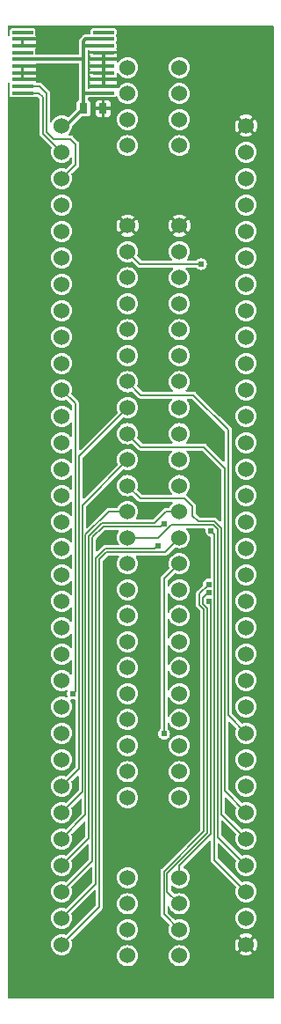
<source format=gbl>
%TF.GenerationSoftware,KiCad,Pcbnew,7.0.8*%
%TF.CreationDate,2024-03-17T19:54:23-04:00*%
%TF.ProjectId,snes-umd,736e6573-2d75-46d6-942e-6b696361645f,0.1*%
%TF.SameCoordinates,Original*%
%TF.FileFunction,Copper,L2,Bot*%
%TF.FilePolarity,Positive*%
%FSLAX46Y46*%
G04 Gerber Fmt 4.6, Leading zero omitted, Abs format (unit mm)*
G04 Created by KiCad (PCBNEW 7.0.8) date 2024-03-17 19:54:23*
%MOMM*%
%LPD*%
G01*
G04 APERTURE LIST*
%TA.AperFunction,ComponentPad*%
%ADD10C,1.524000*%
%TD*%
%TA.AperFunction,SMDPad,CuDef*%
%ADD11R,0.800000X1.000000*%
%TD*%
%TA.AperFunction,SMDPad,CuDef*%
%ADD12R,2.000000X0.300000*%
%TD*%
%TA.AperFunction,ViaPad*%
%ADD13C,0.609600*%
%TD*%
%TA.AperFunction,Conductor*%
%ADD14C,0.177800*%
%TD*%
%TA.AperFunction,Conductor*%
%ADD15C,0.304800*%
%TD*%
G04 APERTURE END LIST*
D10*
%TO.P,CON102,1,CLK_21.477MHz*%
%TO.N,/CLK*%
X142240000Y-60452000D03*
%TO.P,CON102,2,EXPAND*%
%TO.N,/EXPAND*%
X142240000Y-62952000D03*
%TO.P,CON102,3,PA6*%
%TO.N,/D14*%
X142240000Y-65452000D03*
%TO.P,CON102,4,~{PARD}*%
%TO.N,/~{PARD}*%
X142240000Y-67952000D03*
%TO.P,CON102,5,GND*%
%TO.N,GND*%
X142240000Y-75652000D03*
%TO.P,CON102,6,A11*%
%TO.N,/A11*%
X142240000Y-78152000D03*
%TO.P,CON102,7,A10*%
%TO.N,/A10*%
X142240000Y-80652000D03*
%TO.P,CON102,8,A9*%
%TO.N,/A9*%
X142240000Y-83152000D03*
%TO.P,CON102,9,A8*%
%TO.N,/A8*%
X142240000Y-85652000D03*
%TO.P,CON102,10,A7*%
%TO.N,/A7*%
X142240000Y-88152000D03*
%TO.P,CON102,11,A6*%
%TO.N,/A6*%
X142240000Y-90652000D03*
%TO.P,CON102,12,A5*%
%TO.N,/A5*%
X142240000Y-93152000D03*
%TO.P,CON102,13,A4*%
%TO.N,/A4*%
X142240000Y-95652000D03*
%TO.P,CON102,14,A3*%
%TO.N,/A3*%
X142240000Y-98152000D03*
%TO.P,CON102,15,A2*%
%TO.N,/A2*%
X142240000Y-100652000D03*
%TO.P,CON102,16,A1*%
%TO.N,/A1*%
X142240000Y-103152000D03*
%TO.P,CON102,17,A0*%
%TO.N,/A0*%
X142240000Y-105652000D03*
%TO.P,CON102,18,~{IRQ}*%
%TO.N,/~{IRQ}*%
X142240000Y-108152000D03*
%TO.P,CON102,19,D0*%
%TO.N,/D0*%
X142240000Y-110652000D03*
%TO.P,CON102,20,D1*%
%TO.N,/D1*%
X142240000Y-113152000D03*
%TO.P,CON102,21,D2*%
%TO.N,/D2*%
X142240000Y-115652000D03*
%TO.P,CON102,22,D3*%
%TO.N,/D3*%
X142240000Y-118152000D03*
%TO.P,CON102,23,~{RD}*%
%TO.N,/~{RD}*%
X142240000Y-120652000D03*
%TO.P,CON102,24,CIC_OUT*%
%TO.N,unconnected-(CON102-CIC_OUT-Pad24)*%
X142240000Y-123152000D03*
%TO.P,CON102,25,CIC_RST*%
%TO.N,unconnected-(CON102-CIC_RST-Pad25)*%
X142240000Y-125652000D03*
%TO.P,CON102,26,~{RESET}*%
%TO.N,/~{RESET}*%
X142240000Y-128152000D03*
%TO.P,CON102,27,Vcc*%
%TO.N,/5V_1*%
X142240000Y-130652000D03*
%TO.P,CON102,28,PA0*%
%TO.N,/D8*%
X142240000Y-138352000D03*
%TO.P,CON102,29,PA2*%
%TO.N,/D10*%
X142240000Y-140852000D03*
%TO.P,CON102,30,PA4*%
%TO.N,/D12*%
X142240000Y-143352000D03*
%TO.P,CON102,31,AUDIO_L*%
%TO.N,unconnected-(CON102-AUDIO_L-Pad31)*%
X142240000Y-145852000D03*
%TO.P,CON102,32,~{WRAM}*%
%TO.N,/~{WRAM}*%
X147240000Y-60452000D03*
%TO.P,CON102,33,REFRESH*%
%TO.N,/REFRESH*%
X147240000Y-62952000D03*
%TO.P,CON102,34,PA7*%
%TO.N,/D15*%
X147240000Y-65452000D03*
%TO.P,CON102,35,~{PAWR}*%
%TO.N,/~{PAWR}*%
X147240000Y-67952000D03*
%TO.P,CON102,36,GND*%
%TO.N,GND*%
X147240000Y-75652000D03*
%TO.P,CON102,37,A12*%
%TO.N,/A12*%
X147240000Y-78152000D03*
%TO.P,CON102,38,A13*%
%TO.N,/A13*%
X147240000Y-80652000D03*
%TO.P,CON102,39,A14*%
%TO.N,/A14*%
X147240000Y-83152000D03*
%TO.P,CON102,40,A15*%
%TO.N,/A15*%
X147240000Y-85652000D03*
%TO.P,CON102,41,BA0*%
%TO.N,/A16*%
X147240000Y-88152000D03*
%TO.P,CON102,42,BA1*%
%TO.N,/A17*%
X147240000Y-90652000D03*
%TO.P,CON102,43,BA2*%
%TO.N,/A18*%
X147240000Y-93152000D03*
%TO.P,CON102,44,BA3*%
%TO.N,/A19*%
X147240000Y-95652000D03*
%TO.P,CON102,45,BA4*%
%TO.N,/A20*%
X147240000Y-98152000D03*
%TO.P,CON102,46,BA5*%
%TO.N,/A21*%
X147240000Y-100652000D03*
%TO.P,CON102,47,BA6*%
%TO.N,/A22*%
X147240000Y-103152000D03*
%TO.P,CON102,48,BA7*%
%TO.N,/A23*%
X147240000Y-105652000D03*
%TO.P,CON102,49,~{CE}*%
%TO.N,/~{CE}*%
X147240000Y-108152000D03*
%TO.P,CON102,50,D4*%
%TO.N,/D4*%
X147240000Y-110652000D03*
%TO.P,CON102,51,D5*%
%TO.N,/D5*%
X147240000Y-113152000D03*
%TO.P,CON102,52,D6*%
%TO.N,/D6*%
X147240000Y-115652000D03*
%TO.P,CON102,53,D7*%
%TO.N,/D7*%
X147240000Y-118152000D03*
%TO.P,CON102,54,~{WR}*%
%TO.N,/~{WR}*%
X147240000Y-120652000D03*
%TO.P,CON102,55,CIC_IN*%
%TO.N,unconnected-(CON102-CIC_IN-Pad55)*%
X147240000Y-123152000D03*
%TO.P,CON102,56,CIC_CLK*%
%TO.N,unconnected-(CON102-CIC_CLK-Pad56)*%
X147240000Y-125652000D03*
%TO.P,CON102,57,CPU_CLK*%
%TO.N,unconnected-(CON102-CPU_CLK-Pad57)*%
X147240000Y-128152000D03*
%TO.P,CON102,58,Vcc*%
%TO.N,/5V_1*%
X147240000Y-130652000D03*
%TO.P,CON102,59,PA1*%
%TO.N,/D9*%
X147240000Y-138352000D03*
%TO.P,CON102,60,PA3*%
%TO.N,/D11*%
X147240000Y-140852000D03*
%TO.P,CON102,61,PA5*%
%TO.N,/D13*%
X147240000Y-143352000D03*
%TO.P,CON102,62,AUDIO_R*%
%TO.N,unconnected-(CON102-AUDIO_R-Pad62)*%
X147240000Y-145852000D03*
%TD*%
%TO.P,CON101,1,+3.3V*%
%TO.N,+3V3*%
X135890000Y-66040000D03*
%TO.P,CON101,2,SCL*%
%TO.N,/SCL*%
X135890000Y-68580000D03*
%TO.P,CON101,3,SDA*%
%TO.N,/SDA*%
X135890000Y-71120000D03*
%TO.P,CON101,4,MOSI/IO6*%
%TO.N,/EXPAND*%
X135890000Y-73660000D03*
%TO.P,CON101,5,SCK/IO4*%
%TO.N,/~{PARD}*%
X135890000Y-76200000D03*
%TO.P,CON101,6,TIMER*%
%TO.N,unconnected-(CON101A-TIMER-Pad6)*%
X135890000Y-78740000D03*
%TO.P,CON101,7,A15*%
%TO.N,/A15*%
X135890000Y-81280000D03*
%TO.P,CON101,8,A13*%
%TO.N,/A13*%
X135890000Y-83820000D03*
%TO.P,CON101,9,A18*%
%TO.N,/A18*%
X135890000Y-86360000D03*
%TO.P,CON101,10,A16*%
%TO.N,/A16*%
X135890000Y-88900000D03*
%TO.P,CON101,11,~{WR}*%
%TO.N,/~{WR}*%
X135890000Y-91440000D03*
%TO.P,CON101,12,A10*%
%TO.N,/A10*%
X135890000Y-93980000D03*
%TO.P,CON101,13,A8*%
%TO.N,/A8*%
X135890000Y-96520000D03*
%TO.P,CON101,14,D0*%
%TO.N,/D0*%
X135890000Y-99060000D03*
%TO.P,CON101,15,D14*%
%TO.N,/D14*%
X135890000Y-101600000D03*
%TO.P,CON101,16,D2*%
%TO.N,/D2*%
X135890000Y-104140000D03*
%TO.P,CON101,17,D12*%
%TO.N,/D12*%
X135890000Y-106680000D03*
%TO.P,CON101,18,D10*%
%TO.N,/D10*%
X135890000Y-109220000D03*
%TO.P,CON101,19,D8*%
%TO.N,/D8*%
X135890000Y-111760000D03*
%TO.P,CON101,20,D6*%
%TO.N,/D6*%
X135890000Y-114300000D03*
%TO.P,CON101,21,D4*%
%TO.N,/D4*%
X135890000Y-116840000D03*
%TO.P,CON101,22,IO0*%
%TO.N,unconnected-(CON101A-IO0-Pad22)*%
X135890000Y-119380000D03*
%TO.P,CON101,23,IO2*%
%TO.N,unconnected-(CON101A-IO2-Pad23)*%
X135890000Y-121920000D03*
%TO.P,CON101,24,~{CE0}*%
%TO.N,/~{CE}*%
X135890000Y-124460000D03*
%TO.P,CON101,25,~{CE2}*%
%TO.N,unconnected-(CON101A-~{CE2}-Pad25)*%
X135890000Y-127000000D03*
%TO.P,CON101,26,A5*%
%TO.N,/A5*%
X135890000Y-129540000D03*
%TO.P,CON101,27,A3*%
%TO.N,/A3*%
X135890000Y-132080000D03*
%TO.P,CON101,28,A1*%
%TO.N,/A1*%
X135890000Y-134620000D03*
%TO.P,CON101,29,A22*%
%TO.N,/A22*%
X135890000Y-137160000D03*
%TO.P,CON101,30,A20*%
%TO.N,/A20*%
X135890000Y-139700000D03*
%TO.P,CON101,31,A19*%
%TO.N,/A19*%
X135890000Y-142240000D03*
%TO.P,CON101,32,A23*%
%TO.N,/A23*%
X135890000Y-144780000D03*
%TO.P,CON101,33,GND*%
%TO.N,GND*%
X153670000Y-144780000D03*
%TO.P,CON101,34,+5V*%
%TO.N,/5V_1*%
X153670000Y-142240000D03*
%TO.P,CON101,35,A21*%
%TO.N,/A21*%
X153670000Y-139700000D03*
%TO.P,CON101,36,A0*%
%TO.N,/A0*%
X153670000Y-137160000D03*
%TO.P,CON101,37,A2*%
%TO.N,/A2*%
X153670000Y-134620000D03*
%TO.P,CON101,38,A4*%
%TO.N,/A4*%
X153670000Y-132080000D03*
%TO.P,CON101,39,~{CE3}*%
%TO.N,unconnected-(CON101B-~{CE3}-Pad39)*%
X153670000Y-129540000D03*
%TO.P,CON101,40,~{CE1}*%
%TO.N,unconnected-(CON101B-~{CE1}-Pad40)*%
X153670000Y-127000000D03*
%TO.P,CON101,41,A6*%
%TO.N,/A6*%
X153670000Y-124460000D03*
%TO.P,CON101,42,IO3*%
%TO.N,unconnected-(CON101B-IO3-Pad42)*%
X153670000Y-121920000D03*
%TO.P,CON101,43,IO1*%
%TO.N,unconnected-(CON101B-IO1-Pad43)*%
X153670000Y-119380000D03*
%TO.P,CON101,44,D5*%
%TO.N,/D5*%
X153670000Y-116840000D03*
%TO.P,CON101,45,D7*%
%TO.N,/D7*%
X153670000Y-114300000D03*
%TO.P,CON101,46,D9*%
%TO.N,/D9*%
X153670000Y-111760000D03*
%TO.P,CON101,47,D11*%
%TO.N,/D11*%
X153670000Y-109220000D03*
%TO.P,CON101,48,D3*%
%TO.N,/D3*%
X153670000Y-106680000D03*
%TO.P,CON101,49,D13*%
%TO.N,/D13*%
X153670000Y-104140000D03*
%TO.P,CON101,50,D15*%
%TO.N,/D15*%
X153670000Y-101600000D03*
%TO.P,CON101,51,D1*%
%TO.N,/D1*%
X153670000Y-99060000D03*
%TO.P,CON101,52,A7*%
%TO.N,/A7*%
X153670000Y-96520000D03*
%TO.P,CON101,53,A9*%
%TO.N,/A9*%
X153670000Y-93980000D03*
%TO.P,CON101,54,A11*%
%TO.N,/A11*%
X153670000Y-91440000D03*
%TO.P,CON101,55,~{RD}*%
%TO.N,/~{RD}*%
X153670000Y-88900000D03*
%TO.P,CON101,56,A17*%
%TO.N,/A17*%
X153670000Y-86360000D03*
%TO.P,CON101,57,A12*%
%TO.N,/A12*%
X153670000Y-83820000D03*
%TO.P,CON101,58,A14*%
%TO.N,/A14*%
X153670000Y-81280000D03*
%TO.P,CON101,59,CLK*%
%TO.N,/CLK*%
X153670000Y-78740000D03*
%TO.P,CON101,60,NSS/IO5*%
%TO.N,/~{PAWR}*%
X153670000Y-76200000D03*
%TO.P,CON101,61,MISO/IO7*%
%TO.N,/REFRESH*%
X153670000Y-73660000D03*
%TO.P,CON101,62,IO8*%
%TO.N,/~{WRAM}*%
X153670000Y-71120000D03*
%TO.P,CON101,63,+5V*%
%TO.N,/5V_0*%
X153670000Y-68580000D03*
%TO.P,CON101,64,GND*%
%TO.N,GND*%
X153670000Y-66040000D03*
%TD*%
D11*
%TO.P,C101,1*%
%TO.N,+3V3*%
X137988000Y-64389000D03*
%TO.P,C101,2*%
%TO.N,GND*%
X139888000Y-64389000D03*
%TD*%
D12*
%TO.P,U101,1,SCL*%
%TO.N,/SCL*%
X132117000Y-62894400D03*
%TO.P,U101,2,SDA*%
%TO.N,/SDA*%
X132117000Y-62244400D03*
%TO.P,U101,3,A2*%
%TO.N,GND*%
X132117000Y-61594400D03*
%TO.P,U101,4,A1*%
X132117000Y-60944400D03*
%TO.P,U101,5,A0*%
X132117000Y-60294400D03*
%TO.P,U101,6,~{RESET}*%
%TO.N,+3V3*%
X132117000Y-59644400D03*
%TO.P,U101,7,NC*%
%TO.N,unconnected-(U101A-NC-Pad7)*%
X132117000Y-58994400D03*
%TO.P,U101,8,INT*%
%TO.N,GND*%
X132117000Y-58344400D03*
%TO.P,U101,9,Vss*%
X132117000Y-57694400D03*
%TO.P,U101,10,NC*%
%TO.N,unconnected-(U101A-NC-Pad10)*%
X132117000Y-57044400D03*
%TO.P,U101,11,NC*%
%TO.N,unconnected-(U101A-NC-Pad11)*%
X139917000Y-57044400D03*
%TO.P,U101,12,GP0*%
%TO.N,+3V3*%
X139917000Y-57694400D03*
%TO.P,U101,13,GP1*%
X139917000Y-58344400D03*
%TO.P,U101,14,GP2*%
%TO.N,GND*%
X139917000Y-58994400D03*
%TO.P,U101,15,GP3*%
X139917000Y-59644400D03*
%TO.P,U101,16,GP4*%
X139917000Y-60294400D03*
%TO.P,U101,17,GP5*%
X139917000Y-60944400D03*
%TO.P,U101,18,GP6*%
X139917000Y-61594400D03*
%TO.P,U101,19,GP7*%
X139917000Y-62244400D03*
%TO.P,U101,20,Vdd*%
%TO.N,+3V3*%
X139917000Y-62894400D03*
%TD*%
D13*
%TO.N,GND*%
X155575000Y-149225000D03*
X131445000Y-149225000D03*
X140335000Y-105410000D03*
X149225000Y-107950000D03*
%TO.N,/D13*%
X150063200Y-110134400D03*
%TO.N,/D11*%
X150063200Y-110921800D03*
%TO.N,GND*%
X134061200Y-57683400D03*
X148590000Y-120015000D03*
X144145000Y-81280000D03*
X140335000Y-110490000D03*
X150495000Y-81280000D03*
X150495000Y-91440000D03*
X139065000Y-86360000D03*
X134035800Y-60934600D03*
X150495000Y-86360000D03*
X144145000Y-116840000D03*
%TO.N,/A11*%
X149326600Y-79349600D03*
%TO.N,/~{WR}*%
X136956800Y-120650000D03*
%TO.N,/A21*%
X150291800Y-104978200D03*
%TO.N,/A20*%
X145740067Y-104312629D03*
%TO.N,/A19*%
X145186400Y-106426000D03*
%TO.N,/D9*%
X150075900Y-111760000D03*
%TO.N,/~{CE}*%
X145770600Y-124510800D03*
%TD*%
D14*
%TO.N,/A2*%
X151282400Y-132232400D02*
X153670000Y-134620000D01*
X151282400Y-104724200D02*
X151282400Y-132232400D01*
X150622000Y-104063800D02*
X151282400Y-104724200D01*
X149047200Y-104063800D02*
X150622000Y-104063800D01*
X148513800Y-103530400D02*
X149047200Y-104063800D01*
X148513800Y-102641400D02*
X148513800Y-103530400D01*
X147751800Y-101879400D02*
X148513800Y-102641400D01*
X143467400Y-101879400D02*
X147751800Y-101879400D01*
X142240000Y-100652000D02*
X143467400Y-101879400D01*
%TO.N,/D9*%
X150291800Y-134162800D02*
X150291800Y-111975900D01*
X147240000Y-137214600D02*
X150291800Y-134162800D01*
X150291800Y-111975900D02*
X150075900Y-111760000D01*
X147240000Y-138352000D02*
X147240000Y-137214600D01*
%TO.N,/D13*%
X149199600Y-112141000D02*
X149199600Y-110998000D01*
X149199600Y-110998000D02*
X150063200Y-110134400D01*
%TO.N,/D11*%
X149529800Y-111429800D02*
X150037800Y-110921800D01*
X150037800Y-110921800D02*
X150063200Y-110921800D01*
X149529800Y-112004226D02*
X149529800Y-111429800D01*
D15*
%TO.N,GND*%
X132117000Y-57694400D02*
X134050200Y-57694400D01*
X134026000Y-60944400D02*
X134035800Y-60934600D01*
X132117000Y-60944400D02*
X134026000Y-60944400D01*
X134050200Y-57694400D02*
X134061200Y-57683400D01*
D14*
%TO.N,/A11*%
X149326600Y-79349600D02*
X143437600Y-79349600D01*
X143437600Y-79349600D02*
X142240000Y-78152000D01*
%TO.N,/A6*%
X153670000Y-124460000D02*
X151942800Y-122732800D01*
X143536000Y-91948000D02*
X142240000Y-90652000D01*
X151942800Y-122732800D02*
X151942800Y-95275400D01*
X148615400Y-91948000D02*
X143536000Y-91948000D01*
X151942800Y-95275400D02*
X148615400Y-91948000D01*
%TO.N,/A5*%
X137541000Y-97851000D02*
X137541000Y-127889000D01*
X142240000Y-93152000D02*
X137541000Y-97851000D01*
X137541000Y-127889000D02*
X135890000Y-129540000D01*
%TO.N,/A4*%
X149580600Y-96926400D02*
X143514400Y-96926400D01*
X143514400Y-96926400D02*
X142240000Y-95652000D01*
X151612600Y-98958400D02*
X149580600Y-96926400D01*
X153670000Y-132080000D02*
X151612600Y-130022600D01*
X151612600Y-130022600D02*
X151612600Y-98958400D01*
%TO.N,/A3*%
X142240000Y-98152000D02*
X137871200Y-102520800D01*
X137871200Y-102520800D02*
X137871200Y-130098800D01*
X137871200Y-130098800D02*
X135890000Y-132080000D01*
%TO.N,/A1*%
X138201400Y-105365052D02*
X138201400Y-132308600D01*
X142240000Y-103152000D02*
X140414452Y-103152000D01*
X138201400Y-132308600D02*
X135890000Y-134620000D01*
X140414452Y-103152000D02*
X138201400Y-105365052D01*
%TO.N,/A0*%
X150952200Y-104866297D02*
X150479903Y-104394000D01*
X150952200Y-134442200D02*
X150952200Y-104866297D01*
X145173000Y-105652000D02*
X142240000Y-105652000D01*
X146431000Y-104394000D02*
X145173000Y-105652000D01*
X153670000Y-137160000D02*
X150952200Y-134442200D01*
X150479903Y-104394000D02*
X146431000Y-104394000D01*
%TO.N,/~{WR}*%
X137210800Y-92760800D02*
X135890000Y-91440000D01*
X137210800Y-120396000D02*
X137210800Y-92760800D01*
X136956800Y-120650000D02*
X137210800Y-120396000D01*
%TO.N,/A23*%
X145831000Y-107061000D02*
X140208000Y-107061000D01*
X139522200Y-107746800D02*
X139522200Y-141147800D01*
X140208000Y-107061000D02*
X139522200Y-107746800D01*
X139522200Y-141147800D02*
X135890000Y-144780000D01*
X147240000Y-105652000D02*
X145831000Y-107061000D01*
%TO.N,/A22*%
X147240000Y-103152000D02*
X145920400Y-103152000D01*
X138531600Y-134518400D02*
X135890000Y-137160000D01*
X145920400Y-103152000D02*
X144830800Y-104241600D01*
X144830800Y-104241600D02*
X139791827Y-104241600D01*
X138531600Y-105501827D02*
X138531600Y-134518400D01*
X139791827Y-104241600D02*
X138531600Y-105501827D01*
%TO.N,/A21*%
X150622000Y-105308400D02*
X150291800Y-104978200D01*
X150622000Y-136652000D02*
X150622000Y-105308400D01*
X153670000Y-139700000D02*
X150622000Y-136652000D01*
%TO.N,/A20*%
X135890000Y-139700000D02*
X138861800Y-136728200D01*
X138861800Y-105638600D02*
X139928600Y-104571800D01*
X138861800Y-136728200D02*
X138861800Y-105638600D01*
X139928600Y-104571800D02*
X145480896Y-104571800D01*
X145480896Y-104571800D02*
X145740067Y-104312629D01*
%TO.N,/A19*%
X144835484Y-106730800D02*
X144881600Y-106730800D01*
X144881600Y-106730800D02*
X145186400Y-106426000D01*
X139192000Y-138938000D02*
X139192000Y-107610027D01*
X139192000Y-107610027D02*
X140071227Y-106730800D01*
X140071227Y-106730800D02*
X144835484Y-106730800D01*
X135890000Y-142240000D02*
X139192000Y-138938000D01*
D15*
%TO.N,+3V3*%
X137988000Y-58343800D02*
X137988000Y-57896800D01*
X137988000Y-59639200D02*
X137988000Y-58343800D01*
X136337000Y-66040000D02*
X137988000Y-64389000D01*
X138190400Y-57694400D02*
X139917000Y-57694400D01*
X139917000Y-62894400D02*
X137992000Y-62894400D01*
X137988600Y-58344400D02*
X137988000Y-58343800D01*
X137988000Y-57896800D02*
X138190400Y-57694400D01*
X137982800Y-59644400D02*
X137988000Y-59639200D01*
X137992000Y-62894400D02*
X137988000Y-62890400D01*
X132117000Y-59644400D02*
X137982800Y-59644400D01*
X139917000Y-58344400D02*
X137988600Y-58344400D01*
X137988000Y-64389000D02*
X137988000Y-62890400D01*
X137988000Y-62890400D02*
X137988000Y-59639200D01*
X135890000Y-66040000D02*
X136337000Y-66040000D01*
D14*
%TO.N,/SCL*%
X135890000Y-68580000D02*
X134112000Y-66802000D01*
X134112000Y-66802000D02*
X134112000Y-63296800D01*
X134112000Y-63296800D02*
X133709600Y-62894400D01*
X133709600Y-62894400D02*
X132117000Y-62894400D01*
%TO.N,/SDA*%
X133770800Y-62244400D02*
X134442200Y-62915800D01*
X134442200Y-66649600D02*
X135102600Y-67310000D01*
X136753600Y-67310000D02*
X137261600Y-67818000D01*
X134442200Y-62915800D02*
X134442200Y-66649600D01*
X137261600Y-67818000D02*
X137261600Y-69748400D01*
X132117000Y-62244400D02*
X133770800Y-62244400D01*
X135102600Y-67310000D02*
X136753600Y-67310000D01*
X137261600Y-69748400D02*
X135890000Y-71120000D01*
%TO.N,/D13*%
X149631400Y-112572800D02*
X149199600Y-112141000D01*
X145745200Y-137769600D02*
X149631400Y-133883400D01*
X147240000Y-143352000D02*
X145745200Y-141857200D01*
X149631400Y-133883400D02*
X149631400Y-112572800D01*
X145745200Y-141857200D02*
X145745200Y-137769600D01*
%TO.N,/D11*%
X146075400Y-139687400D02*
X146075400Y-137906374D01*
X149961600Y-112436026D02*
X149529800Y-112004226D01*
X146075400Y-137906374D02*
X149961600Y-134020173D01*
X147240000Y-140852000D02*
X146075400Y-139687400D01*
X149961600Y-134020173D02*
X149961600Y-112436026D01*
%TO.N,/~{CE}*%
X145770600Y-109621400D02*
X147240000Y-108152000D01*
X145770600Y-124510800D02*
X145770600Y-109621400D01*
%TD*%
%TA.AperFunction,Conductor*%
%TO.N,GND*%
G36*
X141400340Y-104935765D02*
G01*
X141430404Y-104987836D01*
X141419963Y-105047050D01*
X141411787Y-105058862D01*
X141390724Y-105084527D01*
X141296335Y-105261116D01*
X141296333Y-105261120D01*
X141238209Y-105452726D01*
X141238208Y-105452728D01*
X141238208Y-105452731D01*
X141218582Y-105652000D01*
X141238208Y-105851269D01*
X141296333Y-106042880D01*
X141350350Y-106143937D01*
X141390724Y-106219472D01*
X141410638Y-106243738D01*
X141430585Y-106300460D01*
X141409404Y-106356733D01*
X141357007Y-106386226D01*
X141342690Y-106387400D01*
X140088127Y-106387400D01*
X140084312Y-106387233D01*
X140066585Y-106385682D01*
X140040838Y-106383429D01*
X139998686Y-106394723D01*
X139994944Y-106395552D01*
X139951970Y-106403131D01*
X139951968Y-106403131D01*
X139951966Y-106403132D01*
X139951964Y-106403132D01*
X139951964Y-106403133D01*
X139948694Y-106405021D01*
X139927515Y-106413793D01*
X139923863Y-106414772D01*
X139923861Y-106414772D01*
X139888105Y-106439808D01*
X139884873Y-106441867D01*
X139847092Y-106463681D01*
X139847087Y-106463685D01*
X139819049Y-106497098D01*
X139816459Y-106499925D01*
X139355255Y-106961130D01*
X139300761Y-106986541D01*
X139242683Y-106970979D01*
X139208195Y-106921725D01*
X139205200Y-106898975D01*
X139205200Y-105817251D01*
X139225765Y-105760750D01*
X139230945Y-105755096D01*
X140045096Y-104940945D01*
X140099590Y-104915534D01*
X140107251Y-104915200D01*
X141343839Y-104915200D01*
X141400340Y-104935765D01*
G37*
%TD.AperFunction*%
%TA.AperFunction,Conductor*%
G36*
X156305101Y-56409065D02*
G01*
X156335165Y-56461136D01*
X156336500Y-56476400D01*
X156336500Y-149898600D01*
X156315935Y-149955101D01*
X156263864Y-149985165D01*
X156248600Y-149986500D01*
X130771400Y-149986500D01*
X130714899Y-149965935D01*
X130684835Y-149913864D01*
X130683500Y-149898600D01*
X130683500Y-145852000D01*
X141218582Y-145852000D01*
X141238208Y-146051269D01*
X141296333Y-146242880D01*
X141390722Y-146419469D01*
X141517748Y-146574252D01*
X141672531Y-146701278D01*
X141849120Y-146795667D01*
X142040731Y-146853792D01*
X142240000Y-146873418D01*
X142439269Y-146853792D01*
X142630880Y-146795667D01*
X142807469Y-146701278D01*
X142962252Y-146574252D01*
X143089278Y-146419469D01*
X143183667Y-146242880D01*
X143241792Y-146051269D01*
X143261418Y-145852000D01*
X146218582Y-145852000D01*
X146238208Y-146051269D01*
X146296333Y-146242880D01*
X146390722Y-146419469D01*
X146517748Y-146574252D01*
X146672531Y-146701278D01*
X146849120Y-146795667D01*
X147040731Y-146853792D01*
X147240000Y-146873418D01*
X147439269Y-146853792D01*
X147630880Y-146795667D01*
X147807469Y-146701278D01*
X147962252Y-146574252D01*
X148089278Y-146419469D01*
X148183667Y-146242880D01*
X148241792Y-146051269D01*
X148261418Y-145852000D01*
X148241792Y-145652731D01*
X148183667Y-145461120D01*
X148089278Y-145284531D01*
X147962252Y-145129748D01*
X147807469Y-145002722D01*
X147630880Y-144908333D01*
X147518398Y-144874211D01*
X147439273Y-144850209D01*
X147439271Y-144850208D01*
X147439269Y-144850208D01*
X147240000Y-144830582D01*
X147040731Y-144850208D01*
X147040728Y-144850208D01*
X147040726Y-144850209D01*
X146849120Y-144908333D01*
X146849116Y-144908335D01*
X146672530Y-145002722D01*
X146517750Y-145129746D01*
X146517746Y-145129750D01*
X146390722Y-145284530D01*
X146296335Y-145461116D01*
X146296333Y-145461120D01*
X146238209Y-145652726D01*
X146238208Y-145652728D01*
X146238208Y-145652731D01*
X146218582Y-145852000D01*
X143261418Y-145852000D01*
X143241792Y-145652731D01*
X143183667Y-145461120D01*
X143089278Y-145284531D01*
X142962252Y-145129748D01*
X142807469Y-145002722D01*
X142630880Y-144908333D01*
X142518398Y-144874211D01*
X142439273Y-144850209D01*
X142439271Y-144850208D01*
X142439269Y-144850208D01*
X142240000Y-144830582D01*
X142040731Y-144850208D01*
X142040728Y-144850208D01*
X142040726Y-144850209D01*
X141849120Y-144908333D01*
X141849116Y-144908335D01*
X141672530Y-145002722D01*
X141517750Y-145129746D01*
X141517746Y-145129750D01*
X141390722Y-145284530D01*
X141296335Y-145461116D01*
X141296333Y-145461120D01*
X141238209Y-145652726D01*
X141238208Y-145652728D01*
X141238208Y-145652731D01*
X141218582Y-145852000D01*
X130683500Y-145852000D01*
X130683500Y-144780000D01*
X134868582Y-144780000D01*
X134888208Y-144979269D01*
X134888208Y-144979271D01*
X134888209Y-144979273D01*
X134895322Y-145002722D01*
X134946333Y-145170880D01*
X135040722Y-145347469D01*
X135167748Y-145502252D01*
X135322531Y-145629278D01*
X135499120Y-145723667D01*
X135690731Y-145781792D01*
X135890000Y-145801418D01*
X136089269Y-145781792D01*
X136280880Y-145723667D01*
X136457469Y-145629278D01*
X136612252Y-145502252D01*
X136739278Y-145347469D01*
X136833667Y-145170880D01*
X136891792Y-144979269D01*
X136911418Y-144780000D01*
X152598038Y-144780000D01*
X152618636Y-144989135D01*
X152679633Y-145190216D01*
X152778698Y-145375553D01*
X152814859Y-145419613D01*
X153218067Y-145016405D01*
X153282131Y-145116090D01*
X153392530Y-145211752D01*
X153434572Y-145230952D01*
X153030384Y-145635140D01*
X153074446Y-145671301D01*
X153074445Y-145671301D01*
X153259783Y-145770366D01*
X153460864Y-145831363D01*
X153670000Y-145851961D01*
X153879135Y-145831363D01*
X154080216Y-145770366D01*
X154265548Y-145671304D01*
X154309613Y-145635139D01*
X153905426Y-145230952D01*
X153947470Y-145211752D01*
X154057869Y-145116090D01*
X154121932Y-145016405D01*
X154525139Y-145419613D01*
X154561304Y-145375548D01*
X154660366Y-145190216D01*
X154721363Y-144989135D01*
X154741961Y-144780000D01*
X154721363Y-144570864D01*
X154660366Y-144369783D01*
X154561301Y-144184446D01*
X154525140Y-144140384D01*
X154121931Y-144543593D01*
X154057869Y-144443910D01*
X153947470Y-144348248D01*
X153905425Y-144329047D01*
X154309613Y-143924859D01*
X154265553Y-143888698D01*
X154265554Y-143888698D01*
X154080216Y-143789633D01*
X153879135Y-143728636D01*
X153670000Y-143708038D01*
X153460864Y-143728636D01*
X153259783Y-143789633D01*
X153074449Y-143888696D01*
X153030385Y-143924858D01*
X153434574Y-144329047D01*
X153392530Y-144348248D01*
X153282131Y-144443910D01*
X153218067Y-144543594D01*
X152814858Y-144140385D01*
X152778696Y-144184449D01*
X152679633Y-144369783D01*
X152618636Y-144570864D01*
X152598038Y-144780000D01*
X136911418Y-144780000D01*
X136891792Y-144580731D01*
X136886860Y-144564473D01*
X136833333Y-144388017D01*
X136836611Y-144327979D01*
X136855290Y-144300349D01*
X137803639Y-143352000D01*
X141218582Y-143352000D01*
X141238208Y-143551269D01*
X141296333Y-143742880D01*
X141390722Y-143919469D01*
X141517748Y-144074252D01*
X141672531Y-144201278D01*
X141849120Y-144295667D01*
X142040731Y-144353792D01*
X142240000Y-144373418D01*
X142439269Y-144353792D01*
X142630880Y-144295667D01*
X142807469Y-144201278D01*
X142962252Y-144074252D01*
X143089278Y-143919469D01*
X143183667Y-143742880D01*
X143241792Y-143551269D01*
X143261418Y-143352000D01*
X143241792Y-143152731D01*
X143183667Y-142961120D01*
X143089278Y-142784531D01*
X142962252Y-142629748D01*
X142807469Y-142502722D01*
X142630880Y-142408333D01*
X142518398Y-142374211D01*
X142439273Y-142350209D01*
X142439271Y-142350208D01*
X142439269Y-142350208D01*
X142240000Y-142330582D01*
X142040731Y-142350208D01*
X142040728Y-142350208D01*
X142040726Y-142350209D01*
X141849120Y-142408333D01*
X141849116Y-142408335D01*
X141672530Y-142502722D01*
X141517750Y-142629746D01*
X141517746Y-142629750D01*
X141390722Y-142784530D01*
X141296335Y-142961116D01*
X141296333Y-142961120D01*
X141238209Y-143152726D01*
X141238208Y-143152728D01*
X141238208Y-143152731D01*
X141218582Y-143352000D01*
X137803639Y-143352000D01*
X139753084Y-141402555D01*
X139755893Y-141399982D01*
X139789317Y-141371938D01*
X139811140Y-141334136D01*
X139813185Y-141330927D01*
X139838227Y-141295166D01*
X139839201Y-141291529D01*
X139847986Y-141270319D01*
X139849868Y-141267061D01*
X139857449Y-141224062D01*
X139858271Y-141220354D01*
X139869570Y-141178190D01*
X139865767Y-141134717D01*
X139865600Y-141130885D01*
X139865600Y-140852000D01*
X141218582Y-140852000D01*
X141238208Y-141051269D01*
X141296333Y-141242880D01*
X141390722Y-141419469D01*
X141517748Y-141574252D01*
X141672531Y-141701278D01*
X141849120Y-141795667D01*
X142040731Y-141853792D01*
X142240000Y-141873418D01*
X142439269Y-141853792D01*
X142630880Y-141795667D01*
X142807469Y-141701278D01*
X142962252Y-141574252D01*
X143089278Y-141419469D01*
X143183667Y-141242880D01*
X143241792Y-141051269D01*
X143261418Y-140852000D01*
X143241792Y-140652731D01*
X143183667Y-140461120D01*
X143089278Y-140284531D01*
X142962252Y-140129748D01*
X142807469Y-140002722D01*
X142630880Y-139908333D01*
X142518398Y-139874211D01*
X142439273Y-139850209D01*
X142439271Y-139850208D01*
X142439269Y-139850208D01*
X142240000Y-139830582D01*
X142040731Y-139850208D01*
X142040728Y-139850208D01*
X142040726Y-139850209D01*
X141849120Y-139908333D01*
X141849116Y-139908335D01*
X141672530Y-140002722D01*
X141517750Y-140129746D01*
X141517746Y-140129750D01*
X141390722Y-140284530D01*
X141296335Y-140461116D01*
X141296333Y-140461120D01*
X141238209Y-140652726D01*
X141238208Y-140652728D01*
X141238208Y-140652731D01*
X141218582Y-140852000D01*
X139865600Y-140852000D01*
X139865600Y-138352000D01*
X141218582Y-138352000D01*
X141238208Y-138551269D01*
X141296333Y-138742880D01*
X141390722Y-138919469D01*
X141517748Y-139074252D01*
X141672531Y-139201278D01*
X141849120Y-139295667D01*
X142040731Y-139353792D01*
X142240000Y-139373418D01*
X142439269Y-139353792D01*
X142630880Y-139295667D01*
X142807469Y-139201278D01*
X142962252Y-139074252D01*
X143089278Y-138919469D01*
X143183667Y-138742880D01*
X143241792Y-138551269D01*
X143261418Y-138352000D01*
X143241792Y-138152731D01*
X143183667Y-137961120D01*
X143089278Y-137784531D01*
X142962252Y-137629748D01*
X142807469Y-137502722D01*
X142630880Y-137408333D01*
X142495439Y-137367247D01*
X142439273Y-137350209D01*
X142439271Y-137350208D01*
X142439269Y-137350208D01*
X142240000Y-137330582D01*
X142040731Y-137350208D01*
X142040728Y-137350208D01*
X142040726Y-137350209D01*
X141849120Y-137408333D01*
X141849116Y-137408335D01*
X141672530Y-137502722D01*
X141517750Y-137629746D01*
X141517746Y-137629750D01*
X141390722Y-137784530D01*
X141296335Y-137961116D01*
X141296333Y-137961120D01*
X141238209Y-138152726D01*
X141238208Y-138152728D01*
X141238208Y-138152731D01*
X141218582Y-138352000D01*
X139865600Y-138352000D01*
X139865600Y-130652000D01*
X141218582Y-130652000D01*
X141238208Y-130851269D01*
X141296333Y-131042880D01*
X141390722Y-131219469D01*
X141517748Y-131374252D01*
X141672531Y-131501278D01*
X141849120Y-131595667D01*
X142040731Y-131653792D01*
X142240000Y-131673418D01*
X142439269Y-131653792D01*
X142630880Y-131595667D01*
X142807469Y-131501278D01*
X142962252Y-131374252D01*
X143089278Y-131219469D01*
X143183667Y-131042880D01*
X143241792Y-130851269D01*
X143261418Y-130652000D01*
X146218582Y-130652000D01*
X146238208Y-130851269D01*
X146296333Y-131042880D01*
X146390722Y-131219469D01*
X146517748Y-131374252D01*
X146672531Y-131501278D01*
X146849120Y-131595667D01*
X147040731Y-131653792D01*
X147240000Y-131673418D01*
X147439269Y-131653792D01*
X147630880Y-131595667D01*
X147807469Y-131501278D01*
X147962252Y-131374252D01*
X148089278Y-131219469D01*
X148183667Y-131042880D01*
X148241792Y-130851269D01*
X148261418Y-130652000D01*
X148241792Y-130452731D01*
X148183667Y-130261120D01*
X148089278Y-130084531D01*
X147962252Y-129929748D01*
X147807469Y-129802722D01*
X147630880Y-129708333D01*
X147518398Y-129674211D01*
X147439273Y-129650209D01*
X147439271Y-129650208D01*
X147439269Y-129650208D01*
X147240000Y-129630582D01*
X147040731Y-129650208D01*
X147040728Y-129650208D01*
X147040726Y-129650209D01*
X146849120Y-129708333D01*
X146849116Y-129708335D01*
X146672530Y-129802722D01*
X146517750Y-129929746D01*
X146517746Y-129929750D01*
X146390722Y-130084530D01*
X146296335Y-130261116D01*
X146296333Y-130261120D01*
X146238209Y-130452726D01*
X146238208Y-130452728D01*
X146238208Y-130452731D01*
X146218582Y-130652000D01*
X143261418Y-130652000D01*
X143241792Y-130452731D01*
X143183667Y-130261120D01*
X143089278Y-130084531D01*
X142962252Y-129929748D01*
X142807469Y-129802722D01*
X142630880Y-129708333D01*
X142518398Y-129674211D01*
X142439273Y-129650209D01*
X142439271Y-129650208D01*
X142439269Y-129650208D01*
X142240000Y-129630582D01*
X142040731Y-129650208D01*
X142040728Y-129650208D01*
X142040726Y-129650209D01*
X141849120Y-129708333D01*
X141849116Y-129708335D01*
X141672530Y-129802722D01*
X141517750Y-129929746D01*
X141517746Y-129929750D01*
X141390722Y-130084530D01*
X141296335Y-130261116D01*
X141296333Y-130261120D01*
X141238209Y-130452726D01*
X141238208Y-130452728D01*
X141238208Y-130452731D01*
X141218582Y-130652000D01*
X139865600Y-130652000D01*
X139865600Y-128152000D01*
X141218582Y-128152000D01*
X141238208Y-128351269D01*
X141296333Y-128542880D01*
X141390722Y-128719469D01*
X141517748Y-128874252D01*
X141672531Y-129001278D01*
X141849120Y-129095667D01*
X142040731Y-129153792D01*
X142240000Y-129173418D01*
X142439269Y-129153792D01*
X142630880Y-129095667D01*
X142807469Y-129001278D01*
X142962252Y-128874252D01*
X143089278Y-128719469D01*
X143183667Y-128542880D01*
X143241792Y-128351269D01*
X143261418Y-128152000D01*
X146218582Y-128152000D01*
X146238208Y-128351269D01*
X146296333Y-128542880D01*
X146390722Y-128719469D01*
X146517748Y-128874252D01*
X146672531Y-129001278D01*
X146849120Y-129095667D01*
X147040731Y-129153792D01*
X147240000Y-129173418D01*
X147439269Y-129153792D01*
X147630880Y-129095667D01*
X147807469Y-129001278D01*
X147962252Y-128874252D01*
X148089278Y-128719469D01*
X148183667Y-128542880D01*
X148241792Y-128351269D01*
X148261418Y-128152000D01*
X148241792Y-127952731D01*
X148183667Y-127761120D01*
X148089278Y-127584531D01*
X147962252Y-127429748D01*
X147807469Y-127302722D01*
X147630880Y-127208333D01*
X147518398Y-127174211D01*
X147439273Y-127150209D01*
X147439271Y-127150208D01*
X147439269Y-127150208D01*
X147240000Y-127130582D01*
X147040731Y-127150208D01*
X147040728Y-127150208D01*
X147040726Y-127150209D01*
X146849120Y-127208333D01*
X146849116Y-127208335D01*
X146672530Y-127302722D01*
X146517750Y-127429746D01*
X146517746Y-127429750D01*
X146390722Y-127584530D01*
X146296335Y-127761116D01*
X146296333Y-127761120D01*
X146238209Y-127952726D01*
X146238208Y-127952728D01*
X146238208Y-127952731D01*
X146218582Y-128152000D01*
X143261418Y-128152000D01*
X143241792Y-127952731D01*
X143183667Y-127761120D01*
X143089278Y-127584531D01*
X142962252Y-127429748D01*
X142807469Y-127302722D01*
X142630880Y-127208333D01*
X142518398Y-127174211D01*
X142439273Y-127150209D01*
X142439271Y-127150208D01*
X142439269Y-127150208D01*
X142240000Y-127130582D01*
X142040731Y-127150208D01*
X142040728Y-127150208D01*
X142040726Y-127150209D01*
X141849120Y-127208333D01*
X141849116Y-127208335D01*
X141672530Y-127302722D01*
X141517750Y-127429746D01*
X141517746Y-127429750D01*
X141390722Y-127584530D01*
X141296335Y-127761116D01*
X141296333Y-127761120D01*
X141238209Y-127952726D01*
X141238208Y-127952728D01*
X141238208Y-127952731D01*
X141218582Y-128152000D01*
X139865600Y-128152000D01*
X139865600Y-125652000D01*
X141218582Y-125652000D01*
X141238208Y-125851269D01*
X141296333Y-126042880D01*
X141390722Y-126219469D01*
X141517748Y-126374252D01*
X141672531Y-126501278D01*
X141849120Y-126595667D01*
X142040731Y-126653792D01*
X142240000Y-126673418D01*
X142439269Y-126653792D01*
X142630880Y-126595667D01*
X142807469Y-126501278D01*
X142962252Y-126374252D01*
X143089278Y-126219469D01*
X143183667Y-126042880D01*
X143241792Y-125851269D01*
X143261418Y-125652000D01*
X146218582Y-125652000D01*
X146238208Y-125851269D01*
X146296333Y-126042880D01*
X146390722Y-126219469D01*
X146517748Y-126374252D01*
X146672531Y-126501278D01*
X146849120Y-126595667D01*
X147040731Y-126653792D01*
X147240000Y-126673418D01*
X147439269Y-126653792D01*
X147630880Y-126595667D01*
X147807469Y-126501278D01*
X147962252Y-126374252D01*
X148089278Y-126219469D01*
X148183667Y-126042880D01*
X148241792Y-125851269D01*
X148261418Y-125652000D01*
X148241792Y-125452731D01*
X148183667Y-125261120D01*
X148089278Y-125084531D01*
X147962252Y-124929748D01*
X147807469Y-124802722D01*
X147630880Y-124708333D01*
X147518398Y-124674211D01*
X147439273Y-124650209D01*
X147439271Y-124650208D01*
X147439269Y-124650208D01*
X147240000Y-124630582D01*
X147040731Y-124650208D01*
X147040728Y-124650208D01*
X147040726Y-124650209D01*
X146849120Y-124708333D01*
X146849116Y-124708335D01*
X146672530Y-124802722D01*
X146517750Y-124929746D01*
X146517746Y-124929750D01*
X146390722Y-125084530D01*
X146296335Y-125261116D01*
X146296333Y-125261120D01*
X146238209Y-125452726D01*
X146238208Y-125452728D01*
X146238208Y-125452731D01*
X146218582Y-125652000D01*
X143261418Y-125652000D01*
X143241792Y-125452731D01*
X143183667Y-125261120D01*
X143089278Y-125084531D01*
X142962252Y-124929748D01*
X142807469Y-124802722D01*
X142630880Y-124708333D01*
X142518398Y-124674211D01*
X142439273Y-124650209D01*
X142439271Y-124650208D01*
X142439269Y-124650208D01*
X142240000Y-124630582D01*
X142040731Y-124650208D01*
X142040728Y-124650208D01*
X142040726Y-124650209D01*
X141849120Y-124708333D01*
X141849116Y-124708335D01*
X141672530Y-124802722D01*
X141517750Y-124929746D01*
X141517746Y-124929750D01*
X141390722Y-125084530D01*
X141296335Y-125261116D01*
X141296333Y-125261120D01*
X141238209Y-125452726D01*
X141238208Y-125452728D01*
X141238208Y-125452731D01*
X141218582Y-125652000D01*
X139865600Y-125652000D01*
X139865600Y-124510800D01*
X145206474Y-124510800D01*
X145225696Y-124656807D01*
X145282053Y-124792863D01*
X145282057Y-124792870D01*
X145371697Y-124909690D01*
X145371699Y-124909692D01*
X145371703Y-124909697D01*
X145371707Y-124909700D01*
X145371709Y-124909702D01*
X145488529Y-124999342D01*
X145488534Y-124999345D01*
X145488537Y-124999347D01*
X145624593Y-125055704D01*
X145770600Y-125074926D01*
X145916607Y-125055704D01*
X146052663Y-124999347D01*
X146169497Y-124909697D01*
X146259147Y-124792863D01*
X146315504Y-124656807D01*
X146334726Y-124510800D01*
X146315504Y-124364793D01*
X146259147Y-124228737D01*
X146169497Y-124111903D01*
X146148389Y-124095706D01*
X146116083Y-124044995D01*
X146114000Y-124025971D01*
X146114000Y-123534381D01*
X146134565Y-123477880D01*
X146186636Y-123447816D01*
X146245850Y-123458257D01*
X146284499Y-123504317D01*
X146286010Y-123508851D01*
X146296333Y-123542880D01*
X146390722Y-123719469D01*
X146517748Y-123874252D01*
X146672531Y-124001278D01*
X146849120Y-124095667D01*
X147040731Y-124153792D01*
X147240000Y-124173418D01*
X147439269Y-124153792D01*
X147630880Y-124095667D01*
X147807469Y-124001278D01*
X147962252Y-123874252D01*
X148089278Y-123719469D01*
X148183667Y-123542880D01*
X148241792Y-123351269D01*
X148261418Y-123152000D01*
X148241792Y-122952731D01*
X148183667Y-122761120D01*
X148089278Y-122584531D01*
X147962252Y-122429748D01*
X147807469Y-122302722D01*
X147630880Y-122208333D01*
X147518398Y-122174211D01*
X147439273Y-122150209D01*
X147439271Y-122150208D01*
X147439269Y-122150208D01*
X147240000Y-122130582D01*
X147040731Y-122150208D01*
X147040728Y-122150208D01*
X147040726Y-122150209D01*
X146849120Y-122208333D01*
X146849116Y-122208335D01*
X146672530Y-122302722D01*
X146517750Y-122429746D01*
X146517746Y-122429750D01*
X146390722Y-122584530D01*
X146296335Y-122761116D01*
X146296333Y-122761120D01*
X146286015Y-122795135D01*
X146249934Y-122843233D01*
X146191377Y-122856886D01*
X146137744Y-122829705D01*
X146114131Y-122774409D01*
X146114000Y-122769618D01*
X146114000Y-121034381D01*
X146134565Y-120977880D01*
X146186636Y-120947816D01*
X146245850Y-120958257D01*
X146284499Y-121004317D01*
X146286010Y-121008851D01*
X146296333Y-121042880D01*
X146390722Y-121219469D01*
X146517748Y-121374252D01*
X146672531Y-121501278D01*
X146849120Y-121595667D01*
X147040731Y-121653792D01*
X147240000Y-121673418D01*
X147439269Y-121653792D01*
X147630880Y-121595667D01*
X147807469Y-121501278D01*
X147962252Y-121374252D01*
X148089278Y-121219469D01*
X148183667Y-121042880D01*
X148241792Y-120851269D01*
X148261418Y-120652000D01*
X148241792Y-120452731D01*
X148183667Y-120261120D01*
X148089278Y-120084531D01*
X147962252Y-119929748D01*
X147807469Y-119802722D01*
X147630880Y-119708333D01*
X147518398Y-119674211D01*
X147439273Y-119650209D01*
X147439271Y-119650208D01*
X147439269Y-119650208D01*
X147240000Y-119630582D01*
X147040731Y-119650208D01*
X147040728Y-119650208D01*
X147040726Y-119650209D01*
X146849120Y-119708333D01*
X146849116Y-119708335D01*
X146672530Y-119802722D01*
X146517750Y-119929746D01*
X146517746Y-119929750D01*
X146390722Y-120084530D01*
X146296335Y-120261116D01*
X146296333Y-120261120D01*
X146286015Y-120295135D01*
X146249934Y-120343233D01*
X146191377Y-120356886D01*
X146137744Y-120329705D01*
X146114131Y-120274409D01*
X146114000Y-120269618D01*
X146114000Y-118534381D01*
X146134565Y-118477880D01*
X146186636Y-118447816D01*
X146245850Y-118458257D01*
X146284499Y-118504317D01*
X146286010Y-118508851D01*
X146296333Y-118542880D01*
X146390722Y-118719469D01*
X146517748Y-118874252D01*
X146672531Y-119001278D01*
X146849120Y-119095667D01*
X147040731Y-119153792D01*
X147240000Y-119173418D01*
X147439269Y-119153792D01*
X147630880Y-119095667D01*
X147807469Y-119001278D01*
X147962252Y-118874252D01*
X148089278Y-118719469D01*
X148183667Y-118542880D01*
X148241792Y-118351269D01*
X148261418Y-118152000D01*
X148241792Y-117952731D01*
X148183667Y-117761120D01*
X148089278Y-117584531D01*
X147962252Y-117429748D01*
X147807469Y-117302722D01*
X147630880Y-117208333D01*
X147518398Y-117174211D01*
X147439273Y-117150209D01*
X147439271Y-117150208D01*
X147439269Y-117150208D01*
X147240000Y-117130582D01*
X147040731Y-117150208D01*
X147040728Y-117150208D01*
X147040726Y-117150209D01*
X146849120Y-117208333D01*
X146849116Y-117208335D01*
X146672530Y-117302722D01*
X146517750Y-117429746D01*
X146517746Y-117429750D01*
X146390722Y-117584530D01*
X146334734Y-117689277D01*
X146296333Y-117761120D01*
X146289494Y-117783667D01*
X146286015Y-117795135D01*
X146249934Y-117843233D01*
X146191377Y-117856886D01*
X146137744Y-117829705D01*
X146114131Y-117774409D01*
X146114000Y-117769618D01*
X146114000Y-116034381D01*
X146134565Y-115977880D01*
X146186636Y-115947816D01*
X146245850Y-115958257D01*
X146284499Y-116004317D01*
X146286010Y-116008851D01*
X146296333Y-116042880D01*
X146390722Y-116219469D01*
X146517748Y-116374252D01*
X146672531Y-116501278D01*
X146849120Y-116595667D01*
X147040731Y-116653792D01*
X147240000Y-116673418D01*
X147439269Y-116653792D01*
X147630880Y-116595667D01*
X147807469Y-116501278D01*
X147962252Y-116374252D01*
X148089278Y-116219469D01*
X148183667Y-116042880D01*
X148241792Y-115851269D01*
X148261418Y-115652000D01*
X148241792Y-115452731D01*
X148183667Y-115261120D01*
X148089278Y-115084531D01*
X147962252Y-114929748D01*
X147807469Y-114802722D01*
X147630880Y-114708333D01*
X147518398Y-114674211D01*
X147439273Y-114650209D01*
X147439271Y-114650208D01*
X147439269Y-114650208D01*
X147240000Y-114630582D01*
X147040731Y-114650208D01*
X147040728Y-114650208D01*
X147040726Y-114650209D01*
X146849120Y-114708333D01*
X146849116Y-114708335D01*
X146672530Y-114802722D01*
X146517750Y-114929746D01*
X146517746Y-114929750D01*
X146390722Y-115084530D01*
X146296335Y-115261116D01*
X146296333Y-115261120D01*
X146286015Y-115295135D01*
X146249934Y-115343233D01*
X146191377Y-115356886D01*
X146137744Y-115329705D01*
X146114131Y-115274409D01*
X146114000Y-115269618D01*
X146114000Y-113534381D01*
X146134565Y-113477880D01*
X146186636Y-113447816D01*
X146245850Y-113458257D01*
X146284499Y-113504317D01*
X146286010Y-113508851D01*
X146296333Y-113542880D01*
X146390722Y-113719469D01*
X146517748Y-113874252D01*
X146672531Y-114001278D01*
X146849120Y-114095667D01*
X147040731Y-114153792D01*
X147240000Y-114173418D01*
X147439269Y-114153792D01*
X147630880Y-114095667D01*
X147807469Y-114001278D01*
X147962252Y-113874252D01*
X148089278Y-113719469D01*
X148183667Y-113542880D01*
X148241792Y-113351269D01*
X148261418Y-113152000D01*
X148241792Y-112952731D01*
X148183667Y-112761120D01*
X148089278Y-112584531D01*
X147962252Y-112429748D01*
X147807469Y-112302722D01*
X147630880Y-112208333D01*
X147518398Y-112174211D01*
X147439273Y-112150209D01*
X147439271Y-112150208D01*
X147439269Y-112150208D01*
X147240000Y-112130582D01*
X147040731Y-112150208D01*
X147040728Y-112150208D01*
X147040726Y-112150209D01*
X146849120Y-112208333D01*
X146849116Y-112208335D01*
X146672530Y-112302722D01*
X146517750Y-112429746D01*
X146517746Y-112429750D01*
X146390722Y-112584530D01*
X146296335Y-112761116D01*
X146296333Y-112761120D01*
X146286015Y-112795135D01*
X146249934Y-112843233D01*
X146191377Y-112856886D01*
X146137744Y-112829705D01*
X146114131Y-112774409D01*
X146114000Y-112769618D01*
X146114000Y-111034381D01*
X146134565Y-110977880D01*
X146186636Y-110947816D01*
X146245850Y-110958257D01*
X146284499Y-111004317D01*
X146286010Y-111008851D01*
X146296333Y-111042880D01*
X146390722Y-111219469D01*
X146517748Y-111374252D01*
X146672531Y-111501278D01*
X146849120Y-111595667D01*
X147040731Y-111653792D01*
X147240000Y-111673418D01*
X147439269Y-111653792D01*
X147630880Y-111595667D01*
X147807469Y-111501278D01*
X147962252Y-111374252D01*
X148089278Y-111219469D01*
X148183667Y-111042880D01*
X148241792Y-110851269D01*
X148261418Y-110652000D01*
X148241792Y-110452731D01*
X148183667Y-110261120D01*
X148089278Y-110084531D01*
X147962252Y-109929748D01*
X147807469Y-109802722D01*
X147630880Y-109708333D01*
X147518398Y-109674211D01*
X147439273Y-109650209D01*
X147439271Y-109650208D01*
X147439269Y-109650208D01*
X147240000Y-109630582D01*
X147040731Y-109650208D01*
X147040728Y-109650208D01*
X147040726Y-109650209D01*
X146849120Y-109708333D01*
X146849116Y-109708335D01*
X146672530Y-109802722D01*
X146517750Y-109929746D01*
X146517746Y-109929750D01*
X146390722Y-110084530D01*
X146296335Y-110261116D01*
X146296333Y-110261120D01*
X146286015Y-110295135D01*
X146249934Y-110343233D01*
X146191377Y-110356886D01*
X146137744Y-110329705D01*
X146114131Y-110274409D01*
X146114000Y-110269618D01*
X146114000Y-109800050D01*
X146134565Y-109743549D01*
X146139734Y-109737906D01*
X146760347Y-109117292D01*
X146814840Y-109091882D01*
X146848017Y-109095333D01*
X147040724Y-109153790D01*
X147040731Y-109153792D01*
X147240000Y-109173418D01*
X147439269Y-109153792D01*
X147630880Y-109095667D01*
X147807469Y-109001278D01*
X147962252Y-108874252D01*
X148089278Y-108719469D01*
X148183667Y-108542880D01*
X148241792Y-108351269D01*
X148261418Y-108152000D01*
X148241792Y-107952731D01*
X148183667Y-107761120D01*
X148089278Y-107584531D01*
X147962252Y-107429748D01*
X147807469Y-107302722D01*
X147630880Y-107208333D01*
X147518398Y-107174211D01*
X147439273Y-107150209D01*
X147439271Y-107150208D01*
X147439269Y-107150208D01*
X147240000Y-107130582D01*
X147040731Y-107150208D01*
X147040728Y-107150208D01*
X147040726Y-107150209D01*
X146849120Y-107208333D01*
X146849116Y-107208335D01*
X146672530Y-107302722D01*
X146517750Y-107429746D01*
X146517746Y-107429750D01*
X146390722Y-107584530D01*
X146296335Y-107761116D01*
X146296333Y-107761120D01*
X146238209Y-107952726D01*
X146238208Y-107952728D01*
X146238208Y-107952731D01*
X146218582Y-108152000D01*
X146238209Y-108351275D01*
X146296666Y-108543980D01*
X146293388Y-108604018D01*
X146274706Y-108631651D01*
X145539729Y-109366628D01*
X145536901Y-109369218D01*
X145503485Y-109397259D01*
X145503483Y-109397261D01*
X145481667Y-109435046D01*
X145479608Y-109438278D01*
X145454572Y-109474034D01*
X145454572Y-109474036D01*
X145453593Y-109477688D01*
X145444821Y-109498867D01*
X145442933Y-109502137D01*
X145442931Y-109502143D01*
X145435352Y-109545117D01*
X145434523Y-109548859D01*
X145423229Y-109591011D01*
X145424969Y-109610883D01*
X145427033Y-109634486D01*
X145427200Y-109638298D01*
X145427200Y-124025971D01*
X145406635Y-124082472D01*
X145392811Y-124095706D01*
X145371704Y-124111902D01*
X145371699Y-124111907D01*
X145282054Y-124228735D01*
X145282053Y-124228736D01*
X145225696Y-124364792D01*
X145206474Y-124510799D01*
X145206474Y-124510800D01*
X139865600Y-124510800D01*
X139865600Y-123152000D01*
X141218582Y-123152000D01*
X141238208Y-123351269D01*
X141238208Y-123351271D01*
X141238209Y-123351273D01*
X141247438Y-123381696D01*
X141296333Y-123542880D01*
X141390722Y-123719469D01*
X141517748Y-123874252D01*
X141672531Y-124001278D01*
X141849120Y-124095667D01*
X142040731Y-124153792D01*
X142240000Y-124173418D01*
X142439269Y-124153792D01*
X142630880Y-124095667D01*
X142807469Y-124001278D01*
X142962252Y-123874252D01*
X143089278Y-123719469D01*
X143183667Y-123542880D01*
X143241792Y-123351269D01*
X143261418Y-123152000D01*
X143241792Y-122952731D01*
X143183667Y-122761120D01*
X143089278Y-122584531D01*
X142962252Y-122429748D01*
X142807469Y-122302722D01*
X142630880Y-122208333D01*
X142518398Y-122174211D01*
X142439273Y-122150209D01*
X142439271Y-122150208D01*
X142439269Y-122150208D01*
X142240000Y-122130582D01*
X142040731Y-122150208D01*
X142040728Y-122150208D01*
X142040726Y-122150209D01*
X141849120Y-122208333D01*
X141849116Y-122208335D01*
X141672530Y-122302722D01*
X141517750Y-122429746D01*
X141517746Y-122429750D01*
X141390722Y-122584530D01*
X141296335Y-122761116D01*
X141296333Y-122761120D01*
X141238209Y-122952726D01*
X141238208Y-122952728D01*
X141238208Y-122952731D01*
X141218582Y-123152000D01*
X139865600Y-123152000D01*
X139865600Y-120652000D01*
X141218582Y-120652000D01*
X141238208Y-120851269D01*
X141296333Y-121042880D01*
X141390722Y-121219469D01*
X141517748Y-121374252D01*
X141672531Y-121501278D01*
X141849120Y-121595667D01*
X142040731Y-121653792D01*
X142240000Y-121673418D01*
X142439269Y-121653792D01*
X142630880Y-121595667D01*
X142807469Y-121501278D01*
X142962252Y-121374252D01*
X143089278Y-121219469D01*
X143183667Y-121042880D01*
X143241792Y-120851269D01*
X143261418Y-120652000D01*
X143241792Y-120452731D01*
X143183667Y-120261120D01*
X143089278Y-120084531D01*
X142962252Y-119929748D01*
X142807469Y-119802722D01*
X142630880Y-119708333D01*
X142518398Y-119674211D01*
X142439273Y-119650209D01*
X142439271Y-119650208D01*
X142439269Y-119650208D01*
X142240000Y-119630582D01*
X142040731Y-119650208D01*
X142040728Y-119650208D01*
X142040726Y-119650209D01*
X141849120Y-119708333D01*
X141849116Y-119708335D01*
X141672530Y-119802722D01*
X141517750Y-119929746D01*
X141517746Y-119929750D01*
X141390722Y-120084530D01*
X141296335Y-120261116D01*
X141296333Y-120261120D01*
X141238209Y-120452726D01*
X141238208Y-120452728D01*
X141238208Y-120452731D01*
X141218582Y-120652000D01*
X139865600Y-120652000D01*
X139865600Y-118152000D01*
X141218582Y-118152000D01*
X141238208Y-118351269D01*
X141296333Y-118542880D01*
X141390722Y-118719469D01*
X141517748Y-118874252D01*
X141672531Y-119001278D01*
X141849120Y-119095667D01*
X142040731Y-119153792D01*
X142240000Y-119173418D01*
X142439269Y-119153792D01*
X142630880Y-119095667D01*
X142807469Y-119001278D01*
X142962252Y-118874252D01*
X143089278Y-118719469D01*
X143183667Y-118542880D01*
X143241792Y-118351269D01*
X143261418Y-118152000D01*
X143241792Y-117952731D01*
X143183667Y-117761120D01*
X143089278Y-117584531D01*
X142962252Y-117429748D01*
X142807469Y-117302722D01*
X142630880Y-117208333D01*
X142518398Y-117174211D01*
X142439273Y-117150209D01*
X142439271Y-117150208D01*
X142439269Y-117150208D01*
X142240000Y-117130582D01*
X142040731Y-117150208D01*
X142040728Y-117150208D01*
X142040726Y-117150209D01*
X141849120Y-117208333D01*
X141849116Y-117208335D01*
X141672530Y-117302722D01*
X141517750Y-117429746D01*
X141517746Y-117429750D01*
X141390722Y-117584530D01*
X141296335Y-117761116D01*
X141296333Y-117761120D01*
X141238209Y-117952726D01*
X141238208Y-117952728D01*
X141238208Y-117952731D01*
X141218582Y-118152000D01*
X139865600Y-118152000D01*
X139865600Y-115652000D01*
X141218582Y-115652000D01*
X141238208Y-115851269D01*
X141296333Y-116042880D01*
X141390722Y-116219469D01*
X141517748Y-116374252D01*
X141672531Y-116501278D01*
X141849120Y-116595667D01*
X142040731Y-116653792D01*
X142240000Y-116673418D01*
X142439269Y-116653792D01*
X142630880Y-116595667D01*
X142807469Y-116501278D01*
X142962252Y-116374252D01*
X143089278Y-116219469D01*
X143183667Y-116042880D01*
X143241792Y-115851269D01*
X143261418Y-115652000D01*
X143241792Y-115452731D01*
X143183667Y-115261120D01*
X143089278Y-115084531D01*
X142962252Y-114929748D01*
X142807469Y-114802722D01*
X142630880Y-114708333D01*
X142518398Y-114674211D01*
X142439273Y-114650209D01*
X142439271Y-114650208D01*
X142439269Y-114650208D01*
X142240000Y-114630582D01*
X142040731Y-114650208D01*
X142040728Y-114650208D01*
X142040726Y-114650209D01*
X141849120Y-114708333D01*
X141849116Y-114708335D01*
X141672530Y-114802722D01*
X141517750Y-114929746D01*
X141517746Y-114929750D01*
X141390722Y-115084530D01*
X141296335Y-115261116D01*
X141296333Y-115261120D01*
X141238209Y-115452726D01*
X141238208Y-115452728D01*
X141238208Y-115452731D01*
X141218582Y-115652000D01*
X139865600Y-115652000D01*
X139865600Y-113152000D01*
X141218582Y-113152000D01*
X141238208Y-113351269D01*
X141296333Y-113542880D01*
X141390722Y-113719469D01*
X141517748Y-113874252D01*
X141672531Y-114001278D01*
X141849120Y-114095667D01*
X142040731Y-114153792D01*
X142240000Y-114173418D01*
X142439269Y-114153792D01*
X142630880Y-114095667D01*
X142807469Y-114001278D01*
X142962252Y-113874252D01*
X143089278Y-113719469D01*
X143183667Y-113542880D01*
X143241792Y-113351269D01*
X143261418Y-113152000D01*
X143241792Y-112952731D01*
X143183667Y-112761120D01*
X143089278Y-112584531D01*
X142962252Y-112429748D01*
X142807469Y-112302722D01*
X142630880Y-112208333D01*
X142518398Y-112174211D01*
X142439273Y-112150209D01*
X142439271Y-112150208D01*
X142439269Y-112150208D01*
X142240000Y-112130582D01*
X142040731Y-112150208D01*
X142040728Y-112150208D01*
X142040726Y-112150209D01*
X141849120Y-112208333D01*
X141849116Y-112208335D01*
X141672530Y-112302722D01*
X141517750Y-112429746D01*
X141517746Y-112429750D01*
X141390722Y-112584530D01*
X141296335Y-112761116D01*
X141296333Y-112761120D01*
X141238209Y-112952726D01*
X141238208Y-112952728D01*
X141238208Y-112952731D01*
X141218582Y-113152000D01*
X139865600Y-113152000D01*
X139865600Y-110652000D01*
X141218582Y-110652000D01*
X141238208Y-110851269D01*
X141296333Y-111042880D01*
X141390722Y-111219469D01*
X141517748Y-111374252D01*
X141672531Y-111501278D01*
X141849120Y-111595667D01*
X142040731Y-111653792D01*
X142240000Y-111673418D01*
X142439269Y-111653792D01*
X142630880Y-111595667D01*
X142807469Y-111501278D01*
X142962252Y-111374252D01*
X143089278Y-111219469D01*
X143183667Y-111042880D01*
X143241792Y-110851269D01*
X143261418Y-110652000D01*
X143241792Y-110452731D01*
X143183667Y-110261120D01*
X143089278Y-110084531D01*
X142962252Y-109929748D01*
X142807469Y-109802722D01*
X142630880Y-109708333D01*
X142518398Y-109674211D01*
X142439273Y-109650209D01*
X142439271Y-109650208D01*
X142439269Y-109650208D01*
X142240000Y-109630582D01*
X142040731Y-109650208D01*
X142040728Y-109650208D01*
X142040726Y-109650209D01*
X141849120Y-109708333D01*
X141849116Y-109708335D01*
X141672530Y-109802722D01*
X141517750Y-109929746D01*
X141517746Y-109929750D01*
X141390722Y-110084530D01*
X141296335Y-110261116D01*
X141296333Y-110261120D01*
X141238209Y-110452726D01*
X141238208Y-110452728D01*
X141238208Y-110452731D01*
X141218582Y-110652000D01*
X139865600Y-110652000D01*
X139865600Y-107925451D01*
X139886165Y-107868950D01*
X139891345Y-107863296D01*
X140324496Y-107430145D01*
X140378990Y-107404734D01*
X140386651Y-107404400D01*
X141352703Y-107404400D01*
X141409204Y-107424965D01*
X141439268Y-107477036D01*
X141428827Y-107536250D01*
X141420655Y-107548057D01*
X141406350Y-107565487D01*
X141390722Y-107584530D01*
X141296335Y-107761116D01*
X141296333Y-107761120D01*
X141238209Y-107952726D01*
X141238208Y-107952728D01*
X141238208Y-107952731D01*
X141218582Y-108152000D01*
X141238208Y-108351269D01*
X141296333Y-108542880D01*
X141390722Y-108719469D01*
X141517748Y-108874252D01*
X141672531Y-109001278D01*
X141849120Y-109095667D01*
X142040731Y-109153792D01*
X142240000Y-109173418D01*
X142439269Y-109153792D01*
X142630880Y-109095667D01*
X142807469Y-109001278D01*
X142962252Y-108874252D01*
X143089278Y-108719469D01*
X143183667Y-108542880D01*
X143241792Y-108351269D01*
X143261418Y-108152000D01*
X143241792Y-107952731D01*
X143183667Y-107761120D01*
X143089278Y-107584531D01*
X143059348Y-107548061D01*
X143039402Y-107491341D01*
X143060582Y-107435068D01*
X143112978Y-107405574D01*
X143127297Y-107404400D01*
X145814100Y-107404400D01*
X145817914Y-107404566D01*
X145853654Y-107407693D01*
X145861389Y-107408370D01*
X145861389Y-107408369D01*
X145861391Y-107408370D01*
X145903549Y-107397072D01*
X145907271Y-107396247D01*
X145950261Y-107388668D01*
X145953520Y-107386785D01*
X145974727Y-107378002D01*
X145974732Y-107378000D01*
X145978366Y-107377027D01*
X146014127Y-107351985D01*
X146017336Y-107349940D01*
X146055138Y-107328117D01*
X146083183Y-107294693D01*
X146085769Y-107291871D01*
X146417962Y-106959678D01*
X146760347Y-106617292D01*
X146814840Y-106591882D01*
X146848017Y-106595333D01*
X147040724Y-106653790D01*
X147040731Y-106653792D01*
X147240000Y-106673418D01*
X147439269Y-106653792D01*
X147630880Y-106595667D01*
X147807469Y-106501278D01*
X147962252Y-106374252D01*
X148089278Y-106219469D01*
X148183667Y-106042880D01*
X148241792Y-105851269D01*
X148261418Y-105652000D01*
X148241792Y-105452731D01*
X148183667Y-105261120D01*
X148089278Y-105084531D01*
X147962252Y-104929748D01*
X147917775Y-104893247D01*
X147887146Y-104841507D01*
X147896941Y-104782183D01*
X147942576Y-104743034D01*
X147973539Y-104737400D01*
X149659145Y-104737400D01*
X149715646Y-104757965D01*
X149745710Y-104810036D01*
X149746293Y-104836773D01*
X149727674Y-104978199D01*
X149727674Y-104978200D01*
X149746896Y-105124207D01*
X149803253Y-105260263D01*
X149803257Y-105260270D01*
X149892897Y-105377090D01*
X149892899Y-105377092D01*
X149892903Y-105377097D01*
X149892907Y-105377100D01*
X149892909Y-105377102D01*
X150009729Y-105466742D01*
X150009734Y-105466745D01*
X150009737Y-105466747D01*
X150089435Y-105499759D01*
X150145792Y-105523104D01*
X150163923Y-105525490D01*
X150202172Y-105530526D01*
X150255506Y-105558289D01*
X150278516Y-105613839D01*
X150278600Y-105617674D01*
X150278600Y-109498401D01*
X150258035Y-109554902D01*
X150205964Y-109584966D01*
X150179227Y-109585549D01*
X150063200Y-109570274D01*
X149917192Y-109589496D01*
X149781136Y-109645853D01*
X149781129Y-109645857D01*
X149664309Y-109735497D01*
X149664297Y-109735509D01*
X149574657Y-109852329D01*
X149574653Y-109852336D01*
X149518296Y-109988392D01*
X149499074Y-110134399D01*
X149499074Y-110134401D01*
X149502546Y-110160777D01*
X149489531Y-110219479D01*
X149477553Y-110234404D01*
X148968729Y-110743228D01*
X148965901Y-110745818D01*
X148932485Y-110773859D01*
X148932483Y-110773861D01*
X148910667Y-110811646D01*
X148908608Y-110814878D01*
X148883572Y-110850634D01*
X148883572Y-110850636D01*
X148882593Y-110854288D01*
X148873821Y-110875467D01*
X148871933Y-110878737D01*
X148871931Y-110878743D01*
X148864352Y-110921717D01*
X148863523Y-110925459D01*
X148852229Y-110967611D01*
X148854296Y-110991229D01*
X148856033Y-111011086D01*
X148856200Y-111014898D01*
X148856200Y-112124100D01*
X148856033Y-112127914D01*
X148854482Y-112145641D01*
X148852229Y-112171389D01*
X148852229Y-112171391D01*
X148863522Y-112213538D01*
X148864352Y-112217281D01*
X148871931Y-112260261D01*
X148873816Y-112263525D01*
X148882595Y-112284717D01*
X148883573Y-112288368D01*
X148908603Y-112324113D01*
X148910664Y-112327348D01*
X148925114Y-112352374D01*
X148930239Y-112361252D01*
X148932484Y-112365139D01*
X148965898Y-112393177D01*
X148968726Y-112395768D01*
X149262255Y-112689296D01*
X149287666Y-112743790D01*
X149288000Y-112751451D01*
X149288000Y-133704748D01*
X149267435Y-133761249D01*
X149262255Y-133766903D01*
X145514329Y-137514828D01*
X145511501Y-137517418D01*
X145478085Y-137545459D01*
X145478083Y-137545461D01*
X145456267Y-137583246D01*
X145454208Y-137586478D01*
X145429172Y-137622234D01*
X145429172Y-137622236D01*
X145428193Y-137625888D01*
X145419421Y-137647067D01*
X145417533Y-137650337D01*
X145417531Y-137650343D01*
X145409952Y-137693317D01*
X145409123Y-137697059D01*
X145397829Y-137739211D01*
X145399896Y-137762829D01*
X145401633Y-137782686D01*
X145401800Y-137786498D01*
X145401800Y-141840300D01*
X145401633Y-141844114D01*
X145400787Y-141853792D01*
X145397829Y-141887589D01*
X145397829Y-141887591D01*
X145409122Y-141929738D01*
X145409952Y-141933481D01*
X145417531Y-141976461D01*
X145419416Y-141979725D01*
X145428195Y-142000917D01*
X145429173Y-142004568D01*
X145454203Y-142040313D01*
X145456264Y-142043548D01*
X145478084Y-142081339D01*
X145511498Y-142109377D01*
X145514326Y-142111968D01*
X146274706Y-142872347D01*
X146300117Y-142926841D01*
X146296666Y-142960018D01*
X146238209Y-143152724D01*
X146238208Y-143152729D01*
X146238208Y-143152731D01*
X146218582Y-143352000D01*
X146238208Y-143551269D01*
X146296333Y-143742880D01*
X146390722Y-143919469D01*
X146517748Y-144074252D01*
X146672531Y-144201278D01*
X146849120Y-144295667D01*
X147040731Y-144353792D01*
X147240000Y-144373418D01*
X147439269Y-144353792D01*
X147630880Y-144295667D01*
X147807469Y-144201278D01*
X147962252Y-144074252D01*
X148089278Y-143919469D01*
X148183667Y-143742880D01*
X148241792Y-143551269D01*
X148261418Y-143352000D01*
X148241792Y-143152731D01*
X148183667Y-142961120D01*
X148089278Y-142784531D01*
X147962252Y-142629748D01*
X147807469Y-142502722D01*
X147630880Y-142408333D01*
X147518398Y-142374211D01*
X147439273Y-142350209D01*
X147439271Y-142350208D01*
X147439269Y-142350208D01*
X147240000Y-142330582D01*
X147040731Y-142350208D01*
X147040729Y-142350208D01*
X147040724Y-142350209D01*
X146848018Y-142408666D01*
X146787980Y-142405388D01*
X146760347Y-142386706D01*
X146613641Y-142240000D01*
X152648582Y-142240000D01*
X152668208Y-142439269D01*
X152726333Y-142630880D01*
X152820722Y-142807469D01*
X152947748Y-142962252D01*
X153102531Y-143089278D01*
X153279120Y-143183667D01*
X153470731Y-143241792D01*
X153670000Y-143261418D01*
X153869269Y-143241792D01*
X154060880Y-143183667D01*
X154237469Y-143089278D01*
X154392252Y-142962252D01*
X154519278Y-142807469D01*
X154613667Y-142630880D01*
X154671792Y-142439269D01*
X154691418Y-142240000D01*
X154671792Y-142040731D01*
X154613667Y-141849120D01*
X154519278Y-141672531D01*
X154392252Y-141517748D01*
X154237469Y-141390722D01*
X154060880Y-141296333D01*
X153948398Y-141262211D01*
X153869273Y-141238209D01*
X153869271Y-141238208D01*
X153869269Y-141238208D01*
X153670000Y-141218582D01*
X153470731Y-141238208D01*
X153470728Y-141238208D01*
X153470726Y-141238209D01*
X153279120Y-141296333D01*
X153279116Y-141296335D01*
X153102530Y-141390722D01*
X152947750Y-141517746D01*
X152947746Y-141517750D01*
X152820722Y-141672530D01*
X152726335Y-141849116D01*
X152726333Y-141849120D01*
X152668209Y-142040726D01*
X152668208Y-142040728D01*
X152668208Y-142040731D01*
X152648582Y-142240000D01*
X146613641Y-142240000D01*
X146114345Y-141740704D01*
X146088934Y-141686210D01*
X146088600Y-141678549D01*
X146088600Y-141150650D01*
X146109165Y-141094149D01*
X146161236Y-141064085D01*
X146220450Y-141074526D01*
X146259099Y-141120586D01*
X146260613Y-141125129D01*
X146296333Y-141242880D01*
X146390722Y-141419469D01*
X146517748Y-141574252D01*
X146672531Y-141701278D01*
X146849120Y-141795667D01*
X147040731Y-141853792D01*
X147240000Y-141873418D01*
X147439269Y-141853792D01*
X147630880Y-141795667D01*
X147807469Y-141701278D01*
X147962252Y-141574252D01*
X148089278Y-141419469D01*
X148183667Y-141242880D01*
X148241792Y-141051269D01*
X148261418Y-140852000D01*
X148241792Y-140652731D01*
X148183667Y-140461120D01*
X148089278Y-140284531D01*
X147962252Y-140129748D01*
X147807469Y-140002722D01*
X147630880Y-139908333D01*
X147518398Y-139874211D01*
X147439273Y-139850209D01*
X147439271Y-139850208D01*
X147439269Y-139850208D01*
X147240000Y-139830582D01*
X147040731Y-139850208D01*
X147040729Y-139850208D01*
X147040724Y-139850209D01*
X146848018Y-139908666D01*
X146787980Y-139905388D01*
X146760347Y-139886706D01*
X146444545Y-139570904D01*
X146419134Y-139516410D01*
X146418800Y-139508749D01*
X146418800Y-139178895D01*
X146439365Y-139122394D01*
X146491436Y-139092330D01*
X146550650Y-139102771D01*
X146562452Y-139110939D01*
X146672531Y-139201278D01*
X146849120Y-139295667D01*
X147040731Y-139353792D01*
X147240000Y-139373418D01*
X147439269Y-139353792D01*
X147630880Y-139295667D01*
X147807469Y-139201278D01*
X147962252Y-139074252D01*
X148089278Y-138919469D01*
X148183667Y-138742880D01*
X148241792Y-138551269D01*
X148261418Y-138352000D01*
X148241792Y-138152731D01*
X148183667Y-137961120D01*
X148089278Y-137784531D01*
X147962252Y-137629748D01*
X147807469Y-137502722D01*
X147670906Y-137429727D01*
X147630772Y-137384957D01*
X147628805Y-137324862D01*
X147650186Y-137290054D01*
X150128545Y-134811696D01*
X150183039Y-134786285D01*
X150241117Y-134801848D01*
X150275605Y-134851101D01*
X150278600Y-134873851D01*
X150278600Y-136635100D01*
X150278433Y-136638914D01*
X150276882Y-136656641D01*
X150274629Y-136682389D01*
X150274629Y-136682391D01*
X150285922Y-136724538D01*
X150286752Y-136728281D01*
X150294331Y-136771261D01*
X150296216Y-136774525D01*
X150304995Y-136795717D01*
X150305973Y-136799368D01*
X150331003Y-136835113D01*
X150333064Y-136838348D01*
X150354884Y-136876139D01*
X150388298Y-136904177D01*
X150391126Y-136906768D01*
X152704706Y-139220347D01*
X152730117Y-139274841D01*
X152726666Y-139308018D01*
X152668209Y-139500724D01*
X152668208Y-139500729D01*
X152668208Y-139500731D01*
X152648582Y-139700000D01*
X152668208Y-139899269D01*
X152668208Y-139899271D01*
X152668209Y-139899273D01*
X152678052Y-139931721D01*
X152726333Y-140090880D01*
X152820722Y-140267469D01*
X152947748Y-140422252D01*
X153102531Y-140549278D01*
X153279120Y-140643667D01*
X153470731Y-140701792D01*
X153670000Y-140721418D01*
X153869269Y-140701792D01*
X154060880Y-140643667D01*
X154237469Y-140549278D01*
X154392252Y-140422252D01*
X154519278Y-140267469D01*
X154613667Y-140090880D01*
X154671792Y-139899269D01*
X154691418Y-139700000D01*
X154671792Y-139500731D01*
X154613667Y-139309120D01*
X154519278Y-139132531D01*
X154392252Y-138977748D01*
X154237469Y-138850722D01*
X154060880Y-138756333D01*
X153948398Y-138722211D01*
X153869273Y-138698209D01*
X153869271Y-138698208D01*
X153869269Y-138698208D01*
X153670000Y-138678582D01*
X153470731Y-138698208D01*
X153470729Y-138698208D01*
X153470724Y-138698209D01*
X153278018Y-138756666D01*
X153217980Y-138753388D01*
X153190347Y-138734706D01*
X150991145Y-136535504D01*
X150965734Y-136481010D01*
X150965400Y-136473349D01*
X150965400Y-135153251D01*
X150985965Y-135096750D01*
X151038036Y-135066686D01*
X151097250Y-135077127D01*
X151115455Y-135091096D01*
X152704706Y-136680347D01*
X152730117Y-136734841D01*
X152726666Y-136768018D01*
X152668209Y-136960724D01*
X152668208Y-136960729D01*
X152668208Y-136960731D01*
X152648582Y-137160000D01*
X152668208Y-137359269D01*
X152668208Y-137359271D01*
X152668209Y-137359273D01*
X152683092Y-137408335D01*
X152726333Y-137550880D01*
X152820722Y-137727469D01*
X152947748Y-137882252D01*
X153102531Y-138009278D01*
X153279120Y-138103667D01*
X153470731Y-138161792D01*
X153670000Y-138181418D01*
X153869269Y-138161792D01*
X154060880Y-138103667D01*
X154237469Y-138009278D01*
X154392252Y-137882252D01*
X154519278Y-137727469D01*
X154613667Y-137550880D01*
X154671792Y-137359269D01*
X154691418Y-137160000D01*
X154671792Y-136960731D01*
X154613667Y-136769120D01*
X154519278Y-136592531D01*
X154392252Y-136437748D01*
X154237469Y-136310722D01*
X154060880Y-136216333D01*
X153948398Y-136182211D01*
X153869273Y-136158209D01*
X153869271Y-136158208D01*
X153869269Y-136158208D01*
X153670000Y-136138582D01*
X153470731Y-136158208D01*
X153470729Y-136158208D01*
X153470724Y-136158209D01*
X153278018Y-136216666D01*
X153217980Y-136213388D01*
X153190347Y-136194706D01*
X151321345Y-134325704D01*
X151295934Y-134271210D01*
X151295600Y-134263549D01*
X151295600Y-132943450D01*
X151316165Y-132886949D01*
X151368236Y-132856885D01*
X151427450Y-132867326D01*
X151445655Y-132881295D01*
X152704706Y-134140346D01*
X152730117Y-134194840D01*
X152726666Y-134228017D01*
X152668209Y-134420724D01*
X152668208Y-134420729D01*
X152668208Y-134420731D01*
X152648582Y-134620000D01*
X152668208Y-134819269D01*
X152726333Y-135010880D01*
X152820722Y-135187469D01*
X152947748Y-135342252D01*
X153102531Y-135469278D01*
X153279120Y-135563667D01*
X153470731Y-135621792D01*
X153670000Y-135641418D01*
X153869269Y-135621792D01*
X154060880Y-135563667D01*
X154237469Y-135469278D01*
X154392252Y-135342252D01*
X154519278Y-135187469D01*
X154613667Y-135010880D01*
X154671792Y-134819269D01*
X154691418Y-134620000D01*
X154671792Y-134420731D01*
X154613667Y-134229120D01*
X154519278Y-134052531D01*
X154392252Y-133897748D01*
X154237469Y-133770722D01*
X154060880Y-133676333D01*
X153948398Y-133642211D01*
X153869273Y-133618209D01*
X153869271Y-133618208D01*
X153869269Y-133618208D01*
X153670000Y-133598582D01*
X153470731Y-133618208D01*
X153470729Y-133618208D01*
X153470724Y-133618209D01*
X153278017Y-133676666D01*
X153217979Y-133673388D01*
X153190346Y-133654706D01*
X152422589Y-132886949D01*
X151651545Y-132115904D01*
X151626134Y-132061410D01*
X151625800Y-132053749D01*
X151625800Y-130733651D01*
X151646365Y-130677150D01*
X151698436Y-130647086D01*
X151757650Y-130657527D01*
X151775855Y-130671496D01*
X152704706Y-131600347D01*
X152730117Y-131654841D01*
X152726666Y-131688018D01*
X152668209Y-131880724D01*
X152668208Y-131880729D01*
X152668208Y-131880731D01*
X152648582Y-132080000D01*
X152668208Y-132279269D01*
X152726333Y-132470880D01*
X152820722Y-132647469D01*
X152947748Y-132802252D01*
X153102531Y-132929278D01*
X153279120Y-133023667D01*
X153470731Y-133081792D01*
X153670000Y-133101418D01*
X153869269Y-133081792D01*
X154060880Y-133023667D01*
X154237469Y-132929278D01*
X154392252Y-132802252D01*
X154519278Y-132647469D01*
X154613667Y-132470880D01*
X154671792Y-132279269D01*
X154691418Y-132080000D01*
X154671792Y-131880731D01*
X154613667Y-131689120D01*
X154519278Y-131512531D01*
X154392252Y-131357748D01*
X154237469Y-131230722D01*
X154060880Y-131136333D01*
X153948398Y-131102211D01*
X153869273Y-131078209D01*
X153869271Y-131078208D01*
X153869269Y-131078208D01*
X153670000Y-131058582D01*
X153470731Y-131078208D01*
X153470729Y-131078208D01*
X153470724Y-131078209D01*
X153278018Y-131136666D01*
X153217980Y-131133388D01*
X153190347Y-131114706D01*
X151981745Y-129906104D01*
X151956334Y-129851610D01*
X151956000Y-129843949D01*
X151956000Y-129540000D01*
X152648582Y-129540000D01*
X152668208Y-129739269D01*
X152726333Y-129930880D01*
X152820722Y-130107469D01*
X152947748Y-130262252D01*
X153102531Y-130389278D01*
X153279120Y-130483667D01*
X153470731Y-130541792D01*
X153670000Y-130561418D01*
X153869269Y-130541792D01*
X154060880Y-130483667D01*
X154237469Y-130389278D01*
X154392252Y-130262252D01*
X154519278Y-130107469D01*
X154613667Y-129930880D01*
X154671792Y-129739269D01*
X154691418Y-129540000D01*
X154671792Y-129340731D01*
X154613667Y-129149120D01*
X154519278Y-128972531D01*
X154392252Y-128817748D01*
X154237469Y-128690722D01*
X154060880Y-128596333D01*
X153948398Y-128562211D01*
X153869273Y-128538209D01*
X153869271Y-128538208D01*
X153869269Y-128538208D01*
X153670000Y-128518582D01*
X153470731Y-128538208D01*
X153470728Y-128538208D01*
X153470726Y-128538209D01*
X153279120Y-128596333D01*
X153279116Y-128596335D01*
X153102530Y-128690722D01*
X152947750Y-128817746D01*
X152947746Y-128817750D01*
X152820722Y-128972530D01*
X152726335Y-129149116D01*
X152726333Y-129149120D01*
X152668209Y-129340726D01*
X152668208Y-129340728D01*
X152668208Y-129340731D01*
X152648582Y-129540000D01*
X151956000Y-129540000D01*
X151956000Y-127000000D01*
X152648582Y-127000000D01*
X152668208Y-127199269D01*
X152668208Y-127199271D01*
X152668209Y-127199273D01*
X152670958Y-127208335D01*
X152726333Y-127390880D01*
X152820722Y-127567469D01*
X152947748Y-127722252D01*
X153102531Y-127849278D01*
X153279120Y-127943667D01*
X153470731Y-128001792D01*
X153670000Y-128021418D01*
X153869269Y-128001792D01*
X154060880Y-127943667D01*
X154237469Y-127849278D01*
X154392252Y-127722252D01*
X154519278Y-127567469D01*
X154613667Y-127390880D01*
X154671792Y-127199269D01*
X154691418Y-127000000D01*
X154671792Y-126800731D01*
X154613667Y-126609120D01*
X154519278Y-126432531D01*
X154392252Y-126277748D01*
X154237469Y-126150722D01*
X154060880Y-126056333D01*
X153948398Y-126022211D01*
X153869273Y-125998209D01*
X153869271Y-125998208D01*
X153869269Y-125998208D01*
X153670000Y-125978582D01*
X153470731Y-125998208D01*
X153470728Y-125998208D01*
X153470726Y-125998209D01*
X153279120Y-126056333D01*
X153279116Y-126056335D01*
X153102530Y-126150722D01*
X152947750Y-126277746D01*
X152947746Y-126277750D01*
X152820722Y-126432530D01*
X152726335Y-126609116D01*
X152726333Y-126609120D01*
X152668209Y-126800726D01*
X152668208Y-126800728D01*
X152668208Y-126800731D01*
X152648582Y-127000000D01*
X151956000Y-127000000D01*
X151956000Y-123443851D01*
X151976565Y-123387350D01*
X152028636Y-123357286D01*
X152087850Y-123367727D01*
X152106055Y-123381696D01*
X152704706Y-123980347D01*
X152730117Y-124034841D01*
X152726666Y-124068018D01*
X152668209Y-124260724D01*
X152668208Y-124260729D01*
X152668208Y-124260731D01*
X152648582Y-124460000D01*
X152668208Y-124659269D01*
X152668208Y-124659271D01*
X152668209Y-124659273D01*
X152683092Y-124708335D01*
X152726333Y-124850880D01*
X152820722Y-125027469D01*
X152947748Y-125182252D01*
X153102531Y-125309278D01*
X153279120Y-125403667D01*
X153470731Y-125461792D01*
X153670000Y-125481418D01*
X153869269Y-125461792D01*
X154060880Y-125403667D01*
X154237469Y-125309278D01*
X154392252Y-125182252D01*
X154519278Y-125027469D01*
X154613667Y-124850880D01*
X154671792Y-124659269D01*
X154691418Y-124460000D01*
X154671792Y-124260731D01*
X154613667Y-124069120D01*
X154519278Y-123892531D01*
X154392252Y-123737748D01*
X154237469Y-123610722D01*
X154060880Y-123516333D01*
X153948398Y-123482211D01*
X153869273Y-123458209D01*
X153869271Y-123458208D01*
X153869269Y-123458208D01*
X153670000Y-123438582D01*
X153470731Y-123458208D01*
X153470729Y-123458208D01*
X153470724Y-123458209D01*
X153278018Y-123516666D01*
X153217980Y-123513388D01*
X153190347Y-123494706D01*
X152311945Y-122616304D01*
X152286534Y-122561810D01*
X152286200Y-122554149D01*
X152286200Y-121920000D01*
X152648582Y-121920000D01*
X152668208Y-122119269D01*
X152668208Y-122119271D01*
X152668209Y-122119273D01*
X152692211Y-122198398D01*
X152726333Y-122310880D01*
X152820722Y-122487469D01*
X152947748Y-122642252D01*
X153102531Y-122769278D01*
X153279120Y-122863667D01*
X153470731Y-122921792D01*
X153670000Y-122941418D01*
X153869269Y-122921792D01*
X154060880Y-122863667D01*
X154237469Y-122769278D01*
X154392252Y-122642252D01*
X154519278Y-122487469D01*
X154613667Y-122310880D01*
X154671792Y-122119269D01*
X154691418Y-121920000D01*
X154671792Y-121720731D01*
X154613667Y-121529120D01*
X154519278Y-121352531D01*
X154392252Y-121197748D01*
X154237469Y-121070722D01*
X154060880Y-120976333D01*
X153948398Y-120942211D01*
X153869273Y-120918209D01*
X153869271Y-120918208D01*
X153869269Y-120918208D01*
X153670000Y-120898582D01*
X153470731Y-120918208D01*
X153470728Y-120918208D01*
X153470726Y-120918209D01*
X153279120Y-120976333D01*
X153279116Y-120976335D01*
X153102530Y-121070722D01*
X152947750Y-121197746D01*
X152947746Y-121197750D01*
X152820722Y-121352530D01*
X152726335Y-121529116D01*
X152726333Y-121529120D01*
X152668209Y-121720726D01*
X152668208Y-121720728D01*
X152668208Y-121720731D01*
X152648582Y-121920000D01*
X152286200Y-121920000D01*
X152286200Y-119380000D01*
X152648582Y-119380000D01*
X152668208Y-119579269D01*
X152726333Y-119770880D01*
X152820722Y-119947469D01*
X152947748Y-120102252D01*
X153102531Y-120229278D01*
X153279120Y-120323667D01*
X153470731Y-120381792D01*
X153670000Y-120401418D01*
X153869269Y-120381792D01*
X154060880Y-120323667D01*
X154237469Y-120229278D01*
X154392252Y-120102252D01*
X154519278Y-119947469D01*
X154613667Y-119770880D01*
X154671792Y-119579269D01*
X154691418Y-119380000D01*
X154671792Y-119180731D01*
X154613667Y-118989120D01*
X154519278Y-118812531D01*
X154392252Y-118657748D01*
X154237469Y-118530722D01*
X154060880Y-118436333D01*
X153948398Y-118402211D01*
X153869273Y-118378209D01*
X153869271Y-118378208D01*
X153869269Y-118378208D01*
X153670000Y-118358582D01*
X153470731Y-118378208D01*
X153470728Y-118378208D01*
X153470726Y-118378209D01*
X153279120Y-118436333D01*
X153279116Y-118436335D01*
X153102530Y-118530722D01*
X152947750Y-118657746D01*
X152947746Y-118657750D01*
X152820722Y-118812530D01*
X152726335Y-118989116D01*
X152726333Y-118989120D01*
X152668209Y-119180726D01*
X152668208Y-119180728D01*
X152668208Y-119180731D01*
X152648582Y-119380000D01*
X152286200Y-119380000D01*
X152286200Y-116840000D01*
X152648582Y-116840000D01*
X152668208Y-117039269D01*
X152726333Y-117230880D01*
X152820722Y-117407469D01*
X152947748Y-117562252D01*
X153102531Y-117689278D01*
X153279120Y-117783667D01*
X153470731Y-117841792D01*
X153670000Y-117861418D01*
X153869269Y-117841792D01*
X154060880Y-117783667D01*
X154237469Y-117689278D01*
X154392252Y-117562252D01*
X154519278Y-117407469D01*
X154613667Y-117230880D01*
X154671792Y-117039269D01*
X154691418Y-116840000D01*
X154671792Y-116640731D01*
X154613667Y-116449120D01*
X154519278Y-116272531D01*
X154392252Y-116117748D01*
X154237469Y-115990722D01*
X154060880Y-115896333D01*
X153948398Y-115862211D01*
X153869273Y-115838209D01*
X153869271Y-115838208D01*
X153869269Y-115838208D01*
X153670000Y-115818582D01*
X153470731Y-115838208D01*
X153470728Y-115838208D01*
X153470726Y-115838209D01*
X153279120Y-115896333D01*
X153279116Y-115896335D01*
X153102530Y-115990722D01*
X152947750Y-116117746D01*
X152947746Y-116117750D01*
X152820722Y-116272530D01*
X152726335Y-116449116D01*
X152726333Y-116449120D01*
X152668209Y-116640726D01*
X152668208Y-116640728D01*
X152668208Y-116640731D01*
X152648582Y-116840000D01*
X152286200Y-116840000D01*
X152286200Y-114300000D01*
X152648582Y-114300000D01*
X152668208Y-114499269D01*
X152726333Y-114690880D01*
X152820722Y-114867469D01*
X152947748Y-115022252D01*
X153102531Y-115149278D01*
X153279120Y-115243667D01*
X153470731Y-115301792D01*
X153670000Y-115321418D01*
X153869269Y-115301792D01*
X154060880Y-115243667D01*
X154237469Y-115149278D01*
X154392252Y-115022252D01*
X154519278Y-114867469D01*
X154613667Y-114690880D01*
X154671792Y-114499269D01*
X154691418Y-114300000D01*
X154671792Y-114100731D01*
X154613667Y-113909120D01*
X154519278Y-113732531D01*
X154392252Y-113577748D01*
X154237469Y-113450722D01*
X154060880Y-113356333D01*
X153948398Y-113322211D01*
X153869273Y-113298209D01*
X153869271Y-113298208D01*
X153869269Y-113298208D01*
X153670000Y-113278582D01*
X153470731Y-113298208D01*
X153470728Y-113298208D01*
X153470726Y-113298209D01*
X153279120Y-113356333D01*
X153279116Y-113356335D01*
X153102530Y-113450722D01*
X152947750Y-113577746D01*
X152947746Y-113577750D01*
X152820722Y-113732530D01*
X152726335Y-113909116D01*
X152726333Y-113909120D01*
X152668209Y-114100726D01*
X152668208Y-114100728D01*
X152668208Y-114100731D01*
X152648582Y-114300000D01*
X152286200Y-114300000D01*
X152286200Y-111760000D01*
X152648582Y-111760000D01*
X152668208Y-111959269D01*
X152726333Y-112150880D01*
X152820722Y-112327469D01*
X152947748Y-112482252D01*
X153102531Y-112609278D01*
X153279120Y-112703667D01*
X153470731Y-112761792D01*
X153670000Y-112781418D01*
X153869269Y-112761792D01*
X154060880Y-112703667D01*
X154237469Y-112609278D01*
X154392252Y-112482252D01*
X154519278Y-112327469D01*
X154613667Y-112150880D01*
X154671792Y-111959269D01*
X154691418Y-111760000D01*
X154671792Y-111560731D01*
X154613667Y-111369120D01*
X154519278Y-111192531D01*
X154392252Y-111037748D01*
X154237469Y-110910722D01*
X154060880Y-110816333D01*
X153920863Y-110773859D01*
X153869273Y-110758209D01*
X153869271Y-110758208D01*
X153869269Y-110758208D01*
X153670000Y-110738582D01*
X153470731Y-110758208D01*
X153470728Y-110758208D01*
X153470726Y-110758209D01*
X153279120Y-110816333D01*
X153279116Y-110816335D01*
X153102530Y-110910722D01*
X152947750Y-111037746D01*
X152947746Y-111037750D01*
X152820722Y-111192530D01*
X152726335Y-111369116D01*
X152726333Y-111369120D01*
X152668209Y-111560726D01*
X152668208Y-111560728D01*
X152668208Y-111560731D01*
X152648582Y-111760000D01*
X152286200Y-111760000D01*
X152286200Y-109220000D01*
X152648582Y-109220000D01*
X152668208Y-109419269D01*
X152668208Y-109419271D01*
X152668209Y-109419273D01*
X152685929Y-109477688D01*
X152726333Y-109610880D01*
X152820722Y-109787469D01*
X152947748Y-109942252D01*
X153102531Y-110069278D01*
X153279120Y-110163667D01*
X153470731Y-110221792D01*
X153670000Y-110241418D01*
X153869269Y-110221792D01*
X154060880Y-110163667D01*
X154237469Y-110069278D01*
X154392252Y-109942252D01*
X154519278Y-109787469D01*
X154613667Y-109610880D01*
X154671792Y-109419269D01*
X154691418Y-109220000D01*
X154671792Y-109020731D01*
X154613667Y-108829120D01*
X154519278Y-108652531D01*
X154392252Y-108497748D01*
X154237469Y-108370722D01*
X154060880Y-108276333D01*
X153948398Y-108242211D01*
X153869273Y-108218209D01*
X153869271Y-108218208D01*
X153869269Y-108218208D01*
X153670000Y-108198582D01*
X153470731Y-108218208D01*
X153470728Y-108218208D01*
X153470726Y-108218209D01*
X153279120Y-108276333D01*
X153279116Y-108276335D01*
X153102530Y-108370722D01*
X152947750Y-108497746D01*
X152947746Y-108497750D01*
X152820722Y-108652530D01*
X152726335Y-108829116D01*
X152726333Y-108829120D01*
X152668209Y-109020726D01*
X152668208Y-109020728D01*
X152668208Y-109020731D01*
X152648582Y-109220000D01*
X152286200Y-109220000D01*
X152286200Y-106680000D01*
X152648582Y-106680000D01*
X152668208Y-106879269D01*
X152726333Y-107070880D01*
X152820722Y-107247469D01*
X152947748Y-107402252D01*
X153102531Y-107529278D01*
X153279120Y-107623667D01*
X153470731Y-107681792D01*
X153670000Y-107701418D01*
X153869269Y-107681792D01*
X154060880Y-107623667D01*
X154237469Y-107529278D01*
X154392252Y-107402252D01*
X154519278Y-107247469D01*
X154613667Y-107070880D01*
X154671792Y-106879269D01*
X154691418Y-106680000D01*
X154671792Y-106480731D01*
X154613667Y-106289120D01*
X154519278Y-106112531D01*
X154392252Y-105957748D01*
X154237469Y-105830722D01*
X154060880Y-105736333D01*
X153948398Y-105702211D01*
X153869273Y-105678209D01*
X153869271Y-105678208D01*
X153869269Y-105678208D01*
X153670000Y-105658582D01*
X153470731Y-105678208D01*
X153470728Y-105678208D01*
X153470726Y-105678209D01*
X153279120Y-105736333D01*
X153279116Y-105736335D01*
X153102530Y-105830722D01*
X152947750Y-105957746D01*
X152947746Y-105957750D01*
X152820722Y-106112530D01*
X152726335Y-106289116D01*
X152726333Y-106289120D01*
X152668209Y-106480726D01*
X152668208Y-106480728D01*
X152668208Y-106480731D01*
X152648582Y-106680000D01*
X152286200Y-106680000D01*
X152286200Y-104140000D01*
X152648582Y-104140000D01*
X152668208Y-104339269D01*
X152726333Y-104530880D01*
X152820722Y-104707469D01*
X152947748Y-104862252D01*
X153102531Y-104989278D01*
X153279120Y-105083667D01*
X153470731Y-105141792D01*
X153670000Y-105161418D01*
X153869269Y-105141792D01*
X154060880Y-105083667D01*
X154237469Y-104989278D01*
X154392252Y-104862252D01*
X154519278Y-104707469D01*
X154613667Y-104530880D01*
X154671792Y-104339269D01*
X154691418Y-104140000D01*
X154671792Y-103940731D01*
X154613667Y-103749120D01*
X154519278Y-103572531D01*
X154392252Y-103417748D01*
X154237469Y-103290722D01*
X154060880Y-103196333D01*
X153914735Y-103152000D01*
X153869273Y-103138209D01*
X153869271Y-103138208D01*
X153869269Y-103138208D01*
X153670000Y-103118582D01*
X153470731Y-103138208D01*
X153470728Y-103138208D01*
X153470726Y-103138209D01*
X153279120Y-103196333D01*
X153279116Y-103196335D01*
X153102530Y-103290722D01*
X152947750Y-103417746D01*
X152947746Y-103417750D01*
X152820722Y-103572530D01*
X152726335Y-103749116D01*
X152726333Y-103749120D01*
X152668209Y-103940726D01*
X152668208Y-103940728D01*
X152668208Y-103940731D01*
X152648582Y-104140000D01*
X152286200Y-104140000D01*
X152286200Y-101600000D01*
X152648582Y-101600000D01*
X152668208Y-101799269D01*
X152726333Y-101990880D01*
X152820722Y-102167469D01*
X152947748Y-102322252D01*
X153102531Y-102449278D01*
X153279120Y-102543667D01*
X153470731Y-102601792D01*
X153670000Y-102621418D01*
X153869269Y-102601792D01*
X154060880Y-102543667D01*
X154237469Y-102449278D01*
X154392252Y-102322252D01*
X154519278Y-102167469D01*
X154613667Y-101990880D01*
X154671792Y-101799269D01*
X154691418Y-101600000D01*
X154671792Y-101400731D01*
X154613667Y-101209120D01*
X154519278Y-101032531D01*
X154392252Y-100877748D01*
X154237469Y-100750722D01*
X154060880Y-100656333D01*
X153948398Y-100622211D01*
X153869273Y-100598209D01*
X153869271Y-100598208D01*
X153869269Y-100598208D01*
X153670000Y-100578582D01*
X153470731Y-100598208D01*
X153470728Y-100598208D01*
X153470726Y-100598209D01*
X153279120Y-100656333D01*
X153279116Y-100656335D01*
X153102530Y-100750722D01*
X152947750Y-100877746D01*
X152947746Y-100877750D01*
X152820722Y-101032530D01*
X152726335Y-101209116D01*
X152726333Y-101209120D01*
X152668209Y-101400726D01*
X152668208Y-101400728D01*
X152668208Y-101400731D01*
X152648582Y-101600000D01*
X152286200Y-101600000D01*
X152286200Y-99060000D01*
X152648582Y-99060000D01*
X152668208Y-99259269D01*
X152726333Y-99450880D01*
X152820722Y-99627469D01*
X152947748Y-99782252D01*
X153102531Y-99909278D01*
X153279120Y-100003667D01*
X153470731Y-100061792D01*
X153670000Y-100081418D01*
X153869269Y-100061792D01*
X154060880Y-100003667D01*
X154237469Y-99909278D01*
X154392252Y-99782252D01*
X154519278Y-99627469D01*
X154613667Y-99450880D01*
X154671792Y-99259269D01*
X154691418Y-99060000D01*
X154671792Y-98860731D01*
X154613667Y-98669120D01*
X154519278Y-98492531D01*
X154392252Y-98337748D01*
X154237469Y-98210722D01*
X154060880Y-98116333D01*
X153948398Y-98082211D01*
X153869273Y-98058209D01*
X153869271Y-98058208D01*
X153869269Y-98058208D01*
X153670000Y-98038582D01*
X153470731Y-98058208D01*
X153470728Y-98058208D01*
X153470726Y-98058209D01*
X153279120Y-98116333D01*
X153279116Y-98116335D01*
X153102530Y-98210722D01*
X152947750Y-98337746D01*
X152947746Y-98337750D01*
X152820722Y-98492530D01*
X152726335Y-98669116D01*
X152726333Y-98669120D01*
X152668209Y-98860726D01*
X152668208Y-98860728D01*
X152668208Y-98860731D01*
X152648582Y-99060000D01*
X152286200Y-99060000D01*
X152286200Y-96520000D01*
X152648582Y-96520000D01*
X152668208Y-96719269D01*
X152726333Y-96910880D01*
X152820722Y-97087469D01*
X152947748Y-97242252D01*
X153102531Y-97369278D01*
X153279120Y-97463667D01*
X153470731Y-97521792D01*
X153670000Y-97541418D01*
X153869269Y-97521792D01*
X154060880Y-97463667D01*
X154237469Y-97369278D01*
X154392252Y-97242252D01*
X154519278Y-97087469D01*
X154613667Y-96910880D01*
X154671792Y-96719269D01*
X154691418Y-96520000D01*
X154671792Y-96320731D01*
X154613667Y-96129120D01*
X154519278Y-95952531D01*
X154392252Y-95797748D01*
X154237469Y-95670722D01*
X154060880Y-95576333D01*
X153948398Y-95542211D01*
X153869273Y-95518209D01*
X153869271Y-95518208D01*
X153869269Y-95518208D01*
X153670000Y-95498582D01*
X153470731Y-95518208D01*
X153470728Y-95518208D01*
X153470726Y-95518209D01*
X153279120Y-95576333D01*
X153279116Y-95576335D01*
X153102530Y-95670722D01*
X152947750Y-95797746D01*
X152947746Y-95797750D01*
X152820722Y-95952530D01*
X152726335Y-96129116D01*
X152726333Y-96129120D01*
X152668209Y-96320726D01*
X152668208Y-96320728D01*
X152668208Y-96320731D01*
X152648582Y-96520000D01*
X152286200Y-96520000D01*
X152286200Y-95292298D01*
X152286366Y-95288486D01*
X152290170Y-95245009D01*
X152278876Y-95202860D01*
X152278045Y-95199115D01*
X152270468Y-95156139D01*
X152268583Y-95152875D01*
X152259799Y-95131668D01*
X152258826Y-95128034D01*
X152233793Y-95092284D01*
X152231739Y-95089061D01*
X152209917Y-95051262D01*
X152176493Y-95023216D01*
X152173672Y-95020630D01*
X151133042Y-93980000D01*
X152648582Y-93980000D01*
X152668208Y-94179269D01*
X152726333Y-94370880D01*
X152820722Y-94547469D01*
X152947748Y-94702252D01*
X153102531Y-94829278D01*
X153279120Y-94923667D01*
X153470731Y-94981792D01*
X153670000Y-95001418D01*
X153869269Y-94981792D01*
X154060880Y-94923667D01*
X154237469Y-94829278D01*
X154392252Y-94702252D01*
X154519278Y-94547469D01*
X154613667Y-94370880D01*
X154671792Y-94179269D01*
X154691418Y-93980000D01*
X154671792Y-93780731D01*
X154613667Y-93589120D01*
X154519278Y-93412531D01*
X154392252Y-93257748D01*
X154237469Y-93130722D01*
X154060880Y-93036333D01*
X153948398Y-93002211D01*
X153869273Y-92978209D01*
X153869271Y-92978208D01*
X153869269Y-92978208D01*
X153670000Y-92958582D01*
X153470731Y-92978208D01*
X153470728Y-92978208D01*
X153470726Y-92978209D01*
X153279120Y-93036333D01*
X153279116Y-93036335D01*
X153102530Y-93130722D01*
X152947750Y-93257746D01*
X152947746Y-93257750D01*
X152820722Y-93412530D01*
X152726335Y-93589116D01*
X152726333Y-93589120D01*
X152668209Y-93780726D01*
X152668208Y-93780728D01*
X152668208Y-93780731D01*
X152648582Y-93980000D01*
X151133042Y-93980000D01*
X148870166Y-91717124D01*
X148867581Y-91714304D01*
X148839538Y-91680883D01*
X148824019Y-91671923D01*
X148801748Y-91659064D01*
X148798513Y-91657003D01*
X148762768Y-91631973D01*
X148759117Y-91630995D01*
X148737925Y-91622216D01*
X148734661Y-91620331D01*
X148691681Y-91612752D01*
X148687938Y-91611922D01*
X148645790Y-91600629D01*
X148620858Y-91602811D01*
X148602314Y-91604433D01*
X148598500Y-91604600D01*
X147927235Y-91604600D01*
X147870734Y-91584035D01*
X147840670Y-91531964D01*
X147851111Y-91472750D01*
X147871470Y-91448753D01*
X147882136Y-91440000D01*
X152648582Y-91440000D01*
X152668208Y-91639269D01*
X152668208Y-91639271D01*
X152668209Y-91639273D01*
X152690967Y-91714296D01*
X152726333Y-91830880D01*
X152820722Y-92007469D01*
X152947748Y-92162252D01*
X153102531Y-92289278D01*
X153279120Y-92383667D01*
X153470731Y-92441792D01*
X153670000Y-92461418D01*
X153869269Y-92441792D01*
X154060880Y-92383667D01*
X154237469Y-92289278D01*
X154392252Y-92162252D01*
X154519278Y-92007469D01*
X154613667Y-91830880D01*
X154671792Y-91639269D01*
X154691418Y-91440000D01*
X154671792Y-91240731D01*
X154613667Y-91049120D01*
X154519278Y-90872531D01*
X154392252Y-90717748D01*
X154237469Y-90590722D01*
X154060880Y-90496333D01*
X153917128Y-90452726D01*
X153869273Y-90438209D01*
X153869271Y-90438208D01*
X153869269Y-90438208D01*
X153670000Y-90418582D01*
X153470731Y-90438208D01*
X153470728Y-90438208D01*
X153470726Y-90438209D01*
X153279120Y-90496333D01*
X153279116Y-90496335D01*
X153102530Y-90590722D01*
X152947750Y-90717746D01*
X152947746Y-90717750D01*
X152820722Y-90872530D01*
X152726335Y-91049116D01*
X152726333Y-91049120D01*
X152668209Y-91240726D01*
X152668208Y-91240728D01*
X152668208Y-91240731D01*
X152648582Y-91440000D01*
X147882136Y-91440000D01*
X147962252Y-91374252D01*
X148089278Y-91219469D01*
X148183667Y-91042880D01*
X148241792Y-90851269D01*
X148261418Y-90652000D01*
X148241792Y-90452731D01*
X148183667Y-90261120D01*
X148089278Y-90084531D01*
X147962252Y-89929748D01*
X147807469Y-89802722D01*
X147630880Y-89708333D01*
X147518398Y-89674211D01*
X147439273Y-89650209D01*
X147439271Y-89650208D01*
X147439269Y-89650208D01*
X147240000Y-89630582D01*
X147040731Y-89650208D01*
X147040728Y-89650208D01*
X147040726Y-89650209D01*
X146849120Y-89708333D01*
X146849116Y-89708335D01*
X146672530Y-89802722D01*
X146517750Y-89929746D01*
X146517746Y-89929750D01*
X146390722Y-90084530D01*
X146296335Y-90261116D01*
X146296333Y-90261120D01*
X146238209Y-90452726D01*
X146238208Y-90452728D01*
X146238208Y-90452731D01*
X146218582Y-90652000D01*
X146238208Y-90851269D01*
X146238208Y-90851271D01*
X146238209Y-90851273D01*
X146244658Y-90872531D01*
X146296333Y-91042880D01*
X146390722Y-91219469D01*
X146517748Y-91374252D01*
X146608528Y-91448753D01*
X146639158Y-91500493D01*
X146629364Y-91559817D01*
X146583728Y-91598966D01*
X146552765Y-91604600D01*
X143714651Y-91604600D01*
X143658150Y-91584035D01*
X143652496Y-91578855D01*
X143205292Y-91131651D01*
X143179881Y-91077157D01*
X143183332Y-91043979D01*
X143183663Y-91042886D01*
X143183667Y-91042880D01*
X143241792Y-90851269D01*
X143261418Y-90652000D01*
X143241792Y-90452731D01*
X143183667Y-90261120D01*
X143089278Y-90084531D01*
X142962252Y-89929748D01*
X142807469Y-89802722D01*
X142630880Y-89708333D01*
X142518398Y-89674211D01*
X142439273Y-89650209D01*
X142439271Y-89650208D01*
X142439269Y-89650208D01*
X142240000Y-89630582D01*
X142040731Y-89650208D01*
X142040728Y-89650208D01*
X142040726Y-89650209D01*
X141849120Y-89708333D01*
X141849116Y-89708335D01*
X141672530Y-89802722D01*
X141517750Y-89929746D01*
X141517746Y-89929750D01*
X141390722Y-90084530D01*
X141296335Y-90261116D01*
X141296333Y-90261120D01*
X141238209Y-90452726D01*
X141238208Y-90452728D01*
X141238208Y-90452731D01*
X141218582Y-90652000D01*
X141238208Y-90851269D01*
X141238208Y-90851271D01*
X141238209Y-90851273D01*
X141244658Y-90872531D01*
X141296333Y-91042880D01*
X141390722Y-91219469D01*
X141517748Y-91374252D01*
X141672531Y-91501278D01*
X141849120Y-91595667D01*
X142040731Y-91653792D01*
X142240000Y-91673418D01*
X142439269Y-91653792D01*
X142630880Y-91595667D01*
X142630886Y-91595663D01*
X142631979Y-91595332D01*
X142692017Y-91598609D01*
X142719651Y-91617292D01*
X143281232Y-92178874D01*
X143283823Y-92181702D01*
X143311861Y-92215117D01*
X143349650Y-92236934D01*
X143352885Y-92238995D01*
X143388634Y-92264027D01*
X143392276Y-92265002D01*
X143413474Y-92273783D01*
X143416739Y-92275668D01*
X143459709Y-92283244D01*
X143463455Y-92284075D01*
X143481266Y-92288846D01*
X143505609Y-92295370D01*
X143542796Y-92292116D01*
X143549082Y-92291567D01*
X143552914Y-92291400D01*
X146445439Y-92291400D01*
X146501940Y-92311965D01*
X146532004Y-92364036D01*
X146521563Y-92423250D01*
X146513391Y-92435056D01*
X146455149Y-92506026D01*
X146390722Y-92584530D01*
X146296335Y-92761116D01*
X146296333Y-92761120D01*
X146238209Y-92952726D01*
X146238208Y-92952728D01*
X146238208Y-92952731D01*
X146218582Y-93152000D01*
X146238208Y-93351269D01*
X146296333Y-93542880D01*
X146390722Y-93719469D01*
X146517748Y-93874252D01*
X146672531Y-94001278D01*
X146849120Y-94095667D01*
X147040731Y-94153792D01*
X147240000Y-94173418D01*
X147439269Y-94153792D01*
X147630880Y-94095667D01*
X147807469Y-94001278D01*
X147962252Y-93874252D01*
X148089278Y-93719469D01*
X148183667Y-93542880D01*
X148241792Y-93351269D01*
X148261418Y-93152000D01*
X148241792Y-92952731D01*
X148183667Y-92761120D01*
X148089278Y-92584531D01*
X147966612Y-92435061D01*
X147946666Y-92378341D01*
X147967846Y-92322068D01*
X148020243Y-92292574D01*
X148034561Y-92291400D01*
X148436749Y-92291400D01*
X148493250Y-92311965D01*
X148498904Y-92317145D01*
X151573655Y-95391896D01*
X151599066Y-95446390D01*
X151599400Y-95454051D01*
X151599400Y-98247349D01*
X151578835Y-98303850D01*
X151526764Y-98333914D01*
X151467550Y-98323473D01*
X151449345Y-98309504D01*
X149835366Y-96695524D01*
X149832781Y-96692704D01*
X149804738Y-96659283D01*
X149789219Y-96650323D01*
X149766948Y-96637464D01*
X149763713Y-96635403D01*
X149727968Y-96610373D01*
X149724317Y-96609395D01*
X149703125Y-96600616D01*
X149699861Y-96598731D01*
X149656881Y-96591152D01*
X149653138Y-96590322D01*
X149610990Y-96579029D01*
X149586058Y-96581211D01*
X149567514Y-96582833D01*
X149563700Y-96583000D01*
X147953555Y-96583000D01*
X147897054Y-96562435D01*
X147866990Y-96510364D01*
X147877431Y-96451150D01*
X147897790Y-96427153D01*
X147962252Y-96374252D01*
X148089278Y-96219469D01*
X148183667Y-96042880D01*
X148241792Y-95851269D01*
X148261418Y-95652000D01*
X148241792Y-95452731D01*
X148183667Y-95261120D01*
X148089278Y-95084531D01*
X147962252Y-94929748D01*
X147807469Y-94802722D01*
X147630880Y-94708333D01*
X147518398Y-94674211D01*
X147439273Y-94650209D01*
X147439271Y-94650208D01*
X147439269Y-94650208D01*
X147240000Y-94630582D01*
X147040731Y-94650208D01*
X147040728Y-94650208D01*
X147040726Y-94650209D01*
X146849120Y-94708333D01*
X146849116Y-94708335D01*
X146672530Y-94802722D01*
X146517750Y-94929746D01*
X146517746Y-94929750D01*
X146390722Y-95084530D01*
X146296335Y-95261116D01*
X146296333Y-95261120D01*
X146238209Y-95452726D01*
X146238208Y-95452728D01*
X146238208Y-95452731D01*
X146218582Y-95652000D01*
X146238208Y-95851269D01*
X146296333Y-96042880D01*
X146390722Y-96219469D01*
X146517748Y-96374252D01*
X146582208Y-96427152D01*
X146612838Y-96478893D01*
X146603044Y-96538217D01*
X146557408Y-96577366D01*
X146526445Y-96583000D01*
X143693051Y-96583000D01*
X143636550Y-96562435D01*
X143630896Y-96557255D01*
X143205292Y-96131651D01*
X143179881Y-96077157D01*
X143183332Y-96043979D01*
X143183663Y-96042886D01*
X143183667Y-96042880D01*
X143241792Y-95851269D01*
X143261418Y-95652000D01*
X143241792Y-95452731D01*
X143183667Y-95261120D01*
X143089278Y-95084531D01*
X142962252Y-94929748D01*
X142807469Y-94802722D01*
X142630880Y-94708333D01*
X142518398Y-94674211D01*
X142439273Y-94650209D01*
X142439271Y-94650208D01*
X142439269Y-94650208D01*
X142240000Y-94630582D01*
X142040731Y-94650208D01*
X142040728Y-94650208D01*
X142040726Y-94650209D01*
X141849120Y-94708333D01*
X141849116Y-94708335D01*
X141672530Y-94802722D01*
X141517750Y-94929746D01*
X141517746Y-94929750D01*
X141390722Y-95084530D01*
X141296335Y-95261116D01*
X141296333Y-95261120D01*
X141238209Y-95452726D01*
X141238208Y-95452728D01*
X141238208Y-95452731D01*
X141218582Y-95652000D01*
X141238208Y-95851269D01*
X141296333Y-96042880D01*
X141390722Y-96219469D01*
X141517748Y-96374252D01*
X141672531Y-96501278D01*
X141849120Y-96595667D01*
X142040731Y-96653792D01*
X142240000Y-96673418D01*
X142439269Y-96653792D01*
X142630880Y-96595667D01*
X142630886Y-96595663D01*
X142631979Y-96595332D01*
X142692017Y-96598609D01*
X142719651Y-96617292D01*
X143259632Y-97157274D01*
X143262223Y-97160102D01*
X143290261Y-97193517D01*
X143328050Y-97215334D01*
X143331285Y-97217395D01*
X143367034Y-97242427D01*
X143370676Y-97243402D01*
X143391874Y-97252183D01*
X143395139Y-97254068D01*
X143438109Y-97261644D01*
X143441855Y-97262475D01*
X143459666Y-97267246D01*
X143484009Y-97273770D01*
X143521196Y-97270516D01*
X143527482Y-97269967D01*
X143531314Y-97269800D01*
X146466982Y-97269800D01*
X146523483Y-97290365D01*
X146553547Y-97342436D01*
X146543106Y-97401650D01*
X146522743Y-97425649D01*
X146517753Y-97429743D01*
X146517746Y-97429750D01*
X146390722Y-97584530D01*
X146296335Y-97761116D01*
X146296333Y-97761120D01*
X146238209Y-97952726D01*
X146238208Y-97952728D01*
X146238208Y-97952731D01*
X146218582Y-98152000D01*
X146238208Y-98351269D01*
X146296333Y-98542880D01*
X146390722Y-98719469D01*
X146517748Y-98874252D01*
X146672531Y-99001278D01*
X146849120Y-99095667D01*
X147040731Y-99153792D01*
X147240000Y-99173418D01*
X147439269Y-99153792D01*
X147630880Y-99095667D01*
X147807469Y-99001278D01*
X147962252Y-98874252D01*
X148089278Y-98719469D01*
X148183667Y-98542880D01*
X148241792Y-98351269D01*
X148261418Y-98152000D01*
X148241792Y-97952731D01*
X148183667Y-97761120D01*
X148089278Y-97584531D01*
X147962252Y-97429748D01*
X147957256Y-97425648D01*
X147926625Y-97373909D01*
X147936418Y-97314585D01*
X147982053Y-97275435D01*
X148013018Y-97269800D01*
X149401949Y-97269800D01*
X149458450Y-97290365D01*
X149464104Y-97295545D01*
X151243455Y-99074896D01*
X151268866Y-99129390D01*
X151269200Y-99137051D01*
X151269200Y-104013149D01*
X151248635Y-104069650D01*
X151196564Y-104099714D01*
X151137350Y-104089273D01*
X151119145Y-104075304D01*
X150876766Y-103832924D01*
X150874181Y-103830104D01*
X150846138Y-103796683D01*
X150821706Y-103782577D01*
X150808348Y-103774864D01*
X150805113Y-103772803D01*
X150769368Y-103747773D01*
X150765717Y-103746795D01*
X150744525Y-103738016D01*
X150741261Y-103736131D01*
X150698281Y-103728552D01*
X150694538Y-103727722D01*
X150652390Y-103716429D01*
X150627458Y-103718611D01*
X150608914Y-103720233D01*
X150605100Y-103720400D01*
X149225851Y-103720400D01*
X149169350Y-103699835D01*
X149163696Y-103694655D01*
X148882945Y-103413904D01*
X148857534Y-103359410D01*
X148857200Y-103351749D01*
X148857200Y-102658299D01*
X148857366Y-102654486D01*
X148861170Y-102611009D01*
X148854075Y-102584530D01*
X148849875Y-102568855D01*
X148849044Y-102565109D01*
X148841468Y-102522139D01*
X148839583Y-102518874D01*
X148830802Y-102497674D01*
X148829827Y-102494034D01*
X148804795Y-102458285D01*
X148802734Y-102455050D01*
X148780917Y-102417262D01*
X148747499Y-102389221D01*
X148744671Y-102386630D01*
X148006566Y-101648524D01*
X148003981Y-101645704D01*
X147975938Y-101612283D01*
X147960419Y-101603323D01*
X147938148Y-101590464D01*
X147934913Y-101588403D01*
X147903761Y-101566590D01*
X147869274Y-101517337D01*
X147874515Y-101457439D01*
X147898415Y-101426640D01*
X147962252Y-101374252D01*
X148089278Y-101219469D01*
X148183667Y-101042880D01*
X148241792Y-100851269D01*
X148261418Y-100652000D01*
X148241792Y-100452731D01*
X148183667Y-100261120D01*
X148089278Y-100084531D01*
X147962252Y-99929748D01*
X147807469Y-99802722D01*
X147630880Y-99708333D01*
X147475676Y-99661252D01*
X147439273Y-99650209D01*
X147439271Y-99650208D01*
X147439269Y-99650208D01*
X147240000Y-99630582D01*
X147040731Y-99650208D01*
X147040728Y-99650208D01*
X147040726Y-99650209D01*
X146849120Y-99708333D01*
X146849116Y-99708335D01*
X146672530Y-99802722D01*
X146517750Y-99929746D01*
X146517746Y-99929750D01*
X146390722Y-100084530D01*
X146296335Y-100261116D01*
X146296333Y-100261120D01*
X146238209Y-100452726D01*
X146238208Y-100452728D01*
X146238208Y-100452731D01*
X146218582Y-100652000D01*
X146238208Y-100851269D01*
X146296333Y-101042880D01*
X146390722Y-101219469D01*
X146517748Y-101374252D01*
X146524938Y-101380153D01*
X146555568Y-101431892D01*
X146545774Y-101491217D01*
X146500138Y-101530366D01*
X146469175Y-101536000D01*
X143646051Y-101536000D01*
X143589550Y-101515435D01*
X143583896Y-101510255D01*
X143205292Y-101131651D01*
X143179881Y-101077157D01*
X143183332Y-101043979D01*
X143183663Y-101042886D01*
X143183667Y-101042880D01*
X143241792Y-100851269D01*
X143261418Y-100652000D01*
X143241792Y-100452731D01*
X143183667Y-100261120D01*
X143089278Y-100084531D01*
X142962252Y-99929748D01*
X142807469Y-99802722D01*
X142630880Y-99708333D01*
X142475676Y-99661252D01*
X142439273Y-99650209D01*
X142439271Y-99650208D01*
X142439269Y-99650208D01*
X142240000Y-99630582D01*
X142040731Y-99650208D01*
X142040728Y-99650208D01*
X142040726Y-99650209D01*
X141849120Y-99708333D01*
X141849116Y-99708335D01*
X141672530Y-99802722D01*
X141517750Y-99929746D01*
X141517746Y-99929750D01*
X141390722Y-100084530D01*
X141296335Y-100261116D01*
X141296333Y-100261120D01*
X141238209Y-100452726D01*
X141238208Y-100452728D01*
X141238208Y-100452731D01*
X141218582Y-100652000D01*
X141238208Y-100851269D01*
X141296333Y-101042880D01*
X141390722Y-101219469D01*
X141517748Y-101374252D01*
X141672531Y-101501278D01*
X141849120Y-101595667D01*
X142040731Y-101653792D01*
X142240000Y-101673418D01*
X142439269Y-101653792D01*
X142630880Y-101595667D01*
X142630886Y-101595663D01*
X142631979Y-101595332D01*
X142692017Y-101598609D01*
X142719651Y-101617292D01*
X143212632Y-102110274D01*
X143215223Y-102113102D01*
X143243261Y-102146517D01*
X143281050Y-102168334D01*
X143284285Y-102170395D01*
X143320034Y-102195427D01*
X143323676Y-102196402D01*
X143344874Y-102205183D01*
X143348139Y-102207068D01*
X143391109Y-102214644D01*
X143394855Y-102215475D01*
X143412666Y-102220246D01*
X143437009Y-102226770D01*
X143474196Y-102223516D01*
X143480482Y-102222967D01*
X143484314Y-102222800D01*
X146524252Y-102222800D01*
X146580753Y-102243365D01*
X146610817Y-102295436D01*
X146600376Y-102354650D01*
X146580017Y-102378645D01*
X146567131Y-102389221D01*
X146517750Y-102429746D01*
X146517746Y-102429750D01*
X146390722Y-102584530D01*
X146295790Y-102762136D01*
X146251019Y-102802271D01*
X146218269Y-102808600D01*
X145937300Y-102808600D01*
X145933485Y-102808433D01*
X145914941Y-102806811D01*
X145890010Y-102804629D01*
X145890009Y-102804629D01*
X145847856Y-102815924D01*
X145844112Y-102816754D01*
X145801143Y-102824330D01*
X145801135Y-102824333D01*
X145797866Y-102826221D01*
X145776680Y-102834996D01*
X145773034Y-102835974D01*
X145737288Y-102861002D01*
X145734055Y-102863062D01*
X145696266Y-102884880D01*
X145696260Y-102884885D01*
X145668222Y-102918298D01*
X145665632Y-102921125D01*
X144714304Y-103872455D01*
X144659810Y-103897866D01*
X144652149Y-103898200D01*
X143128446Y-103898200D01*
X143071945Y-103877635D01*
X143041881Y-103825564D01*
X143052322Y-103766350D01*
X143060494Y-103754542D01*
X143089278Y-103719469D01*
X143183667Y-103542880D01*
X143241792Y-103351269D01*
X143261418Y-103152000D01*
X143241792Y-102952731D01*
X143183667Y-102761120D01*
X143089278Y-102584531D01*
X142962252Y-102429748D01*
X142807469Y-102302722D01*
X142630880Y-102208333D01*
X142518398Y-102174211D01*
X142439273Y-102150209D01*
X142439271Y-102150208D01*
X142439269Y-102150208D01*
X142240000Y-102130582D01*
X142040731Y-102150208D01*
X142040728Y-102150208D01*
X142040726Y-102150209D01*
X141849120Y-102208333D01*
X141849116Y-102208335D01*
X141672530Y-102302722D01*
X141517750Y-102429746D01*
X141517746Y-102429750D01*
X141390722Y-102584530D01*
X141295790Y-102762136D01*
X141251019Y-102802271D01*
X141218269Y-102808600D01*
X140431352Y-102808600D01*
X140427537Y-102808433D01*
X140408993Y-102806811D01*
X140384062Y-102804629D01*
X140384061Y-102804629D01*
X140341908Y-102815924D01*
X140338164Y-102816754D01*
X140295195Y-102824330D01*
X140295187Y-102824333D01*
X140291918Y-102826221D01*
X140270732Y-102834996D01*
X140267086Y-102835974D01*
X140231340Y-102861002D01*
X140228107Y-102863062D01*
X140190318Y-102884880D01*
X140190312Y-102884885D01*
X140162274Y-102918298D01*
X140159683Y-102921125D01*
X138364655Y-104716155D01*
X138310161Y-104741566D01*
X138252083Y-104726003D01*
X138217595Y-104676750D01*
X138214600Y-104654000D01*
X138214600Y-102699450D01*
X138235165Y-102642949D01*
X138240334Y-102637306D01*
X141760347Y-99117292D01*
X141814840Y-99091882D01*
X141848017Y-99095333D01*
X142040724Y-99153790D01*
X142040731Y-99153792D01*
X142240000Y-99173418D01*
X142439269Y-99153792D01*
X142630880Y-99095667D01*
X142807469Y-99001278D01*
X142962252Y-98874252D01*
X143089278Y-98719469D01*
X143183667Y-98542880D01*
X143241792Y-98351269D01*
X143261418Y-98152000D01*
X143241792Y-97952731D01*
X143183667Y-97761120D01*
X143089278Y-97584531D01*
X142962252Y-97429748D01*
X142807469Y-97302722D01*
X142630880Y-97208333D01*
X142471885Y-97160102D01*
X142439273Y-97150209D01*
X142439271Y-97150208D01*
X142439269Y-97150208D01*
X142240000Y-97130582D01*
X142040731Y-97150208D01*
X142040728Y-97150208D01*
X142040726Y-97150209D01*
X141849120Y-97208333D01*
X141849116Y-97208335D01*
X141672530Y-97302722D01*
X141517750Y-97429746D01*
X141517746Y-97429750D01*
X141390722Y-97584530D01*
X141296335Y-97761116D01*
X141296333Y-97761120D01*
X141238209Y-97952726D01*
X141238208Y-97952728D01*
X141238208Y-97952731D01*
X141218582Y-98152000D01*
X141236876Y-98337748D01*
X141238209Y-98351275D01*
X141296666Y-98543980D01*
X141293388Y-98604018D01*
X141274706Y-98631651D01*
X138034455Y-101871903D01*
X137979961Y-101897314D01*
X137921883Y-101881751D01*
X137887395Y-101832498D01*
X137884400Y-101809748D01*
X137884400Y-98029650D01*
X137904965Y-97973149D01*
X137910134Y-97967506D01*
X141760347Y-94117292D01*
X141814840Y-94091882D01*
X141848017Y-94095333D01*
X142040724Y-94153790D01*
X142040731Y-94153792D01*
X142240000Y-94173418D01*
X142439269Y-94153792D01*
X142630880Y-94095667D01*
X142807469Y-94001278D01*
X142962252Y-93874252D01*
X143089278Y-93719469D01*
X143183667Y-93542880D01*
X143241792Y-93351269D01*
X143261418Y-93152000D01*
X143241792Y-92952731D01*
X143183667Y-92761120D01*
X143089278Y-92584531D01*
X142962252Y-92429748D01*
X142807469Y-92302722D01*
X142630880Y-92208333D01*
X142478976Y-92162253D01*
X142439273Y-92150209D01*
X142439271Y-92150208D01*
X142439269Y-92150208D01*
X142240000Y-92130582D01*
X142040731Y-92150208D01*
X142040728Y-92150208D01*
X142040726Y-92150209D01*
X141849120Y-92208333D01*
X141849116Y-92208335D01*
X141672530Y-92302722D01*
X141517750Y-92429746D01*
X141517746Y-92429750D01*
X141390722Y-92584530D01*
X141296335Y-92761116D01*
X141296333Y-92761120D01*
X141238209Y-92952726D01*
X141238208Y-92952728D01*
X141238208Y-92952731D01*
X141218582Y-93152000D01*
X141235422Y-93322984D01*
X141238209Y-93351275D01*
X141296666Y-93543980D01*
X141293388Y-93604018D01*
X141274706Y-93631651D01*
X137704255Y-97202103D01*
X137649761Y-97227514D01*
X137591683Y-97211951D01*
X137557195Y-97162698D01*
X137554200Y-97139948D01*
X137554200Y-92777698D01*
X137554366Y-92773886D01*
X137558170Y-92730409D01*
X137546876Y-92688260D01*
X137546045Y-92684515D01*
X137538468Y-92641539D01*
X137536583Y-92638275D01*
X137527799Y-92617068D01*
X137526826Y-92613434D01*
X137501797Y-92577689D01*
X137499737Y-92574456D01*
X137477917Y-92536662D01*
X137444495Y-92508617D01*
X137441666Y-92506026D01*
X136855292Y-91919651D01*
X136829881Y-91865157D01*
X136833332Y-91831979D01*
X136833663Y-91830886D01*
X136833667Y-91830880D01*
X136891792Y-91639269D01*
X136911418Y-91440000D01*
X136891792Y-91240731D01*
X136833667Y-91049120D01*
X136739278Y-90872531D01*
X136612252Y-90717748D01*
X136457469Y-90590722D01*
X136280880Y-90496333D01*
X136137128Y-90452726D01*
X136089273Y-90438209D01*
X136089271Y-90438208D01*
X136089269Y-90438208D01*
X135890000Y-90418582D01*
X135690731Y-90438208D01*
X135690728Y-90438208D01*
X135690726Y-90438209D01*
X135499120Y-90496333D01*
X135499116Y-90496335D01*
X135322530Y-90590722D01*
X135167750Y-90717746D01*
X135167746Y-90717750D01*
X135040722Y-90872530D01*
X134946335Y-91049116D01*
X134946333Y-91049120D01*
X134888209Y-91240726D01*
X134888208Y-91240728D01*
X134888208Y-91240731D01*
X134868582Y-91440000D01*
X134888208Y-91639269D01*
X134888208Y-91639271D01*
X134888209Y-91639273D01*
X134910967Y-91714296D01*
X134946333Y-91830880D01*
X135040722Y-92007469D01*
X135167748Y-92162252D01*
X135322531Y-92289278D01*
X135499120Y-92383667D01*
X135690731Y-92441792D01*
X135890000Y-92461418D01*
X136089269Y-92441792D01*
X136280880Y-92383667D01*
X136280886Y-92383663D01*
X136281979Y-92383332D01*
X136342017Y-92386609D01*
X136369651Y-92405292D01*
X136841655Y-92877295D01*
X136867066Y-92931789D01*
X136867400Y-92939450D01*
X136867400Y-93322984D01*
X136846835Y-93379485D01*
X136794764Y-93409549D01*
X136735550Y-93399108D01*
X136711552Y-93378747D01*
X136612252Y-93257748D01*
X136457469Y-93130722D01*
X136280880Y-93036333D01*
X136168398Y-93002211D01*
X136089273Y-92978209D01*
X136089271Y-92978208D01*
X136089269Y-92978208D01*
X135890000Y-92958582D01*
X135690731Y-92978208D01*
X135690728Y-92978208D01*
X135690726Y-92978209D01*
X135499120Y-93036333D01*
X135499116Y-93036335D01*
X135322530Y-93130722D01*
X135167750Y-93257746D01*
X135167746Y-93257750D01*
X135040722Y-93412530D01*
X134946335Y-93589116D01*
X134946333Y-93589120D01*
X134888209Y-93780726D01*
X134888208Y-93780728D01*
X134888208Y-93780731D01*
X134868582Y-93980000D01*
X134888208Y-94179269D01*
X134946333Y-94370880D01*
X135040722Y-94547469D01*
X135167748Y-94702252D01*
X135322531Y-94829278D01*
X135499120Y-94923667D01*
X135690731Y-94981792D01*
X135890000Y-95001418D01*
X136089269Y-94981792D01*
X136280880Y-94923667D01*
X136457469Y-94829278D01*
X136612252Y-94702252D01*
X136711554Y-94581250D01*
X136763292Y-94550622D01*
X136822616Y-94560416D01*
X136861766Y-94606052D01*
X136867400Y-94637015D01*
X136867400Y-95862984D01*
X136846835Y-95919485D01*
X136794764Y-95949549D01*
X136735550Y-95939108D01*
X136711552Y-95918747D01*
X136656175Y-95851269D01*
X136612252Y-95797748D01*
X136457469Y-95670722D01*
X136280880Y-95576333D01*
X136168398Y-95542211D01*
X136089273Y-95518209D01*
X136089271Y-95518208D01*
X136089269Y-95518208D01*
X135890000Y-95498582D01*
X135690731Y-95518208D01*
X135690728Y-95518208D01*
X135690726Y-95518209D01*
X135499120Y-95576333D01*
X135499116Y-95576335D01*
X135322530Y-95670722D01*
X135167750Y-95797746D01*
X135167746Y-95797750D01*
X135040722Y-95952530D01*
X134946335Y-96129116D01*
X134946333Y-96129120D01*
X134888209Y-96320726D01*
X134888208Y-96320728D01*
X134888208Y-96320731D01*
X134868582Y-96520000D01*
X134888208Y-96719269D01*
X134946333Y-96910880D01*
X135040722Y-97087469D01*
X135167748Y-97242252D01*
X135322531Y-97369278D01*
X135499120Y-97463667D01*
X135690731Y-97521792D01*
X135890000Y-97541418D01*
X136089269Y-97521792D01*
X136280880Y-97463667D01*
X136457469Y-97369278D01*
X136612252Y-97242252D01*
X136711554Y-97121250D01*
X136763292Y-97090622D01*
X136822616Y-97100416D01*
X136861766Y-97146052D01*
X136867400Y-97177015D01*
X136867400Y-98402984D01*
X136846835Y-98459485D01*
X136794764Y-98489549D01*
X136735550Y-98479108D01*
X136711552Y-98458747D01*
X136623353Y-98351275D01*
X136612252Y-98337748D01*
X136457469Y-98210722D01*
X136280880Y-98116333D01*
X136168398Y-98082211D01*
X136089273Y-98058209D01*
X136089271Y-98058208D01*
X136089269Y-98058208D01*
X135890000Y-98038582D01*
X135690731Y-98058208D01*
X135690728Y-98058208D01*
X135690726Y-98058209D01*
X135499120Y-98116333D01*
X135499116Y-98116335D01*
X135322530Y-98210722D01*
X135167750Y-98337746D01*
X135167746Y-98337750D01*
X135040722Y-98492530D01*
X134946335Y-98669116D01*
X134946333Y-98669120D01*
X134888209Y-98860726D01*
X134888208Y-98860728D01*
X134888208Y-98860731D01*
X134868582Y-99060000D01*
X134888208Y-99259269D01*
X134946333Y-99450880D01*
X135040722Y-99627469D01*
X135167748Y-99782252D01*
X135322531Y-99909278D01*
X135499120Y-100003667D01*
X135690731Y-100061792D01*
X135890000Y-100081418D01*
X136089269Y-100061792D01*
X136280880Y-100003667D01*
X136457469Y-99909278D01*
X136612252Y-99782252D01*
X136711554Y-99661250D01*
X136763292Y-99630622D01*
X136822616Y-99640416D01*
X136861766Y-99686052D01*
X136867400Y-99717015D01*
X136867400Y-100942984D01*
X136846835Y-100999485D01*
X136794764Y-101029549D01*
X136735550Y-101019108D01*
X136711552Y-100998747D01*
X136665789Y-100942984D01*
X136612252Y-100877748D01*
X136457469Y-100750722D01*
X136280880Y-100656333D01*
X136168398Y-100622211D01*
X136089273Y-100598209D01*
X136089271Y-100598208D01*
X136089269Y-100598208D01*
X135890000Y-100578582D01*
X135690731Y-100598208D01*
X135690728Y-100598208D01*
X135690726Y-100598209D01*
X135499120Y-100656333D01*
X135499116Y-100656335D01*
X135322530Y-100750722D01*
X135167750Y-100877746D01*
X135167746Y-100877750D01*
X135040722Y-101032530D01*
X134946335Y-101209116D01*
X134946333Y-101209120D01*
X134888209Y-101400726D01*
X134888208Y-101400728D01*
X134888208Y-101400731D01*
X134868582Y-101600000D01*
X134888208Y-101799269D01*
X134946333Y-101990880D01*
X135040722Y-102167469D01*
X135167748Y-102322252D01*
X135322531Y-102449278D01*
X135499120Y-102543667D01*
X135690731Y-102601792D01*
X135890000Y-102621418D01*
X136089269Y-102601792D01*
X136280880Y-102543667D01*
X136457469Y-102449278D01*
X136612252Y-102322252D01*
X136711554Y-102201250D01*
X136763292Y-102170622D01*
X136822616Y-102180416D01*
X136861766Y-102226052D01*
X136867400Y-102257015D01*
X136867400Y-103482984D01*
X136846835Y-103539485D01*
X136794764Y-103569549D01*
X136735550Y-103559108D01*
X136711552Y-103538747D01*
X136697107Y-103521145D01*
X136612252Y-103417748D01*
X136457469Y-103290722D01*
X136280880Y-103196333D01*
X136134735Y-103152000D01*
X136089273Y-103138209D01*
X136089271Y-103138208D01*
X136089269Y-103138208D01*
X135890000Y-103118582D01*
X135690731Y-103138208D01*
X135690728Y-103138208D01*
X135690726Y-103138209D01*
X135499120Y-103196333D01*
X135499116Y-103196335D01*
X135322530Y-103290722D01*
X135167750Y-103417746D01*
X135167746Y-103417750D01*
X135040722Y-103572530D01*
X134946335Y-103749116D01*
X134946333Y-103749120D01*
X134888209Y-103940726D01*
X134888208Y-103940728D01*
X134888208Y-103940731D01*
X134868582Y-104140000D01*
X134888208Y-104339269D01*
X134946333Y-104530880D01*
X135040722Y-104707469D01*
X135167748Y-104862252D01*
X135322531Y-104989278D01*
X135499120Y-105083667D01*
X135690731Y-105141792D01*
X135890000Y-105161418D01*
X136089269Y-105141792D01*
X136280880Y-105083667D01*
X136457469Y-104989278D01*
X136612252Y-104862252D01*
X136711554Y-104741250D01*
X136763292Y-104710622D01*
X136822616Y-104720416D01*
X136861766Y-104766052D01*
X136867400Y-104797015D01*
X136867400Y-106022984D01*
X136846835Y-106079485D01*
X136794764Y-106109549D01*
X136735550Y-106099108D01*
X136711552Y-106078747D01*
X136683020Y-106043980D01*
X136612252Y-105957748D01*
X136457469Y-105830722D01*
X136280880Y-105736333D01*
X136168398Y-105702211D01*
X136089273Y-105678209D01*
X136089271Y-105678208D01*
X136089269Y-105678208D01*
X135890000Y-105658582D01*
X135690731Y-105678208D01*
X135690728Y-105678208D01*
X135690726Y-105678209D01*
X135499120Y-105736333D01*
X135499116Y-105736335D01*
X135322530Y-105830722D01*
X135167750Y-105957746D01*
X135167746Y-105957750D01*
X135040722Y-106112530D01*
X134946335Y-106289116D01*
X134946333Y-106289120D01*
X134888209Y-106480726D01*
X134888208Y-106480728D01*
X134888208Y-106480731D01*
X134868582Y-106680000D01*
X134888208Y-106879269D01*
X134946333Y-107070880D01*
X135040722Y-107247469D01*
X135167748Y-107402252D01*
X135322531Y-107529278D01*
X135499120Y-107623667D01*
X135690731Y-107681792D01*
X135890000Y-107701418D01*
X136089269Y-107681792D01*
X136280880Y-107623667D01*
X136457469Y-107529278D01*
X136612252Y-107402252D01*
X136711554Y-107281250D01*
X136763292Y-107250622D01*
X136822616Y-107260416D01*
X136861766Y-107306052D01*
X136867400Y-107337015D01*
X136867400Y-108562984D01*
X136846835Y-108619485D01*
X136794764Y-108649549D01*
X136735550Y-108639108D01*
X136711552Y-108618747D01*
X136612252Y-108497748D01*
X136457469Y-108370722D01*
X136280880Y-108276333D01*
X136168398Y-108242211D01*
X136089273Y-108218209D01*
X136089271Y-108218208D01*
X136089269Y-108218208D01*
X135890000Y-108198582D01*
X135690731Y-108218208D01*
X135690728Y-108218208D01*
X135690726Y-108218209D01*
X135499120Y-108276333D01*
X135499116Y-108276335D01*
X135322530Y-108370722D01*
X135167750Y-108497746D01*
X135167746Y-108497750D01*
X135040722Y-108652530D01*
X134946335Y-108829116D01*
X134946333Y-108829120D01*
X134888209Y-109020726D01*
X134888208Y-109020728D01*
X134888208Y-109020731D01*
X134868582Y-109220000D01*
X134888208Y-109419269D01*
X134888208Y-109419271D01*
X134888209Y-109419273D01*
X134905929Y-109477688D01*
X134946333Y-109610880D01*
X135040722Y-109787469D01*
X135167748Y-109942252D01*
X135322531Y-110069278D01*
X135499120Y-110163667D01*
X135690731Y-110221792D01*
X135890000Y-110241418D01*
X136089269Y-110221792D01*
X136280880Y-110163667D01*
X136457469Y-110069278D01*
X136612252Y-109942252D01*
X136711554Y-109821250D01*
X136763292Y-109790622D01*
X136822616Y-109800416D01*
X136861766Y-109846052D01*
X136867400Y-109877015D01*
X136867400Y-111102984D01*
X136846835Y-111159485D01*
X136794764Y-111189549D01*
X136735550Y-111179108D01*
X136711552Y-111158747D01*
X136616466Y-111042883D01*
X136612252Y-111037748D01*
X136457469Y-110910722D01*
X136280880Y-110816333D01*
X136140863Y-110773859D01*
X136089273Y-110758209D01*
X136089271Y-110758208D01*
X136089269Y-110758208D01*
X135890000Y-110738582D01*
X135690731Y-110758208D01*
X135690728Y-110758208D01*
X135690726Y-110758209D01*
X135499120Y-110816333D01*
X135499116Y-110816335D01*
X135322530Y-110910722D01*
X135167750Y-111037746D01*
X135167746Y-111037750D01*
X135040722Y-111192530D01*
X134946335Y-111369116D01*
X134946333Y-111369120D01*
X134888209Y-111560726D01*
X134888208Y-111560728D01*
X134888208Y-111560731D01*
X134868582Y-111760000D01*
X134888208Y-111959269D01*
X134946333Y-112150880D01*
X135040722Y-112327469D01*
X135167748Y-112482252D01*
X135322531Y-112609278D01*
X135499120Y-112703667D01*
X135690731Y-112761792D01*
X135890000Y-112781418D01*
X136089269Y-112761792D01*
X136280880Y-112703667D01*
X136457469Y-112609278D01*
X136612252Y-112482252D01*
X136711554Y-112361250D01*
X136763292Y-112330622D01*
X136822616Y-112340416D01*
X136861766Y-112386052D01*
X136867400Y-112417015D01*
X136867400Y-113642984D01*
X136846835Y-113699485D01*
X136794764Y-113729549D01*
X136735550Y-113719108D01*
X136711552Y-113698747D01*
X136665789Y-113642984D01*
X136612252Y-113577748D01*
X136457469Y-113450722D01*
X136280880Y-113356333D01*
X136168398Y-113322211D01*
X136089273Y-113298209D01*
X136089271Y-113298208D01*
X136089269Y-113298208D01*
X135890000Y-113278582D01*
X135690731Y-113298208D01*
X135690728Y-113298208D01*
X135690726Y-113298209D01*
X135499120Y-113356333D01*
X135499116Y-113356335D01*
X135322530Y-113450722D01*
X135167750Y-113577746D01*
X135167746Y-113577750D01*
X135040722Y-113732530D01*
X134946335Y-113909116D01*
X134946333Y-113909120D01*
X134888209Y-114100726D01*
X134888208Y-114100728D01*
X134888208Y-114100731D01*
X134868582Y-114300000D01*
X134888208Y-114499269D01*
X134946333Y-114690880D01*
X135040722Y-114867469D01*
X135167748Y-115022252D01*
X135322531Y-115149278D01*
X135499120Y-115243667D01*
X135690731Y-115301792D01*
X135890000Y-115321418D01*
X136089269Y-115301792D01*
X136280880Y-115243667D01*
X136457469Y-115149278D01*
X136612252Y-115022252D01*
X136711554Y-114901250D01*
X136763292Y-114870622D01*
X136822616Y-114880416D01*
X136861766Y-114926052D01*
X136867400Y-114957015D01*
X136867400Y-116182984D01*
X136846835Y-116239485D01*
X136794764Y-116269549D01*
X136735550Y-116259108D01*
X136711552Y-116238747D01*
X136612252Y-116117748D01*
X136457469Y-115990722D01*
X136280880Y-115896333D01*
X136168398Y-115862211D01*
X136089273Y-115838209D01*
X136089271Y-115838208D01*
X136089269Y-115838208D01*
X135890000Y-115818582D01*
X135690731Y-115838208D01*
X135690728Y-115838208D01*
X135690726Y-115838209D01*
X135499120Y-115896333D01*
X135499116Y-115896335D01*
X135322530Y-115990722D01*
X135167750Y-116117746D01*
X135167746Y-116117750D01*
X135040722Y-116272530D01*
X134946335Y-116449116D01*
X134946333Y-116449120D01*
X134888209Y-116640726D01*
X134888208Y-116640728D01*
X134888208Y-116640731D01*
X134868582Y-116840000D01*
X134888208Y-117039269D01*
X134946333Y-117230880D01*
X135040722Y-117407469D01*
X135167748Y-117562252D01*
X135322531Y-117689278D01*
X135499120Y-117783667D01*
X135690731Y-117841792D01*
X135890000Y-117861418D01*
X136089269Y-117841792D01*
X136280880Y-117783667D01*
X136457469Y-117689278D01*
X136612252Y-117562252D01*
X136711554Y-117441250D01*
X136763292Y-117410622D01*
X136822616Y-117420416D01*
X136861766Y-117466052D01*
X136867400Y-117497015D01*
X136867400Y-118722984D01*
X136846835Y-118779485D01*
X136794764Y-118809549D01*
X136735550Y-118799108D01*
X136711552Y-118778747D01*
X136665789Y-118722984D01*
X136612252Y-118657748D01*
X136457469Y-118530722D01*
X136280880Y-118436333D01*
X136168398Y-118402211D01*
X136089273Y-118378209D01*
X136089271Y-118378208D01*
X136089269Y-118378208D01*
X135890000Y-118358582D01*
X135690731Y-118378208D01*
X135690728Y-118378208D01*
X135690726Y-118378209D01*
X135499120Y-118436333D01*
X135499116Y-118436335D01*
X135322530Y-118530722D01*
X135167750Y-118657746D01*
X135167746Y-118657750D01*
X135040722Y-118812530D01*
X134946335Y-118989116D01*
X134946333Y-118989120D01*
X134888209Y-119180726D01*
X134888208Y-119180728D01*
X134888208Y-119180731D01*
X134868582Y-119380000D01*
X134888208Y-119579269D01*
X134946333Y-119770880D01*
X135040722Y-119947469D01*
X135167748Y-120102252D01*
X135322531Y-120229278D01*
X135499120Y-120323667D01*
X135690731Y-120381792D01*
X135890000Y-120401418D01*
X136089269Y-120381792D01*
X136280880Y-120323667D01*
X136328430Y-120298250D01*
X136387951Y-120289752D01*
X136439012Y-120321502D01*
X136457718Y-120378646D01*
X136451074Y-120409409D01*
X136411896Y-120503992D01*
X136392674Y-120649999D01*
X136392674Y-120650000D01*
X136411896Y-120796007D01*
X136451074Y-120890590D01*
X136453697Y-120950660D01*
X136417094Y-120998362D01*
X136358392Y-121011376D01*
X136328431Y-121001749D01*
X136280880Y-120976333D01*
X136168398Y-120942211D01*
X136089273Y-120918209D01*
X136089271Y-120918208D01*
X136089269Y-120918208D01*
X135890000Y-120898582D01*
X135690731Y-120918208D01*
X135690728Y-120918208D01*
X135690726Y-120918209D01*
X135499120Y-120976333D01*
X135499116Y-120976335D01*
X135322530Y-121070722D01*
X135167750Y-121197746D01*
X135167746Y-121197750D01*
X135040722Y-121352530D01*
X134946335Y-121529116D01*
X134946333Y-121529120D01*
X134888209Y-121720726D01*
X134888208Y-121720728D01*
X134888208Y-121720731D01*
X134868582Y-121920000D01*
X134888208Y-122119269D01*
X134888208Y-122119271D01*
X134888209Y-122119273D01*
X134912211Y-122198398D01*
X134946333Y-122310880D01*
X135040722Y-122487469D01*
X135167748Y-122642252D01*
X135322531Y-122769278D01*
X135499120Y-122863667D01*
X135690731Y-122921792D01*
X135890000Y-122941418D01*
X136089269Y-122921792D01*
X136280880Y-122863667D01*
X136457469Y-122769278D01*
X136612252Y-122642252D01*
X136739278Y-122487469D01*
X136833667Y-122310880D01*
X136891792Y-122119269D01*
X136911418Y-121920000D01*
X136891792Y-121720731D01*
X136833667Y-121529120D01*
X136739278Y-121352531D01*
X136726694Y-121337198D01*
X136706748Y-121280477D01*
X136727928Y-121224204D01*
X136780325Y-121194710D01*
X136806116Y-121194288D01*
X136810791Y-121194903D01*
X136810793Y-121194904D01*
X136956800Y-121214126D01*
X137098229Y-121195506D01*
X137156928Y-121208520D01*
X137193532Y-121256222D01*
X137197600Y-121282654D01*
X137197600Y-127710348D01*
X137177035Y-127766849D01*
X137171855Y-127772503D01*
X136369651Y-128574706D01*
X136315157Y-128600117D01*
X136281980Y-128596666D01*
X136089275Y-128538209D01*
X136089270Y-128538208D01*
X136089269Y-128538208D01*
X135890000Y-128518582D01*
X135690731Y-128538208D01*
X135690728Y-128538208D01*
X135690726Y-128538209D01*
X135499120Y-128596333D01*
X135499116Y-128596335D01*
X135322530Y-128690722D01*
X135167750Y-128817746D01*
X135167746Y-128817750D01*
X135040722Y-128972530D01*
X134946335Y-129149116D01*
X134946333Y-129149120D01*
X134888209Y-129340726D01*
X134888208Y-129340728D01*
X134888208Y-129340731D01*
X134868582Y-129540000D01*
X134888208Y-129739269D01*
X134946333Y-129930880D01*
X135040722Y-130107469D01*
X135167748Y-130262252D01*
X135322531Y-130389278D01*
X135499120Y-130483667D01*
X135690731Y-130541792D01*
X135890000Y-130561418D01*
X136089269Y-130541792D01*
X136280880Y-130483667D01*
X136457469Y-130389278D01*
X136612252Y-130262252D01*
X136739278Y-130107469D01*
X136833667Y-129930880D01*
X136891792Y-129739269D01*
X136911418Y-129540000D01*
X136891792Y-129340731D01*
X136841038Y-129173418D01*
X136833333Y-129148017D01*
X136836611Y-129087979D01*
X136855290Y-129060349D01*
X137377746Y-128537894D01*
X137432239Y-128512484D01*
X137490317Y-128528047D01*
X137524805Y-128577300D01*
X137527800Y-128600050D01*
X137527800Y-129920148D01*
X137507235Y-129976649D01*
X137502055Y-129982303D01*
X136369651Y-131114706D01*
X136315157Y-131140117D01*
X136281980Y-131136666D01*
X136089275Y-131078209D01*
X136089270Y-131078208D01*
X136089269Y-131078208D01*
X135890000Y-131058582D01*
X135690731Y-131078208D01*
X135690728Y-131078208D01*
X135690726Y-131078209D01*
X135499120Y-131136333D01*
X135499116Y-131136335D01*
X135322530Y-131230722D01*
X135167750Y-131357746D01*
X135167746Y-131357750D01*
X135040722Y-131512530D01*
X134946335Y-131689116D01*
X134946333Y-131689120D01*
X134888209Y-131880726D01*
X134888208Y-131880728D01*
X134888208Y-131880731D01*
X134868582Y-132080000D01*
X134888208Y-132279269D01*
X134946333Y-132470880D01*
X135040722Y-132647469D01*
X135167748Y-132802252D01*
X135322531Y-132929278D01*
X135499120Y-133023667D01*
X135690731Y-133081792D01*
X135890000Y-133101418D01*
X136089269Y-133081792D01*
X136280880Y-133023667D01*
X136457469Y-132929278D01*
X136612252Y-132802252D01*
X136739278Y-132647469D01*
X136833667Y-132470880D01*
X136891792Y-132279269D01*
X136911418Y-132080000D01*
X136891792Y-131880731D01*
X136891790Y-131880724D01*
X136833333Y-131688017D01*
X136836611Y-131627979D01*
X136855290Y-131600349D01*
X137707946Y-130747694D01*
X137762439Y-130722284D01*
X137820517Y-130737847D01*
X137855005Y-130787100D01*
X137858000Y-130809850D01*
X137858000Y-132129948D01*
X137837435Y-132186449D01*
X137832255Y-132192103D01*
X136369651Y-133654706D01*
X136315157Y-133680117D01*
X136281980Y-133676666D01*
X136089275Y-133618209D01*
X136089270Y-133618208D01*
X136089269Y-133618208D01*
X135890000Y-133598582D01*
X135690731Y-133618208D01*
X135690728Y-133618208D01*
X135690726Y-133618209D01*
X135499120Y-133676333D01*
X135499116Y-133676335D01*
X135322530Y-133770722D01*
X135167750Y-133897746D01*
X135167746Y-133897750D01*
X135040722Y-134052530D01*
X134946335Y-134229116D01*
X134946333Y-134229120D01*
X134888209Y-134420726D01*
X134888208Y-134420728D01*
X134888208Y-134420731D01*
X134868582Y-134620000D01*
X134888208Y-134819269D01*
X134946333Y-135010880D01*
X135040722Y-135187469D01*
X135167748Y-135342252D01*
X135322531Y-135469278D01*
X135499120Y-135563667D01*
X135690731Y-135621792D01*
X135890000Y-135641418D01*
X136089269Y-135621792D01*
X136280880Y-135563667D01*
X136457469Y-135469278D01*
X136612252Y-135342252D01*
X136739278Y-135187469D01*
X136833667Y-135010880D01*
X136891792Y-134819269D01*
X136911418Y-134620000D01*
X136891792Y-134420731D01*
X136886081Y-134401903D01*
X136833333Y-134228017D01*
X136836611Y-134167979D01*
X136855290Y-134140349D01*
X138038146Y-132957494D01*
X138092639Y-132932084D01*
X138150717Y-132947647D01*
X138185205Y-132996900D01*
X138188200Y-133019650D01*
X138188200Y-134339748D01*
X138167635Y-134396249D01*
X138162455Y-134401903D01*
X136369651Y-136194706D01*
X136315157Y-136220117D01*
X136281980Y-136216666D01*
X136089275Y-136158209D01*
X136089270Y-136158208D01*
X136089269Y-136158208D01*
X135890000Y-136138582D01*
X135690731Y-136158208D01*
X135690728Y-136158208D01*
X135690726Y-136158209D01*
X135499120Y-136216333D01*
X135499116Y-136216335D01*
X135322530Y-136310722D01*
X135167750Y-136437746D01*
X135167746Y-136437750D01*
X135040722Y-136592530D01*
X134946335Y-136769116D01*
X134946333Y-136769120D01*
X134888209Y-136960726D01*
X134888208Y-136960728D01*
X134888208Y-136960731D01*
X134868582Y-137160000D01*
X134888208Y-137359269D01*
X134888208Y-137359271D01*
X134888209Y-137359273D01*
X134903092Y-137408335D01*
X134946333Y-137550880D01*
X135040722Y-137727469D01*
X135167748Y-137882252D01*
X135322531Y-138009278D01*
X135499120Y-138103667D01*
X135690731Y-138161792D01*
X135890000Y-138181418D01*
X136089269Y-138161792D01*
X136280880Y-138103667D01*
X136457469Y-138009278D01*
X136612252Y-137882252D01*
X136739278Y-137727469D01*
X136833667Y-137550880D01*
X136891792Y-137359269D01*
X136911418Y-137160000D01*
X136891792Y-136960731D01*
X136891790Y-136960724D01*
X136833333Y-136768017D01*
X136836611Y-136707979D01*
X136855290Y-136680349D01*
X138368346Y-135167294D01*
X138422839Y-135141884D01*
X138480917Y-135157447D01*
X138515405Y-135206700D01*
X138518400Y-135229450D01*
X138518400Y-136549548D01*
X138497835Y-136606049D01*
X138492655Y-136611703D01*
X136369651Y-138734706D01*
X136315157Y-138760117D01*
X136281980Y-138756666D01*
X136089275Y-138698209D01*
X136089270Y-138698208D01*
X136089269Y-138698208D01*
X135890000Y-138678582D01*
X135690731Y-138698208D01*
X135690728Y-138698208D01*
X135690726Y-138698209D01*
X135499120Y-138756333D01*
X135499116Y-138756335D01*
X135322530Y-138850722D01*
X135167750Y-138977746D01*
X135167746Y-138977750D01*
X135040722Y-139132530D01*
X134946335Y-139309116D01*
X134946333Y-139309120D01*
X134888209Y-139500726D01*
X134888208Y-139500728D01*
X134888208Y-139500731D01*
X134868582Y-139700000D01*
X134888208Y-139899269D01*
X134888208Y-139899271D01*
X134888209Y-139899273D01*
X134898052Y-139931721D01*
X134946333Y-140090880D01*
X135040722Y-140267469D01*
X135167748Y-140422252D01*
X135322531Y-140549278D01*
X135499120Y-140643667D01*
X135690731Y-140701792D01*
X135890000Y-140721418D01*
X136089269Y-140701792D01*
X136280880Y-140643667D01*
X136457469Y-140549278D01*
X136612252Y-140422252D01*
X136739278Y-140267469D01*
X136833667Y-140090880D01*
X136891792Y-139899269D01*
X136911418Y-139700000D01*
X136891792Y-139500731D01*
X136853172Y-139373418D01*
X136833333Y-139308017D01*
X136836611Y-139247979D01*
X136855290Y-139220349D01*
X138698546Y-137377094D01*
X138753039Y-137351684D01*
X138811117Y-137367247D01*
X138845605Y-137416500D01*
X138848600Y-137439250D01*
X138848600Y-138759348D01*
X138828035Y-138815849D01*
X138822855Y-138821503D01*
X136369651Y-141274706D01*
X136315157Y-141300117D01*
X136281980Y-141296666D01*
X136089275Y-141238209D01*
X136089270Y-141238208D01*
X136089269Y-141238208D01*
X135890000Y-141218582D01*
X135690731Y-141238208D01*
X135690728Y-141238208D01*
X135690726Y-141238209D01*
X135499120Y-141296333D01*
X135499116Y-141296335D01*
X135322530Y-141390722D01*
X135167750Y-141517746D01*
X135167746Y-141517750D01*
X135040722Y-141672530D01*
X134946335Y-141849116D01*
X134946333Y-141849120D01*
X134888209Y-142040726D01*
X134888208Y-142040728D01*
X134888208Y-142040731D01*
X134868582Y-142240000D01*
X134888208Y-142439269D01*
X134946333Y-142630880D01*
X135040722Y-142807469D01*
X135167748Y-142962252D01*
X135322531Y-143089278D01*
X135499120Y-143183667D01*
X135690731Y-143241792D01*
X135890000Y-143261418D01*
X136089269Y-143241792D01*
X136280880Y-143183667D01*
X136457469Y-143089278D01*
X136612252Y-142962252D01*
X136739278Y-142807469D01*
X136833667Y-142630880D01*
X136891792Y-142439269D01*
X136911418Y-142240000D01*
X136891792Y-142040731D01*
X136880822Y-142004568D01*
X136833333Y-141848017D01*
X136836611Y-141787979D01*
X136855290Y-141760349D01*
X139028746Y-139586894D01*
X139083239Y-139561484D01*
X139141317Y-139577047D01*
X139175805Y-139626300D01*
X139178800Y-139649050D01*
X139178800Y-140969148D01*
X139158235Y-141025649D01*
X139153055Y-141031303D01*
X136369651Y-143814706D01*
X136315157Y-143840117D01*
X136281980Y-143836666D01*
X136089275Y-143778209D01*
X136089270Y-143778208D01*
X136089269Y-143778208D01*
X135890000Y-143758582D01*
X135690731Y-143778208D01*
X135690728Y-143778208D01*
X135690726Y-143778209D01*
X135499120Y-143836333D01*
X135499116Y-143836335D01*
X135322530Y-143930722D01*
X135167750Y-144057746D01*
X135167746Y-144057750D01*
X135040722Y-144212530D01*
X134946335Y-144389116D01*
X134946333Y-144389120D01*
X134888209Y-144580726D01*
X134888208Y-144580728D01*
X134888208Y-144580731D01*
X134868582Y-144780000D01*
X130683500Y-144780000D01*
X130683500Y-127000000D01*
X134868582Y-127000000D01*
X134888208Y-127199269D01*
X134888208Y-127199271D01*
X134888209Y-127199273D01*
X134890958Y-127208335D01*
X134946333Y-127390880D01*
X135040722Y-127567469D01*
X135167748Y-127722252D01*
X135322531Y-127849278D01*
X135499120Y-127943667D01*
X135690731Y-128001792D01*
X135890000Y-128021418D01*
X136089269Y-128001792D01*
X136280880Y-127943667D01*
X136457469Y-127849278D01*
X136612252Y-127722252D01*
X136739278Y-127567469D01*
X136833667Y-127390880D01*
X136891792Y-127199269D01*
X136911418Y-127000000D01*
X136891792Y-126800731D01*
X136833667Y-126609120D01*
X136739278Y-126432531D01*
X136612252Y-126277748D01*
X136457469Y-126150722D01*
X136280880Y-126056333D01*
X136168398Y-126022211D01*
X136089273Y-125998209D01*
X136089271Y-125998208D01*
X136089269Y-125998208D01*
X135890000Y-125978582D01*
X135690731Y-125998208D01*
X135690728Y-125998208D01*
X135690726Y-125998209D01*
X135499120Y-126056333D01*
X135499116Y-126056335D01*
X135322530Y-126150722D01*
X135167750Y-126277746D01*
X135167746Y-126277750D01*
X135040722Y-126432530D01*
X134946335Y-126609116D01*
X134946333Y-126609120D01*
X134888209Y-126800726D01*
X134888208Y-126800728D01*
X134888208Y-126800731D01*
X134868582Y-127000000D01*
X130683500Y-127000000D01*
X130683500Y-124460000D01*
X134868582Y-124460000D01*
X134888208Y-124659269D01*
X134888208Y-124659271D01*
X134888209Y-124659273D01*
X134903092Y-124708335D01*
X134946333Y-124850880D01*
X135040722Y-125027469D01*
X135167748Y-125182252D01*
X135322531Y-125309278D01*
X135499120Y-125403667D01*
X135690731Y-125461792D01*
X135890000Y-125481418D01*
X136089269Y-125461792D01*
X136280880Y-125403667D01*
X136457469Y-125309278D01*
X136612252Y-125182252D01*
X136739278Y-125027469D01*
X136833667Y-124850880D01*
X136891792Y-124659269D01*
X136911418Y-124460000D01*
X136891792Y-124260731D01*
X136833667Y-124069120D01*
X136739278Y-123892531D01*
X136612252Y-123737748D01*
X136457469Y-123610722D01*
X136280880Y-123516333D01*
X136168398Y-123482211D01*
X136089273Y-123458209D01*
X136089271Y-123458208D01*
X136089269Y-123458208D01*
X135890000Y-123438582D01*
X135690731Y-123458208D01*
X135690728Y-123458208D01*
X135690726Y-123458209D01*
X135499120Y-123516333D01*
X135499116Y-123516335D01*
X135322530Y-123610722D01*
X135167750Y-123737746D01*
X135167746Y-123737750D01*
X135040722Y-123892530D01*
X134946335Y-124069116D01*
X134946333Y-124069120D01*
X134888209Y-124260726D01*
X134888208Y-124260728D01*
X134888208Y-124260731D01*
X134868582Y-124460000D01*
X130683500Y-124460000D01*
X130683500Y-88900000D01*
X134868582Y-88900000D01*
X134888208Y-89099269D01*
X134946333Y-89290880D01*
X135040722Y-89467469D01*
X135167748Y-89622252D01*
X135322531Y-89749278D01*
X135499120Y-89843667D01*
X135690731Y-89901792D01*
X135890000Y-89921418D01*
X136089269Y-89901792D01*
X136280880Y-89843667D01*
X136457469Y-89749278D01*
X136612252Y-89622252D01*
X136739278Y-89467469D01*
X136833667Y-89290880D01*
X136891792Y-89099269D01*
X136911418Y-88900000D01*
X136891792Y-88700731D01*
X136833667Y-88509120D01*
X136739278Y-88332531D01*
X136612252Y-88177748D01*
X136580878Y-88152000D01*
X141218582Y-88152000D01*
X141238208Y-88351269D01*
X141296333Y-88542880D01*
X141390722Y-88719469D01*
X141517748Y-88874252D01*
X141672531Y-89001278D01*
X141849120Y-89095667D01*
X142040731Y-89153792D01*
X142240000Y-89173418D01*
X142439269Y-89153792D01*
X142630880Y-89095667D01*
X142807469Y-89001278D01*
X142962252Y-88874252D01*
X143089278Y-88719469D01*
X143183667Y-88542880D01*
X143241792Y-88351269D01*
X143261418Y-88152000D01*
X146218582Y-88152000D01*
X146238208Y-88351269D01*
X146296333Y-88542880D01*
X146390722Y-88719469D01*
X146517748Y-88874252D01*
X146672531Y-89001278D01*
X146849120Y-89095667D01*
X147040731Y-89153792D01*
X147240000Y-89173418D01*
X147439269Y-89153792D01*
X147630880Y-89095667D01*
X147807469Y-89001278D01*
X147930878Y-88900000D01*
X152648582Y-88900000D01*
X152668208Y-89099269D01*
X152726333Y-89290880D01*
X152820722Y-89467469D01*
X152947748Y-89622252D01*
X153102531Y-89749278D01*
X153279120Y-89843667D01*
X153470731Y-89901792D01*
X153670000Y-89921418D01*
X153869269Y-89901792D01*
X154060880Y-89843667D01*
X154237469Y-89749278D01*
X154392252Y-89622252D01*
X154519278Y-89467469D01*
X154613667Y-89290880D01*
X154671792Y-89099269D01*
X154691418Y-88900000D01*
X154671792Y-88700731D01*
X154613667Y-88509120D01*
X154519278Y-88332531D01*
X154392252Y-88177748D01*
X154237469Y-88050722D01*
X154060880Y-87956333D01*
X153948398Y-87922211D01*
X153869273Y-87898209D01*
X153869271Y-87898208D01*
X153869269Y-87898208D01*
X153670000Y-87878582D01*
X153470731Y-87898208D01*
X153470728Y-87898208D01*
X153470726Y-87898209D01*
X153279120Y-87956333D01*
X153279116Y-87956335D01*
X153102530Y-88050722D01*
X152947750Y-88177746D01*
X152947746Y-88177750D01*
X152820722Y-88332530D01*
X152726335Y-88509116D01*
X152726333Y-88509120D01*
X152668209Y-88700726D01*
X152668208Y-88700728D01*
X152668208Y-88700731D01*
X152648582Y-88900000D01*
X147930878Y-88900000D01*
X147962252Y-88874252D01*
X148089278Y-88719469D01*
X148183667Y-88542880D01*
X148241792Y-88351269D01*
X148261418Y-88152000D01*
X148241792Y-87952731D01*
X148183667Y-87761120D01*
X148089278Y-87584531D01*
X147962252Y-87429748D01*
X147807469Y-87302722D01*
X147630880Y-87208333D01*
X147518398Y-87174211D01*
X147439273Y-87150209D01*
X147439271Y-87150208D01*
X147439269Y-87150208D01*
X147240000Y-87130582D01*
X147040731Y-87150208D01*
X147040728Y-87150208D01*
X147040726Y-87150209D01*
X146849120Y-87208333D01*
X146849116Y-87208335D01*
X146672530Y-87302722D01*
X146517750Y-87429746D01*
X146517746Y-87429750D01*
X146390722Y-87584530D01*
X146296335Y-87761116D01*
X146296333Y-87761120D01*
X146238209Y-87952726D01*
X146238208Y-87952728D01*
X146238208Y-87952731D01*
X146218582Y-88152000D01*
X143261418Y-88152000D01*
X143241792Y-87952731D01*
X143183667Y-87761120D01*
X143089278Y-87584531D01*
X142962252Y-87429748D01*
X142807469Y-87302722D01*
X142630880Y-87208333D01*
X142518398Y-87174211D01*
X142439273Y-87150209D01*
X142439271Y-87150208D01*
X142439269Y-87150208D01*
X142240000Y-87130582D01*
X142040731Y-87150208D01*
X142040728Y-87150208D01*
X142040726Y-87150209D01*
X141849120Y-87208333D01*
X141849116Y-87208335D01*
X141672530Y-87302722D01*
X141517750Y-87429746D01*
X141517746Y-87429750D01*
X141390722Y-87584530D01*
X141296335Y-87761116D01*
X141296333Y-87761120D01*
X141238209Y-87952726D01*
X141238208Y-87952728D01*
X141238208Y-87952731D01*
X141218582Y-88152000D01*
X136580878Y-88152000D01*
X136457469Y-88050722D01*
X136280880Y-87956333D01*
X136168398Y-87922211D01*
X136089273Y-87898209D01*
X136089271Y-87898208D01*
X136089269Y-87898208D01*
X135890000Y-87878582D01*
X135690731Y-87898208D01*
X135690728Y-87898208D01*
X135690726Y-87898209D01*
X135499120Y-87956333D01*
X135499116Y-87956335D01*
X135322530Y-88050722D01*
X135167750Y-88177746D01*
X135167746Y-88177750D01*
X135040722Y-88332530D01*
X134946335Y-88509116D01*
X134946333Y-88509120D01*
X134888209Y-88700726D01*
X134888208Y-88700728D01*
X134888208Y-88700731D01*
X134868582Y-88900000D01*
X130683500Y-88900000D01*
X130683500Y-86360000D01*
X134868582Y-86360000D01*
X134888208Y-86559269D01*
X134946333Y-86750880D01*
X135040722Y-86927469D01*
X135167748Y-87082252D01*
X135322531Y-87209278D01*
X135499120Y-87303667D01*
X135690731Y-87361792D01*
X135890000Y-87381418D01*
X136089269Y-87361792D01*
X136280880Y-87303667D01*
X136457469Y-87209278D01*
X136612252Y-87082252D01*
X136739278Y-86927469D01*
X136833667Y-86750880D01*
X136891792Y-86559269D01*
X136911418Y-86360000D01*
X136891792Y-86160731D01*
X136833667Y-85969120D01*
X136739278Y-85792531D01*
X136623948Y-85652000D01*
X141218582Y-85652000D01*
X141238208Y-85851269D01*
X141296333Y-86042880D01*
X141390722Y-86219469D01*
X141517748Y-86374252D01*
X141672531Y-86501278D01*
X141849120Y-86595667D01*
X142040731Y-86653792D01*
X142240000Y-86673418D01*
X142439269Y-86653792D01*
X142630880Y-86595667D01*
X142807469Y-86501278D01*
X142962252Y-86374252D01*
X143089278Y-86219469D01*
X143183667Y-86042880D01*
X143241792Y-85851269D01*
X143261418Y-85652000D01*
X146218582Y-85652000D01*
X146238208Y-85851269D01*
X146296333Y-86042880D01*
X146390722Y-86219469D01*
X146517748Y-86374252D01*
X146672531Y-86501278D01*
X146849120Y-86595667D01*
X147040731Y-86653792D01*
X147240000Y-86673418D01*
X147439269Y-86653792D01*
X147630880Y-86595667D01*
X147807469Y-86501278D01*
X147962252Y-86374252D01*
X147973948Y-86360000D01*
X152648582Y-86360000D01*
X152668208Y-86559269D01*
X152726333Y-86750880D01*
X152820722Y-86927469D01*
X152947748Y-87082252D01*
X153102531Y-87209278D01*
X153279120Y-87303667D01*
X153470731Y-87361792D01*
X153670000Y-87381418D01*
X153869269Y-87361792D01*
X154060880Y-87303667D01*
X154237469Y-87209278D01*
X154392252Y-87082252D01*
X154519278Y-86927469D01*
X154613667Y-86750880D01*
X154671792Y-86559269D01*
X154691418Y-86360000D01*
X154671792Y-86160731D01*
X154613667Y-85969120D01*
X154519278Y-85792531D01*
X154392252Y-85637748D01*
X154237469Y-85510722D01*
X154060880Y-85416333D01*
X153948398Y-85382211D01*
X153869273Y-85358209D01*
X153869271Y-85358208D01*
X153869269Y-85358208D01*
X153670000Y-85338582D01*
X153470731Y-85358208D01*
X153470728Y-85358208D01*
X153470726Y-85358209D01*
X153279120Y-85416333D01*
X153279116Y-85416335D01*
X153102530Y-85510722D01*
X152947750Y-85637746D01*
X152947746Y-85637750D01*
X152820722Y-85792530D01*
X152726335Y-85969116D01*
X152726333Y-85969120D01*
X152668209Y-86160726D01*
X152668208Y-86160728D01*
X152668208Y-86160731D01*
X152648582Y-86360000D01*
X147973948Y-86360000D01*
X148089278Y-86219469D01*
X148183667Y-86042880D01*
X148241792Y-85851269D01*
X148261418Y-85652000D01*
X148241792Y-85452731D01*
X148183667Y-85261120D01*
X148089278Y-85084531D01*
X147962252Y-84929748D01*
X147807469Y-84802722D01*
X147630880Y-84708333D01*
X147502131Y-84669277D01*
X147439273Y-84650209D01*
X147439271Y-84650208D01*
X147439269Y-84650208D01*
X147240000Y-84630582D01*
X147040731Y-84650208D01*
X147040728Y-84650208D01*
X147040726Y-84650209D01*
X146849120Y-84708333D01*
X146849116Y-84708335D01*
X146672530Y-84802722D01*
X146517750Y-84929746D01*
X146517746Y-84929750D01*
X146390722Y-85084530D01*
X146296335Y-85261116D01*
X146296333Y-85261120D01*
X146238209Y-85452726D01*
X146238208Y-85452728D01*
X146238208Y-85452731D01*
X146218582Y-85652000D01*
X143261418Y-85652000D01*
X143241792Y-85452731D01*
X143183667Y-85261120D01*
X143089278Y-85084531D01*
X142962252Y-84929748D01*
X142807469Y-84802722D01*
X142630880Y-84708333D01*
X142502131Y-84669277D01*
X142439273Y-84650209D01*
X142439271Y-84650208D01*
X142439269Y-84650208D01*
X142240000Y-84630582D01*
X142040731Y-84650208D01*
X142040728Y-84650208D01*
X142040726Y-84650209D01*
X141849120Y-84708333D01*
X141849116Y-84708335D01*
X141672530Y-84802722D01*
X141517750Y-84929746D01*
X141517746Y-84929750D01*
X141390722Y-85084530D01*
X141296335Y-85261116D01*
X141296333Y-85261120D01*
X141238209Y-85452726D01*
X141238208Y-85452728D01*
X141238208Y-85452731D01*
X141218582Y-85652000D01*
X136623948Y-85652000D01*
X136612252Y-85637748D01*
X136457469Y-85510722D01*
X136280880Y-85416333D01*
X136168398Y-85382211D01*
X136089273Y-85358209D01*
X136089271Y-85358208D01*
X136089269Y-85358208D01*
X135890000Y-85338582D01*
X135690731Y-85358208D01*
X135690728Y-85358208D01*
X135690726Y-85358209D01*
X135499120Y-85416333D01*
X135499116Y-85416335D01*
X135322530Y-85510722D01*
X135167750Y-85637746D01*
X135167746Y-85637750D01*
X135040722Y-85792530D01*
X134946335Y-85969116D01*
X134946333Y-85969120D01*
X134888209Y-86160726D01*
X134888208Y-86160728D01*
X134888208Y-86160731D01*
X134868582Y-86360000D01*
X130683500Y-86360000D01*
X130683500Y-83820000D01*
X134868582Y-83820000D01*
X134888208Y-84019269D01*
X134946333Y-84210880D01*
X135040722Y-84387469D01*
X135167748Y-84542252D01*
X135322531Y-84669278D01*
X135499120Y-84763667D01*
X135690731Y-84821792D01*
X135890000Y-84841418D01*
X136089269Y-84821792D01*
X136280880Y-84763667D01*
X136457469Y-84669278D01*
X136612252Y-84542252D01*
X136739278Y-84387469D01*
X136833667Y-84210880D01*
X136891792Y-84019269D01*
X136911418Y-83820000D01*
X136891792Y-83620731D01*
X136833667Y-83429120D01*
X136739278Y-83252531D01*
X136656775Y-83152000D01*
X141218582Y-83152000D01*
X141238208Y-83351269D01*
X141296333Y-83542880D01*
X141390722Y-83719469D01*
X141517748Y-83874252D01*
X141672531Y-84001278D01*
X141849120Y-84095667D01*
X142040731Y-84153792D01*
X142240000Y-84173418D01*
X142439269Y-84153792D01*
X142630880Y-84095667D01*
X142807469Y-84001278D01*
X142962252Y-83874252D01*
X143089278Y-83719469D01*
X143183667Y-83542880D01*
X143241792Y-83351269D01*
X143261418Y-83152000D01*
X146218582Y-83152000D01*
X146238208Y-83351269D01*
X146296333Y-83542880D01*
X146390722Y-83719469D01*
X146517748Y-83874252D01*
X146672531Y-84001278D01*
X146849120Y-84095667D01*
X147040731Y-84153792D01*
X147240000Y-84173418D01*
X147439269Y-84153792D01*
X147630880Y-84095667D01*
X147807469Y-84001278D01*
X147962252Y-83874252D01*
X148006775Y-83820000D01*
X152648582Y-83820000D01*
X152668208Y-84019269D01*
X152726333Y-84210880D01*
X152820722Y-84387469D01*
X152947748Y-84542252D01*
X153102531Y-84669278D01*
X153279120Y-84763667D01*
X153470731Y-84821792D01*
X153670000Y-84841418D01*
X153869269Y-84821792D01*
X154060880Y-84763667D01*
X154237469Y-84669278D01*
X154392252Y-84542252D01*
X154519278Y-84387469D01*
X154613667Y-84210880D01*
X154671792Y-84019269D01*
X154691418Y-83820000D01*
X154671792Y-83620731D01*
X154613667Y-83429120D01*
X154519278Y-83252531D01*
X154392252Y-83097748D01*
X154237469Y-82970722D01*
X154060880Y-82876333D01*
X153948398Y-82842211D01*
X153869273Y-82818209D01*
X153869271Y-82818208D01*
X153869269Y-82818208D01*
X153670000Y-82798582D01*
X153470731Y-82818208D01*
X153470728Y-82818208D01*
X153470726Y-82818209D01*
X153279120Y-82876333D01*
X153279116Y-82876335D01*
X153102530Y-82970722D01*
X152947750Y-83097746D01*
X152947746Y-83097750D01*
X152820722Y-83252530D01*
X152726335Y-83429116D01*
X152726333Y-83429120D01*
X152668209Y-83620726D01*
X152668208Y-83620728D01*
X152668208Y-83620731D01*
X152648582Y-83820000D01*
X148006775Y-83820000D01*
X148089278Y-83719469D01*
X148183667Y-83542880D01*
X148241792Y-83351269D01*
X148261418Y-83152000D01*
X148241792Y-82952731D01*
X148183667Y-82761120D01*
X148089278Y-82584531D01*
X147962252Y-82429748D01*
X147807469Y-82302722D01*
X147630880Y-82208333D01*
X147518398Y-82174211D01*
X147439273Y-82150209D01*
X147439271Y-82150208D01*
X147439269Y-82150208D01*
X147240000Y-82130582D01*
X147040731Y-82150208D01*
X147040728Y-82150208D01*
X147040726Y-82150209D01*
X146849120Y-82208333D01*
X146849116Y-82208335D01*
X146672530Y-82302722D01*
X146517750Y-82429746D01*
X146517746Y-82429750D01*
X146390722Y-82584530D01*
X146296335Y-82761116D01*
X146296333Y-82761120D01*
X146238209Y-82952726D01*
X146238208Y-82952728D01*
X146238208Y-82952731D01*
X146218582Y-83152000D01*
X143261418Y-83152000D01*
X143241792Y-82952731D01*
X143183667Y-82761120D01*
X143089278Y-82584531D01*
X142962252Y-82429748D01*
X142807469Y-82302722D01*
X142630880Y-82208333D01*
X142518398Y-82174211D01*
X142439273Y-82150209D01*
X142439271Y-82150208D01*
X142439269Y-82150208D01*
X142240000Y-82130582D01*
X142040731Y-82150208D01*
X142040728Y-82150208D01*
X142040726Y-82150209D01*
X141849120Y-82208333D01*
X141849116Y-82208335D01*
X141672530Y-82302722D01*
X141517750Y-82429746D01*
X141517746Y-82429750D01*
X141390722Y-82584530D01*
X141296335Y-82761116D01*
X141296333Y-82761120D01*
X141238209Y-82952726D01*
X141238208Y-82952728D01*
X141238208Y-82952731D01*
X141218582Y-83152000D01*
X136656775Y-83152000D01*
X136612252Y-83097748D01*
X136457469Y-82970722D01*
X136280880Y-82876333D01*
X136168398Y-82842211D01*
X136089273Y-82818209D01*
X136089271Y-82818208D01*
X136089269Y-82818208D01*
X135890000Y-82798582D01*
X135690731Y-82818208D01*
X135690728Y-82818208D01*
X135690726Y-82818209D01*
X135499120Y-82876333D01*
X135499116Y-82876335D01*
X135322530Y-82970722D01*
X135167750Y-83097746D01*
X135167746Y-83097750D01*
X135040722Y-83252530D01*
X134946335Y-83429116D01*
X134946333Y-83429120D01*
X134888209Y-83620726D01*
X134888208Y-83620728D01*
X134888208Y-83620731D01*
X134868582Y-83820000D01*
X130683500Y-83820000D01*
X130683500Y-81280000D01*
X134868582Y-81280000D01*
X134888208Y-81479269D01*
X134946333Y-81670880D01*
X135040722Y-81847469D01*
X135167748Y-82002252D01*
X135322531Y-82129278D01*
X135499120Y-82223667D01*
X135690731Y-82281792D01*
X135890000Y-82301418D01*
X136089269Y-82281792D01*
X136280880Y-82223667D01*
X136457469Y-82129278D01*
X136612252Y-82002252D01*
X136739278Y-81847469D01*
X136833667Y-81670880D01*
X136891792Y-81479269D01*
X136911418Y-81280000D01*
X136891792Y-81080731D01*
X136833667Y-80889120D01*
X136739278Y-80712531D01*
X136689602Y-80652000D01*
X141218582Y-80652000D01*
X141238208Y-80851269D01*
X141296333Y-81042880D01*
X141390722Y-81219469D01*
X141517748Y-81374252D01*
X141672531Y-81501278D01*
X141849120Y-81595667D01*
X142040731Y-81653792D01*
X142240000Y-81673418D01*
X142439269Y-81653792D01*
X142630880Y-81595667D01*
X142807469Y-81501278D01*
X142962252Y-81374252D01*
X143089278Y-81219469D01*
X143183667Y-81042880D01*
X143241792Y-80851269D01*
X143261418Y-80652000D01*
X143241792Y-80452731D01*
X143183667Y-80261120D01*
X143089278Y-80084531D01*
X142962252Y-79929748D01*
X142807469Y-79802722D01*
X142630880Y-79708333D01*
X142490092Y-79665625D01*
X142439273Y-79650209D01*
X142439271Y-79650208D01*
X142439269Y-79650208D01*
X142240000Y-79630582D01*
X142040731Y-79650208D01*
X142040728Y-79650208D01*
X142040726Y-79650209D01*
X141849120Y-79708333D01*
X141849116Y-79708335D01*
X141672530Y-79802722D01*
X141517750Y-79929746D01*
X141517746Y-79929750D01*
X141390722Y-80084530D01*
X141296335Y-80261116D01*
X141296333Y-80261120D01*
X141238209Y-80452726D01*
X141238208Y-80452728D01*
X141238208Y-80452731D01*
X141218582Y-80652000D01*
X136689602Y-80652000D01*
X136612252Y-80557748D01*
X136457469Y-80430722D01*
X136280880Y-80336333D01*
X136168398Y-80302211D01*
X136089273Y-80278209D01*
X136089271Y-80278208D01*
X136089269Y-80278208D01*
X135890000Y-80258582D01*
X135690731Y-80278208D01*
X135690728Y-80278208D01*
X135690726Y-80278209D01*
X135499120Y-80336333D01*
X135499116Y-80336335D01*
X135322530Y-80430722D01*
X135167750Y-80557746D01*
X135167746Y-80557750D01*
X135040722Y-80712530D01*
X134946335Y-80889116D01*
X134946333Y-80889120D01*
X134888209Y-81080726D01*
X134888208Y-81080728D01*
X134888208Y-81080731D01*
X134868582Y-81280000D01*
X130683500Y-81280000D01*
X130683500Y-78740000D01*
X134868582Y-78740000D01*
X134888208Y-78939269D01*
X134888208Y-78939271D01*
X134888209Y-78939273D01*
X134898079Y-78971809D01*
X134946333Y-79130880D01*
X135040722Y-79307469D01*
X135167748Y-79462252D01*
X135322531Y-79589278D01*
X135499120Y-79683667D01*
X135690731Y-79741792D01*
X135890000Y-79761418D01*
X136089269Y-79741792D01*
X136280880Y-79683667D01*
X136457469Y-79589278D01*
X136612252Y-79462252D01*
X136739278Y-79307469D01*
X136833667Y-79130880D01*
X136891792Y-78939269D01*
X136911418Y-78740000D01*
X136891792Y-78540731D01*
X136833667Y-78349120D01*
X136739278Y-78172531D01*
X136722429Y-78152000D01*
X141218582Y-78152000D01*
X141238208Y-78351269D01*
X141296333Y-78542880D01*
X141390722Y-78719469D01*
X141517748Y-78874252D01*
X141672531Y-79001278D01*
X141849120Y-79095667D01*
X142040731Y-79153792D01*
X142240000Y-79173418D01*
X142439269Y-79153792D01*
X142630880Y-79095667D01*
X142630886Y-79095663D01*
X142631979Y-79095332D01*
X142692017Y-79098609D01*
X142719651Y-79117292D01*
X143182832Y-79580474D01*
X143185423Y-79583302D01*
X143213458Y-79616713D01*
X143213459Y-79616714D01*
X143213462Y-79616717D01*
X143251261Y-79638539D01*
X143254484Y-79640593D01*
X143290234Y-79665626D01*
X143293868Y-79666599D01*
X143315075Y-79675383D01*
X143318339Y-79677268D01*
X143361323Y-79684846D01*
X143365060Y-79685676D01*
X143374785Y-79688281D01*
X143407209Y-79696970D01*
X143450685Y-79693166D01*
X143454500Y-79693000D01*
X146560563Y-79693000D01*
X146617064Y-79713565D01*
X146647128Y-79765636D01*
X146636687Y-79824850D01*
X146616326Y-79848848D01*
X146517750Y-79929746D01*
X146517746Y-79929750D01*
X146390722Y-80084530D01*
X146296335Y-80261116D01*
X146296333Y-80261120D01*
X146238209Y-80452726D01*
X146238208Y-80452728D01*
X146238208Y-80452731D01*
X146218582Y-80652000D01*
X146238208Y-80851269D01*
X146296333Y-81042880D01*
X146390722Y-81219469D01*
X146517748Y-81374252D01*
X146672531Y-81501278D01*
X146849120Y-81595667D01*
X147040731Y-81653792D01*
X147240000Y-81673418D01*
X147439269Y-81653792D01*
X147630880Y-81595667D01*
X147807469Y-81501278D01*
X147962252Y-81374252D01*
X148039602Y-81280000D01*
X152648582Y-81280000D01*
X152668208Y-81479269D01*
X152726333Y-81670880D01*
X152820722Y-81847469D01*
X152947748Y-82002252D01*
X153102531Y-82129278D01*
X153279120Y-82223667D01*
X153470731Y-82281792D01*
X153670000Y-82301418D01*
X153869269Y-82281792D01*
X154060880Y-82223667D01*
X154237469Y-82129278D01*
X154392252Y-82002252D01*
X154519278Y-81847469D01*
X154613667Y-81670880D01*
X154671792Y-81479269D01*
X154691418Y-81280000D01*
X154671792Y-81080731D01*
X154613667Y-80889120D01*
X154519278Y-80712531D01*
X154392252Y-80557748D01*
X154237469Y-80430722D01*
X154060880Y-80336333D01*
X153948398Y-80302211D01*
X153869273Y-80278209D01*
X153869271Y-80278208D01*
X153869269Y-80278208D01*
X153670000Y-80258582D01*
X153470731Y-80278208D01*
X153470728Y-80278208D01*
X153470726Y-80278209D01*
X153279120Y-80336333D01*
X153279116Y-80336335D01*
X153102530Y-80430722D01*
X152947750Y-80557746D01*
X152947746Y-80557750D01*
X152820722Y-80712530D01*
X152726335Y-80889116D01*
X152726333Y-80889120D01*
X152668209Y-81080726D01*
X152668208Y-81080728D01*
X152668208Y-81080731D01*
X152648582Y-81280000D01*
X148039602Y-81280000D01*
X148089278Y-81219469D01*
X148183667Y-81042880D01*
X148241792Y-80851269D01*
X148261418Y-80652000D01*
X148241792Y-80452731D01*
X148183667Y-80261120D01*
X148089278Y-80084531D01*
X147962252Y-79929748D01*
X147863673Y-79848847D01*
X147833044Y-79797107D01*
X147842838Y-79737783D01*
X147888474Y-79698634D01*
X147919437Y-79693000D01*
X148841771Y-79693000D01*
X148898272Y-79713565D01*
X148911507Y-79727391D01*
X148927696Y-79748489D01*
X148927699Y-79748492D01*
X148927703Y-79748497D01*
X148927707Y-79748500D01*
X149044529Y-79838142D01*
X149044534Y-79838145D01*
X149044537Y-79838147D01*
X149180593Y-79894504D01*
X149326600Y-79913726D01*
X149472607Y-79894504D01*
X149608663Y-79838147D01*
X149725497Y-79748497D01*
X149786040Y-79669596D01*
X149815142Y-79631670D01*
X149815143Y-79631668D01*
X149815147Y-79631663D01*
X149871504Y-79495607D01*
X149890726Y-79349600D01*
X149871504Y-79203593D01*
X149815147Y-79067537D01*
X149815145Y-79067534D01*
X149815142Y-79067529D01*
X149725502Y-78950709D01*
X149725500Y-78950707D01*
X149725497Y-78950703D01*
X149725492Y-78950699D01*
X149725490Y-78950697D01*
X149608670Y-78861057D01*
X149608663Y-78861053D01*
X149472607Y-78804696D01*
X149326600Y-78785474D01*
X149180592Y-78804696D01*
X149044536Y-78861053D01*
X149044529Y-78861057D01*
X148927707Y-78950699D01*
X148927696Y-78950710D01*
X148911507Y-78971809D01*
X148860797Y-79004116D01*
X148841771Y-79006200D01*
X148039814Y-79006200D01*
X147983313Y-78985635D01*
X147953249Y-78933564D01*
X147963690Y-78874350D01*
X147971866Y-78862537D01*
X147973084Y-78861053D01*
X148072429Y-78740000D01*
X152648582Y-78740000D01*
X152668208Y-78939269D01*
X152668208Y-78939271D01*
X152668209Y-78939273D01*
X152678079Y-78971809D01*
X152726333Y-79130880D01*
X152820722Y-79307469D01*
X152947748Y-79462252D01*
X153102531Y-79589278D01*
X153279120Y-79683667D01*
X153470731Y-79741792D01*
X153670000Y-79761418D01*
X153869269Y-79741792D01*
X154060880Y-79683667D01*
X154237469Y-79589278D01*
X154392252Y-79462252D01*
X154519278Y-79307469D01*
X154613667Y-79130880D01*
X154671792Y-78939269D01*
X154691418Y-78740000D01*
X154671792Y-78540731D01*
X154613667Y-78349120D01*
X154519278Y-78172531D01*
X154392252Y-78017748D01*
X154237469Y-77890722D01*
X154060880Y-77796333D01*
X153944786Y-77761116D01*
X153869273Y-77738209D01*
X153869271Y-77738208D01*
X153869269Y-77738208D01*
X153670000Y-77718582D01*
X153470731Y-77738208D01*
X153470728Y-77738208D01*
X153470726Y-77738209D01*
X153279120Y-77796333D01*
X153279116Y-77796335D01*
X153102530Y-77890722D01*
X152947750Y-78017746D01*
X152947746Y-78017750D01*
X152820722Y-78172530D01*
X152726335Y-78349116D01*
X152726333Y-78349120D01*
X152668209Y-78540726D01*
X152668208Y-78540728D01*
X152668208Y-78540731D01*
X152648582Y-78740000D01*
X148072429Y-78740000D01*
X148089278Y-78719469D01*
X148183667Y-78542880D01*
X148241792Y-78351269D01*
X148261418Y-78152000D01*
X148241792Y-77952731D01*
X148183667Y-77761120D01*
X148089278Y-77584531D01*
X147962252Y-77429748D01*
X147807469Y-77302722D01*
X147630880Y-77208333D01*
X147518398Y-77174211D01*
X147439273Y-77150209D01*
X147439271Y-77150208D01*
X147439269Y-77150208D01*
X147240000Y-77130582D01*
X147040731Y-77150208D01*
X147040728Y-77150208D01*
X147040726Y-77150209D01*
X146849120Y-77208333D01*
X146849116Y-77208335D01*
X146672530Y-77302722D01*
X146517750Y-77429746D01*
X146517746Y-77429750D01*
X146390722Y-77584530D01*
X146296335Y-77761116D01*
X146296333Y-77761120D01*
X146238209Y-77952726D01*
X146238208Y-77952728D01*
X146238208Y-77952731D01*
X146218582Y-78152000D01*
X146238208Y-78351269D01*
X146296333Y-78542880D01*
X146390722Y-78719469D01*
X146444890Y-78785474D01*
X146508134Y-78862537D01*
X146528081Y-78919259D01*
X146506901Y-78975533D01*
X146454504Y-79005026D01*
X146440186Y-79006200D01*
X143616251Y-79006200D01*
X143559750Y-78985635D01*
X143554096Y-78980455D01*
X143205292Y-78631651D01*
X143179881Y-78577157D01*
X143183332Y-78543979D01*
X143183663Y-78542886D01*
X143183667Y-78542880D01*
X143241792Y-78351269D01*
X143261418Y-78152000D01*
X143241792Y-77952731D01*
X143183667Y-77761120D01*
X143089278Y-77584531D01*
X142962252Y-77429748D01*
X142807469Y-77302722D01*
X142630880Y-77208333D01*
X142518398Y-77174211D01*
X142439273Y-77150209D01*
X142439271Y-77150208D01*
X142439269Y-77150208D01*
X142240000Y-77130582D01*
X142040731Y-77150208D01*
X142040728Y-77150208D01*
X142040726Y-77150209D01*
X141849120Y-77208333D01*
X141849116Y-77208335D01*
X141672530Y-77302722D01*
X141517750Y-77429746D01*
X141517746Y-77429750D01*
X141390722Y-77584530D01*
X141296335Y-77761116D01*
X141296333Y-77761120D01*
X141238209Y-77952726D01*
X141238208Y-77952728D01*
X141238208Y-77952731D01*
X141218582Y-78152000D01*
X136722429Y-78152000D01*
X136612252Y-78017748D01*
X136457469Y-77890722D01*
X136280880Y-77796333D01*
X136164786Y-77761116D01*
X136089273Y-77738209D01*
X136089271Y-77738208D01*
X136089269Y-77738208D01*
X135890000Y-77718582D01*
X135690731Y-77738208D01*
X135690728Y-77738208D01*
X135690726Y-77738209D01*
X135499120Y-77796333D01*
X135499116Y-77796335D01*
X135322530Y-77890722D01*
X135167750Y-78017746D01*
X135167746Y-78017750D01*
X135040722Y-78172530D01*
X134946335Y-78349116D01*
X134946333Y-78349120D01*
X134888209Y-78540726D01*
X134888208Y-78540728D01*
X134888208Y-78540731D01*
X134868582Y-78740000D01*
X130683500Y-78740000D01*
X130683500Y-76200000D01*
X134868582Y-76200000D01*
X134888208Y-76399269D01*
X134946333Y-76590880D01*
X135040722Y-76767469D01*
X135167748Y-76922252D01*
X135322531Y-77049278D01*
X135499120Y-77143667D01*
X135690731Y-77201792D01*
X135890000Y-77221418D01*
X136089269Y-77201792D01*
X136280880Y-77143667D01*
X136457469Y-77049278D01*
X136612252Y-76922252D01*
X136739278Y-76767469D01*
X136833667Y-76590880D01*
X136891792Y-76399269D01*
X136911418Y-76200000D01*
X136891792Y-76000731D01*
X136833667Y-75809120D01*
X136749684Y-75652000D01*
X141168038Y-75652000D01*
X141188636Y-75861135D01*
X141249633Y-76062216D01*
X141348698Y-76247553D01*
X141384859Y-76291613D01*
X141788067Y-75888405D01*
X141852131Y-75988090D01*
X141962530Y-76083752D01*
X142004572Y-76102952D01*
X141600384Y-76507140D01*
X141644446Y-76543301D01*
X141644445Y-76543301D01*
X141829783Y-76642366D01*
X142030864Y-76703363D01*
X142240000Y-76723961D01*
X142449135Y-76703363D01*
X142650216Y-76642366D01*
X142835548Y-76543304D01*
X142879613Y-76507139D01*
X142475426Y-76102952D01*
X142517470Y-76083752D01*
X142627869Y-75988090D01*
X142691932Y-75888405D01*
X143095139Y-76291613D01*
X143131304Y-76247548D01*
X143230366Y-76062216D01*
X143291363Y-75861135D01*
X143311961Y-75652000D01*
X146168038Y-75652000D01*
X146188636Y-75861135D01*
X146249633Y-76062216D01*
X146348698Y-76247553D01*
X146384859Y-76291613D01*
X146788067Y-75888405D01*
X146852131Y-75988090D01*
X146962530Y-76083752D01*
X147004572Y-76102952D01*
X146600384Y-76507140D01*
X146644446Y-76543301D01*
X146644445Y-76543301D01*
X146829783Y-76642366D01*
X147030864Y-76703363D01*
X147240000Y-76723961D01*
X147449135Y-76703363D01*
X147650216Y-76642366D01*
X147835548Y-76543304D01*
X147879613Y-76507139D01*
X147475426Y-76102952D01*
X147517470Y-76083752D01*
X147627869Y-75988090D01*
X147691932Y-75888405D01*
X148095139Y-76291613D01*
X148131304Y-76247548D01*
X148156719Y-76200000D01*
X152648582Y-76200000D01*
X152668208Y-76399269D01*
X152726333Y-76590880D01*
X152820722Y-76767469D01*
X152947748Y-76922252D01*
X153102531Y-77049278D01*
X153279120Y-77143667D01*
X153470731Y-77201792D01*
X153670000Y-77221418D01*
X153869269Y-77201792D01*
X154060880Y-77143667D01*
X154237469Y-77049278D01*
X154392252Y-76922252D01*
X154519278Y-76767469D01*
X154613667Y-76590880D01*
X154671792Y-76399269D01*
X154691418Y-76200000D01*
X154671792Y-76000731D01*
X154613667Y-75809120D01*
X154519278Y-75632531D01*
X154392252Y-75477748D01*
X154237469Y-75350722D01*
X154060880Y-75256333D01*
X153941925Y-75220248D01*
X153869273Y-75198209D01*
X153869271Y-75198208D01*
X153869269Y-75198208D01*
X153670000Y-75178582D01*
X153470731Y-75198208D01*
X153470728Y-75198208D01*
X153470726Y-75198209D01*
X153279120Y-75256333D01*
X153279116Y-75256335D01*
X153102530Y-75350722D01*
X152947750Y-75477746D01*
X152947746Y-75477750D01*
X152820722Y-75632530D01*
X152726335Y-75809116D01*
X152726333Y-75809120D01*
X152668209Y-76000726D01*
X152668208Y-76000728D01*
X152668208Y-76000731D01*
X152648582Y-76200000D01*
X148156719Y-76200000D01*
X148230366Y-76062216D01*
X148291363Y-75861135D01*
X148311961Y-75652000D01*
X148291363Y-75442864D01*
X148230366Y-75241783D01*
X148131301Y-75056446D01*
X148095140Y-75012384D01*
X147691931Y-75415593D01*
X147627869Y-75315910D01*
X147517470Y-75220248D01*
X147475425Y-75201047D01*
X147879613Y-74796859D01*
X147835553Y-74760698D01*
X147835554Y-74760698D01*
X147650216Y-74661633D01*
X147449135Y-74600636D01*
X147240000Y-74580038D01*
X147030864Y-74600636D01*
X146829783Y-74661633D01*
X146644449Y-74760696D01*
X146600385Y-74796858D01*
X147004574Y-75201047D01*
X146962530Y-75220248D01*
X146852131Y-75315910D01*
X146788067Y-75415594D01*
X146384858Y-75012385D01*
X146348696Y-75056449D01*
X146249633Y-75241783D01*
X146188636Y-75442864D01*
X146168038Y-75652000D01*
X143311961Y-75652000D01*
X143291363Y-75442864D01*
X143230366Y-75241783D01*
X143131301Y-75056446D01*
X143095140Y-75012384D01*
X142691931Y-75415593D01*
X142627869Y-75315910D01*
X142517470Y-75220248D01*
X142475425Y-75201047D01*
X142879613Y-74796859D01*
X142835553Y-74760698D01*
X142835554Y-74760698D01*
X142650216Y-74661633D01*
X142449135Y-74600636D01*
X142240000Y-74580038D01*
X142030864Y-74600636D01*
X141829783Y-74661633D01*
X141644449Y-74760696D01*
X141600385Y-74796858D01*
X142004574Y-75201047D01*
X141962530Y-75220248D01*
X141852131Y-75315910D01*
X141788067Y-75415594D01*
X141384858Y-75012385D01*
X141348696Y-75056449D01*
X141249633Y-75241783D01*
X141188636Y-75442864D01*
X141168038Y-75652000D01*
X136749684Y-75652000D01*
X136739278Y-75632531D01*
X136612252Y-75477748D01*
X136457469Y-75350722D01*
X136280880Y-75256333D01*
X136161925Y-75220248D01*
X136089273Y-75198209D01*
X136089271Y-75198208D01*
X136089269Y-75198208D01*
X135890000Y-75178582D01*
X135690731Y-75198208D01*
X135690728Y-75198208D01*
X135690726Y-75198209D01*
X135499120Y-75256333D01*
X135499116Y-75256335D01*
X135322530Y-75350722D01*
X135167750Y-75477746D01*
X135167746Y-75477750D01*
X135040722Y-75632530D01*
X134946335Y-75809116D01*
X134946333Y-75809120D01*
X134888209Y-76000726D01*
X134888208Y-76000728D01*
X134888208Y-76000731D01*
X134868582Y-76200000D01*
X130683500Y-76200000D01*
X130683500Y-73660000D01*
X134868582Y-73660000D01*
X134888208Y-73859269D01*
X134946333Y-74050880D01*
X135040722Y-74227469D01*
X135167748Y-74382252D01*
X135322531Y-74509278D01*
X135499120Y-74603667D01*
X135690731Y-74661792D01*
X135890000Y-74681418D01*
X136089269Y-74661792D01*
X136280880Y-74603667D01*
X136457469Y-74509278D01*
X136612252Y-74382252D01*
X136739278Y-74227469D01*
X136833667Y-74050880D01*
X136891792Y-73859269D01*
X136911418Y-73660000D01*
X152648582Y-73660000D01*
X152668208Y-73859269D01*
X152726333Y-74050880D01*
X152820722Y-74227469D01*
X152947748Y-74382252D01*
X153102531Y-74509278D01*
X153279120Y-74603667D01*
X153470731Y-74661792D01*
X153670000Y-74681418D01*
X153869269Y-74661792D01*
X154060880Y-74603667D01*
X154237469Y-74509278D01*
X154392252Y-74382252D01*
X154519278Y-74227469D01*
X154613667Y-74050880D01*
X154671792Y-73859269D01*
X154691418Y-73660000D01*
X154671792Y-73460731D01*
X154613667Y-73269120D01*
X154519278Y-73092531D01*
X154392252Y-72937748D01*
X154237469Y-72810722D01*
X154060880Y-72716333D01*
X153948398Y-72682211D01*
X153869273Y-72658209D01*
X153869271Y-72658208D01*
X153869269Y-72658208D01*
X153670000Y-72638582D01*
X153470731Y-72658208D01*
X153470728Y-72658208D01*
X153470726Y-72658209D01*
X153279120Y-72716333D01*
X153279116Y-72716335D01*
X153102530Y-72810722D01*
X152947750Y-72937746D01*
X152947746Y-72937750D01*
X152820722Y-73092530D01*
X152726335Y-73269116D01*
X152726333Y-73269120D01*
X152668209Y-73460726D01*
X152668208Y-73460728D01*
X152668208Y-73460731D01*
X152648582Y-73660000D01*
X136911418Y-73660000D01*
X136891792Y-73460731D01*
X136833667Y-73269120D01*
X136739278Y-73092531D01*
X136612252Y-72937748D01*
X136457469Y-72810722D01*
X136280880Y-72716333D01*
X136168398Y-72682211D01*
X136089273Y-72658209D01*
X136089271Y-72658208D01*
X136089269Y-72658208D01*
X135890000Y-72638582D01*
X135690731Y-72658208D01*
X135690728Y-72658208D01*
X135690726Y-72658209D01*
X135499120Y-72716333D01*
X135499116Y-72716335D01*
X135322530Y-72810722D01*
X135167750Y-72937746D01*
X135167746Y-72937750D01*
X135040722Y-73092530D01*
X134946335Y-73269116D01*
X134946333Y-73269120D01*
X134888209Y-73460726D01*
X134888208Y-73460728D01*
X134888208Y-73460731D01*
X134868582Y-73660000D01*
X130683500Y-73660000D01*
X130683500Y-61933910D01*
X130704065Y-61877409D01*
X130756136Y-61847345D01*
X130815350Y-61857786D01*
X130851810Y-61898405D01*
X130861184Y-61919635D01*
X130864366Y-61924280D01*
X130879331Y-61982515D01*
X130878060Y-61991103D01*
X130862500Y-62069333D01*
X130862500Y-62419468D01*
X130871942Y-62466935D01*
X130877266Y-62493701D01*
X130895216Y-62520565D01*
X130909508Y-62578968D01*
X130895216Y-62618233D01*
X130877266Y-62645096D01*
X130862500Y-62719334D01*
X130862500Y-63069468D01*
X130875426Y-63134453D01*
X130877266Y-63143701D01*
X130933516Y-63227884D01*
X130961705Y-63246719D01*
X131017698Y-63284134D01*
X131028261Y-63286235D01*
X131091933Y-63298900D01*
X133142066Y-63298899D01*
X133142068Y-63298899D01*
X133160561Y-63295220D01*
X133216301Y-63284134D01*
X133263473Y-63252613D01*
X133312308Y-63237800D01*
X133530949Y-63237800D01*
X133587450Y-63258365D01*
X133593104Y-63263545D01*
X133742855Y-63413296D01*
X133768266Y-63467790D01*
X133768600Y-63475451D01*
X133768600Y-66785100D01*
X133768433Y-66788914D01*
X133766882Y-66806641D01*
X133764629Y-66832389D01*
X133764629Y-66832391D01*
X133775922Y-66874538D01*
X133776752Y-66878281D01*
X133784331Y-66921261D01*
X133786216Y-66924525D01*
X133794995Y-66945717D01*
X133795973Y-66949368D01*
X133821003Y-66985113D01*
X133823064Y-66988348D01*
X133844884Y-67026139D01*
X133878298Y-67054177D01*
X133881126Y-67056768D01*
X134924706Y-68100347D01*
X134950117Y-68154841D01*
X134946666Y-68188018D01*
X134888209Y-68380724D01*
X134888208Y-68380729D01*
X134888208Y-68380731D01*
X134868582Y-68580000D01*
X134888208Y-68779269D01*
X134946333Y-68970880D01*
X135040722Y-69147469D01*
X135167748Y-69302252D01*
X135322531Y-69429278D01*
X135499120Y-69523667D01*
X135690731Y-69581792D01*
X135890000Y-69601418D01*
X136089269Y-69581792D01*
X136280880Y-69523667D01*
X136457469Y-69429278D01*
X136612252Y-69302252D01*
X136739278Y-69147469D01*
X136752779Y-69122209D01*
X136797550Y-69082074D01*
X136857645Y-69080106D01*
X136904945Y-69117227D01*
X136918200Y-69163645D01*
X136918200Y-69569748D01*
X136897635Y-69626249D01*
X136892455Y-69631903D01*
X136369651Y-70154706D01*
X136315157Y-70180117D01*
X136281980Y-70176666D01*
X136089275Y-70118209D01*
X136089270Y-70118208D01*
X136089269Y-70118208D01*
X135890000Y-70098582D01*
X135690731Y-70118208D01*
X135690728Y-70118208D01*
X135690726Y-70118209D01*
X135499120Y-70176333D01*
X135499116Y-70176335D01*
X135322530Y-70270722D01*
X135167750Y-70397746D01*
X135167746Y-70397750D01*
X135040722Y-70552530D01*
X134946335Y-70729116D01*
X134946333Y-70729120D01*
X134888209Y-70920726D01*
X134888208Y-70920728D01*
X134888208Y-70920731D01*
X134868582Y-71120000D01*
X134888208Y-71319269D01*
X134946333Y-71510880D01*
X135040722Y-71687469D01*
X135167748Y-71842252D01*
X135322531Y-71969278D01*
X135499120Y-72063667D01*
X135690731Y-72121792D01*
X135890000Y-72141418D01*
X136089269Y-72121792D01*
X136280880Y-72063667D01*
X136457469Y-71969278D01*
X136612252Y-71842252D01*
X136739278Y-71687469D01*
X136833667Y-71510880D01*
X136891792Y-71319269D01*
X136911418Y-71120000D01*
X152648582Y-71120000D01*
X152668208Y-71319269D01*
X152726333Y-71510880D01*
X152820722Y-71687469D01*
X152947748Y-71842252D01*
X153102531Y-71969278D01*
X153279120Y-72063667D01*
X153470731Y-72121792D01*
X153670000Y-72141418D01*
X153869269Y-72121792D01*
X154060880Y-72063667D01*
X154237469Y-71969278D01*
X154392252Y-71842252D01*
X154519278Y-71687469D01*
X154613667Y-71510880D01*
X154671792Y-71319269D01*
X154691418Y-71120000D01*
X154671792Y-70920731D01*
X154613667Y-70729120D01*
X154519278Y-70552531D01*
X154392252Y-70397748D01*
X154237469Y-70270722D01*
X154060880Y-70176333D01*
X153948398Y-70142211D01*
X153869273Y-70118209D01*
X153869271Y-70118208D01*
X153869269Y-70118208D01*
X153670000Y-70098582D01*
X153470731Y-70118208D01*
X153470728Y-70118208D01*
X153470726Y-70118209D01*
X153279120Y-70176333D01*
X153279116Y-70176335D01*
X153102530Y-70270722D01*
X152947750Y-70397746D01*
X152947746Y-70397750D01*
X152820722Y-70552530D01*
X152726335Y-70729116D01*
X152726333Y-70729120D01*
X152668209Y-70920726D01*
X152668208Y-70920728D01*
X152668208Y-70920731D01*
X152648582Y-71120000D01*
X136911418Y-71120000D01*
X136891792Y-70920731D01*
X136891790Y-70920724D01*
X136833333Y-70728017D01*
X136836611Y-70667979D01*
X136855290Y-70640349D01*
X137492484Y-70003155D01*
X137495293Y-70000582D01*
X137528717Y-69972538D01*
X137550540Y-69934736D01*
X137552596Y-69931512D01*
X137557540Y-69924451D01*
X137577626Y-69895766D01*
X137578601Y-69892126D01*
X137587386Y-69870921D01*
X137589267Y-69867663D01*
X137589267Y-69867662D01*
X137589268Y-69867661D01*
X137596850Y-69824657D01*
X137597669Y-69820960D01*
X137608970Y-69778791D01*
X137605166Y-69735314D01*
X137605000Y-69731500D01*
X137605000Y-67952000D01*
X141218582Y-67952000D01*
X141238208Y-68151269D01*
X141238208Y-68151271D01*
X141238209Y-68151273D01*
X141249356Y-68188018D01*
X141296333Y-68342880D01*
X141390722Y-68519469D01*
X141517748Y-68674252D01*
X141672531Y-68801278D01*
X141849120Y-68895667D01*
X142040731Y-68953792D01*
X142240000Y-68973418D01*
X142439269Y-68953792D01*
X142630880Y-68895667D01*
X142807469Y-68801278D01*
X142962252Y-68674252D01*
X143089278Y-68519469D01*
X143183667Y-68342880D01*
X143241792Y-68151269D01*
X143261418Y-67952000D01*
X146218582Y-67952000D01*
X146238208Y-68151269D01*
X146238208Y-68151271D01*
X146238209Y-68151273D01*
X146249356Y-68188018D01*
X146296333Y-68342880D01*
X146390722Y-68519469D01*
X146517748Y-68674252D01*
X146672531Y-68801278D01*
X146849120Y-68895667D01*
X147040731Y-68953792D01*
X147240000Y-68973418D01*
X147439269Y-68953792D01*
X147630880Y-68895667D01*
X147807469Y-68801278D01*
X147962252Y-68674252D01*
X148039602Y-68580000D01*
X152648582Y-68580000D01*
X152668208Y-68779269D01*
X152726333Y-68970880D01*
X152820722Y-69147469D01*
X152947748Y-69302252D01*
X153102531Y-69429278D01*
X153279120Y-69523667D01*
X153470731Y-69581792D01*
X153670000Y-69601418D01*
X153869269Y-69581792D01*
X154060880Y-69523667D01*
X154237469Y-69429278D01*
X154392252Y-69302252D01*
X154519278Y-69147469D01*
X154613667Y-68970880D01*
X154671792Y-68779269D01*
X154691418Y-68580000D01*
X154671792Y-68380731D01*
X154613667Y-68189120D01*
X154519278Y-68012531D01*
X154392252Y-67857748D01*
X154237469Y-67730722D01*
X154060880Y-67636333D01*
X153920873Y-67593862D01*
X153869273Y-67578209D01*
X153869271Y-67578208D01*
X153869269Y-67578208D01*
X153670000Y-67558582D01*
X153470731Y-67578208D01*
X153470728Y-67578208D01*
X153470726Y-67578209D01*
X153279120Y-67636333D01*
X153279116Y-67636335D01*
X153102530Y-67730722D01*
X152947750Y-67857746D01*
X152947746Y-67857750D01*
X152820722Y-68012530D01*
X152726335Y-68189116D01*
X152726333Y-68189120D01*
X152668209Y-68380726D01*
X152668208Y-68380728D01*
X152668208Y-68380731D01*
X152648582Y-68580000D01*
X148039602Y-68580000D01*
X148089278Y-68519469D01*
X148183667Y-68342880D01*
X148241792Y-68151269D01*
X148261418Y-67952000D01*
X148241792Y-67752731D01*
X148183667Y-67561120D01*
X148089278Y-67384531D01*
X147962252Y-67229748D01*
X147807469Y-67102722D01*
X147630880Y-67008333D01*
X147480219Y-66962630D01*
X147439273Y-66950209D01*
X147439271Y-66950208D01*
X147439269Y-66950208D01*
X147240000Y-66930582D01*
X147040731Y-66950208D01*
X147040728Y-66950208D01*
X147040726Y-66950209D01*
X146849120Y-67008333D01*
X146849116Y-67008335D01*
X146672530Y-67102722D01*
X146517750Y-67229746D01*
X146517746Y-67229750D01*
X146390722Y-67384530D01*
X146296335Y-67561116D01*
X146296333Y-67561120D01*
X146238209Y-67752726D01*
X146238208Y-67752728D01*
X146238208Y-67752731D01*
X146218582Y-67952000D01*
X143261418Y-67952000D01*
X143241792Y-67752731D01*
X143183667Y-67561120D01*
X143089278Y-67384531D01*
X142962252Y-67229748D01*
X142807469Y-67102722D01*
X142630880Y-67008333D01*
X142480219Y-66962630D01*
X142439273Y-66950209D01*
X142439271Y-66950208D01*
X142439269Y-66950208D01*
X142240000Y-66930582D01*
X142040731Y-66950208D01*
X142040728Y-66950208D01*
X142040726Y-66950209D01*
X141849120Y-67008333D01*
X141849116Y-67008335D01*
X141672530Y-67102722D01*
X141517750Y-67229746D01*
X141517746Y-67229750D01*
X141390722Y-67384530D01*
X141296335Y-67561116D01*
X141296333Y-67561120D01*
X141238209Y-67752726D01*
X141238208Y-67752728D01*
X141238208Y-67752731D01*
X141218582Y-67952000D01*
X137605000Y-67952000D01*
X137605000Y-67834887D01*
X137605166Y-67831075D01*
X137608969Y-67787609D01*
X137597674Y-67745460D01*
X137596850Y-67741743D01*
X137589268Y-67698739D01*
X137587383Y-67695475D01*
X137578599Y-67674268D01*
X137577626Y-67670634D01*
X137552595Y-67634887D01*
X137550535Y-67631652D01*
X137528718Y-67593862D01*
X137495299Y-67565821D01*
X137492471Y-67563230D01*
X137008366Y-67079124D01*
X137005781Y-67076304D01*
X136977738Y-67042883D01*
X136956058Y-67030366D01*
X136939948Y-67021064D01*
X136936713Y-67019003D01*
X136900968Y-66993973D01*
X136897317Y-66992995D01*
X136876125Y-66984216D01*
X136872861Y-66982331D01*
X136829881Y-66974752D01*
X136826138Y-66973922D01*
X136783990Y-66962629D01*
X136759058Y-66964811D01*
X136740514Y-66966433D01*
X136736700Y-66966600D01*
X136608916Y-66966600D01*
X136552415Y-66946035D01*
X136522351Y-66893964D01*
X136532792Y-66834750D01*
X136553150Y-66810754D01*
X136612252Y-66762252D01*
X136739278Y-66607469D01*
X136833667Y-66430880D01*
X136891792Y-66239269D01*
X136908223Y-66072433D01*
X136933544Y-66018897D01*
X137500442Y-65452000D01*
X141218582Y-65452000D01*
X141238208Y-65651269D01*
X141296333Y-65842880D01*
X141390722Y-66019469D01*
X141517748Y-66174252D01*
X141672531Y-66301278D01*
X141849120Y-66395667D01*
X142040731Y-66453792D01*
X142240000Y-66473418D01*
X142439269Y-66453792D01*
X142630880Y-66395667D01*
X142807469Y-66301278D01*
X142962252Y-66174252D01*
X143089278Y-66019469D01*
X143183667Y-65842880D01*
X143241792Y-65651269D01*
X143261418Y-65452000D01*
X146218582Y-65452000D01*
X146238208Y-65651269D01*
X146296333Y-65842880D01*
X146390722Y-66019469D01*
X146517748Y-66174252D01*
X146672531Y-66301278D01*
X146849120Y-66395667D01*
X147040731Y-66453792D01*
X147240000Y-66473418D01*
X147439269Y-66453792D01*
X147630880Y-66395667D01*
X147807469Y-66301278D01*
X147962252Y-66174252D01*
X148072429Y-66040000D01*
X152598038Y-66040000D01*
X152618636Y-66249135D01*
X152679633Y-66450216D01*
X152778698Y-66635553D01*
X152814859Y-66679613D01*
X153218067Y-66276405D01*
X153282131Y-66376090D01*
X153392530Y-66471752D01*
X153434572Y-66490952D01*
X153030384Y-66895140D01*
X153074446Y-66931301D01*
X153074445Y-66931301D01*
X153259783Y-67030366D01*
X153460864Y-67091363D01*
X153670000Y-67111961D01*
X153879135Y-67091363D01*
X154080216Y-67030366D01*
X154265548Y-66931304D01*
X154309613Y-66895139D01*
X153905426Y-66490952D01*
X153947470Y-66471752D01*
X154057869Y-66376090D01*
X154121932Y-66276405D01*
X154525139Y-66679613D01*
X154561304Y-66635548D01*
X154660366Y-66450216D01*
X154721363Y-66249135D01*
X154741961Y-66040000D01*
X154721363Y-65830864D01*
X154660366Y-65629783D01*
X154561301Y-65444446D01*
X154525140Y-65400384D01*
X154121931Y-65803593D01*
X154057869Y-65703910D01*
X153947470Y-65608248D01*
X153905425Y-65589047D01*
X154309613Y-65184859D01*
X154265553Y-65148698D01*
X154265554Y-65148698D01*
X154080216Y-65049633D01*
X153879135Y-64988636D01*
X153670000Y-64968038D01*
X153460864Y-64988636D01*
X153259783Y-65049633D01*
X153074449Y-65148696D01*
X153030385Y-65184858D01*
X153434574Y-65589047D01*
X153392530Y-65608248D01*
X153282131Y-65703910D01*
X153218067Y-65803594D01*
X152814858Y-65400385D01*
X152778696Y-65444449D01*
X152679633Y-65629783D01*
X152618636Y-65830864D01*
X152598038Y-66040000D01*
X148072429Y-66040000D01*
X148089278Y-66019469D01*
X148183667Y-65842880D01*
X148241792Y-65651269D01*
X148261418Y-65452000D01*
X148241792Y-65252731D01*
X148183667Y-65061120D01*
X148089278Y-64884531D01*
X147962252Y-64729748D01*
X147807469Y-64602722D01*
X147630880Y-64508333D01*
X147498106Y-64468056D01*
X147439273Y-64450209D01*
X147439271Y-64450208D01*
X147439269Y-64450208D01*
X147240000Y-64430582D01*
X147040731Y-64450208D01*
X147040728Y-64450208D01*
X147040726Y-64450209D01*
X146849120Y-64508333D01*
X146849116Y-64508335D01*
X146672530Y-64602722D01*
X146517750Y-64729746D01*
X146517746Y-64729750D01*
X146390722Y-64884530D01*
X146296335Y-65061116D01*
X146296333Y-65061120D01*
X146238209Y-65252726D01*
X146238208Y-65252728D01*
X146238208Y-65252731D01*
X146218582Y-65452000D01*
X143261418Y-65452000D01*
X143241792Y-65252731D01*
X143183667Y-65061120D01*
X143089278Y-64884531D01*
X142962252Y-64729748D01*
X142807469Y-64602722D01*
X142630880Y-64508333D01*
X142498106Y-64468056D01*
X142439273Y-64450209D01*
X142439271Y-64450208D01*
X142439269Y-64450208D01*
X142240000Y-64430582D01*
X142040731Y-64450208D01*
X142040728Y-64450208D01*
X142040726Y-64450209D01*
X141849120Y-64508333D01*
X141849116Y-64508335D01*
X141672530Y-64602722D01*
X141517750Y-64729746D01*
X141517746Y-64729750D01*
X141390722Y-64884530D01*
X141296335Y-65061116D01*
X141296333Y-65061120D01*
X141238209Y-65252726D01*
X141238208Y-65252728D01*
X141238208Y-65252731D01*
X141218582Y-65452000D01*
X137500442Y-65452000D01*
X137783198Y-65169244D01*
X137837692Y-65143833D01*
X137845353Y-65143499D01*
X138413068Y-65143499D01*
X138431561Y-65139820D01*
X138487301Y-65128734D01*
X138571484Y-65072484D01*
X138627734Y-64988301D01*
X138638434Y-64934508D01*
X139183201Y-64934508D01*
X139186156Y-64959994D01*
X139232184Y-65064235D01*
X139312764Y-65144815D01*
X139417003Y-65190842D01*
X139417006Y-65190843D01*
X139442475Y-65193798D01*
X139442494Y-65193799D01*
X139735600Y-65193799D01*
X139735600Y-65193798D01*
X140040400Y-65193798D01*
X140040401Y-65193799D01*
X140333509Y-65193799D01*
X140358994Y-65190843D01*
X140463235Y-65144815D01*
X140543815Y-65064235D01*
X140589842Y-64959996D01*
X140589843Y-64959993D01*
X140592798Y-64934524D01*
X140592800Y-64934505D01*
X140592800Y-64541401D01*
X140592799Y-64541400D01*
X140040401Y-64541400D01*
X140040400Y-64541401D01*
X140040400Y-65193798D01*
X139735600Y-65193798D01*
X139735600Y-64541401D01*
X139735599Y-64541400D01*
X139183202Y-64541400D01*
X139183201Y-64541401D01*
X139183201Y-64934508D01*
X138638434Y-64934508D01*
X138642500Y-64914067D01*
X138642499Y-64236599D01*
X139183200Y-64236599D01*
X139183201Y-64236600D01*
X139735599Y-64236600D01*
X139735600Y-64236599D01*
X140040400Y-64236599D01*
X140040401Y-64236600D01*
X140592798Y-64236600D01*
X140592799Y-64236599D01*
X140592799Y-63843491D01*
X140589843Y-63818005D01*
X140543815Y-63713764D01*
X140463235Y-63633184D01*
X140358996Y-63587157D01*
X140358993Y-63587156D01*
X140333524Y-63584201D01*
X140333506Y-63584200D01*
X140040401Y-63584200D01*
X140040400Y-63584201D01*
X140040400Y-64236599D01*
X139735600Y-64236599D01*
X139735600Y-63584201D01*
X139735599Y-63584200D01*
X139442491Y-63584200D01*
X139417005Y-63587156D01*
X139312764Y-63633184D01*
X139232184Y-63713764D01*
X139186157Y-63818003D01*
X139186156Y-63818006D01*
X139183201Y-63843475D01*
X139183200Y-63843494D01*
X139183200Y-64236599D01*
X138642499Y-64236599D01*
X138642499Y-63863934D01*
X138642499Y-63863933D01*
X138642499Y-63863931D01*
X138633364Y-63818005D01*
X138627734Y-63789699D01*
X138571484Y-63705516D01*
X138487301Y-63649266D01*
X138465650Y-63644959D01*
X138414247Y-63613765D01*
X138394900Y-63558748D01*
X138394900Y-63389200D01*
X138415465Y-63332699D01*
X138467536Y-63302635D01*
X138482800Y-63301300D01*
X139949025Y-63301300D01*
X139957344Y-63299982D01*
X139971099Y-63298899D01*
X140942068Y-63298899D01*
X140960561Y-63295220D01*
X141016301Y-63284134D01*
X141100484Y-63227884D01*
X141107938Y-63216727D01*
X141156424Y-63181175D01*
X141216422Y-63185106D01*
X141259857Y-63226684D01*
X141265138Y-63240046D01*
X141296333Y-63342880D01*
X141390722Y-63519469D01*
X141517748Y-63674252D01*
X141672531Y-63801278D01*
X141849120Y-63895667D01*
X142040731Y-63953792D01*
X142240000Y-63973418D01*
X142439269Y-63953792D01*
X142630880Y-63895667D01*
X142807469Y-63801278D01*
X142962252Y-63674252D01*
X143089278Y-63519469D01*
X143183667Y-63342880D01*
X143241792Y-63151269D01*
X143261418Y-62952000D01*
X146218582Y-62952000D01*
X146238208Y-63151269D01*
X146238208Y-63151271D01*
X146238209Y-63151273D01*
X146261085Y-63226684D01*
X146296333Y-63342880D01*
X146390722Y-63519469D01*
X146517748Y-63674252D01*
X146672531Y-63801278D01*
X146849120Y-63895667D01*
X147040731Y-63953792D01*
X147240000Y-63973418D01*
X147439269Y-63953792D01*
X147630880Y-63895667D01*
X147807469Y-63801278D01*
X147962252Y-63674252D01*
X148089278Y-63519469D01*
X148183667Y-63342880D01*
X148241792Y-63151269D01*
X148261418Y-62952000D01*
X148241792Y-62752731D01*
X148183667Y-62561120D01*
X148089278Y-62384531D01*
X147962252Y-62229748D01*
X147807469Y-62102722D01*
X147630880Y-62008333D01*
X147456596Y-61955464D01*
X147439273Y-61950209D01*
X147439271Y-61950208D01*
X147439269Y-61950208D01*
X147240000Y-61930582D01*
X147040731Y-61950208D01*
X147040728Y-61950208D01*
X147040726Y-61950209D01*
X146849120Y-62008333D01*
X146849116Y-62008335D01*
X146672530Y-62102722D01*
X146517750Y-62229746D01*
X146517746Y-62229750D01*
X146390722Y-62384530D01*
X146296335Y-62561116D01*
X146296333Y-62561120D01*
X146238209Y-62752726D01*
X146238208Y-62752728D01*
X146238208Y-62752731D01*
X146218582Y-62952000D01*
X143261418Y-62952000D01*
X143241792Y-62752731D01*
X143183667Y-62561120D01*
X143089278Y-62384531D01*
X142962252Y-62229748D01*
X142807469Y-62102722D01*
X142630880Y-62008333D01*
X142456596Y-61955464D01*
X142439273Y-61950209D01*
X142439271Y-61950208D01*
X142439269Y-61950208D01*
X142240000Y-61930582D01*
X142040731Y-61950208D01*
X142040728Y-61950208D01*
X142040726Y-61950209D01*
X141849120Y-62008333D01*
X141849116Y-62008335D01*
X141672530Y-62102722D01*
X141517750Y-62229746D01*
X141517746Y-62229750D01*
X141390721Y-62384532D01*
X141384313Y-62396521D01*
X141339542Y-62436656D01*
X141279447Y-62438622D01*
X141244638Y-62417239D01*
X141221799Y-62394400D01*
X138612202Y-62394400D01*
X138612201Y-62394401D01*
X138612201Y-62399600D01*
X138591636Y-62456101D01*
X138539565Y-62486165D01*
X138524301Y-62487500D01*
X138482800Y-62487500D01*
X138426299Y-62466935D01*
X138396235Y-62414864D01*
X138394900Y-62399600D01*
X138394900Y-62094399D01*
X138612200Y-62094399D01*
X138612201Y-62094400D01*
X139766999Y-62094400D01*
X139767000Y-62094399D01*
X140067000Y-62094399D01*
X140067001Y-62094400D01*
X141221798Y-62094400D01*
X141221799Y-62094399D01*
X141221799Y-62048889D01*
X141218844Y-62023408D01*
X141218843Y-62023407D01*
X141188596Y-61954906D01*
X141184586Y-61894913D01*
X141188596Y-61883894D01*
X141218843Y-61815393D01*
X141221798Y-61789924D01*
X141221800Y-61789905D01*
X141221800Y-61744401D01*
X141221799Y-61744400D01*
X140067001Y-61744400D01*
X140067000Y-61744401D01*
X140067000Y-62094399D01*
X139767000Y-62094399D01*
X139767000Y-61744401D01*
X139766999Y-61744400D01*
X138612202Y-61744400D01*
X138612201Y-61744401D01*
X138612201Y-61789908D01*
X138615156Y-61815394D01*
X138645402Y-61883894D01*
X138649412Y-61943888D01*
X138645403Y-61954903D01*
X138615156Y-62023406D01*
X138612201Y-62048875D01*
X138612200Y-62048894D01*
X138612200Y-62094399D01*
X138394900Y-62094399D01*
X138394900Y-61444399D01*
X138612200Y-61444399D01*
X138612201Y-61444400D01*
X139766999Y-61444400D01*
X139767000Y-61444399D01*
X140067000Y-61444399D01*
X140067001Y-61444400D01*
X141221798Y-61444400D01*
X141221799Y-61444399D01*
X141221799Y-61398889D01*
X141218844Y-61373408D01*
X141218843Y-61373407D01*
X141188596Y-61304906D01*
X141184586Y-61244913D01*
X141188596Y-61233894D01*
X141218843Y-61165393D01*
X141221798Y-61139924D01*
X141221799Y-61139906D01*
X141221799Y-61054354D01*
X141242363Y-60997853D01*
X141294434Y-60967789D01*
X141353648Y-60978229D01*
X141387218Y-61012915D01*
X141390719Y-61019465D01*
X141390720Y-61019466D01*
X141390722Y-61019469D01*
X141517748Y-61174252D01*
X141672531Y-61301278D01*
X141849120Y-61395667D01*
X142040731Y-61453792D01*
X142240000Y-61473418D01*
X142439269Y-61453792D01*
X142630880Y-61395667D01*
X142807469Y-61301278D01*
X142962252Y-61174252D01*
X143089278Y-61019469D01*
X143183667Y-60842880D01*
X143241792Y-60651269D01*
X143261418Y-60452000D01*
X146218582Y-60452000D01*
X146238208Y-60651269D01*
X146296333Y-60842880D01*
X146390722Y-61019469D01*
X146517748Y-61174252D01*
X146672531Y-61301278D01*
X146849120Y-61395667D01*
X147040731Y-61453792D01*
X147240000Y-61473418D01*
X147439269Y-61453792D01*
X147630880Y-61395667D01*
X147807469Y-61301278D01*
X147962252Y-61174252D01*
X148089278Y-61019469D01*
X148183667Y-60842880D01*
X148241792Y-60651269D01*
X148261418Y-60452000D01*
X148241792Y-60252731D01*
X148183667Y-60061120D01*
X148089278Y-59884531D01*
X147962252Y-59729748D01*
X147807469Y-59602722D01*
X147630880Y-59508333D01*
X147518398Y-59474211D01*
X147439273Y-59450209D01*
X147439271Y-59450208D01*
X147439269Y-59450208D01*
X147240000Y-59430582D01*
X147040731Y-59450208D01*
X147040728Y-59450208D01*
X147040726Y-59450209D01*
X146849120Y-59508333D01*
X146849116Y-59508335D01*
X146672530Y-59602722D01*
X146517750Y-59729746D01*
X146517746Y-59729750D01*
X146390722Y-59884530D01*
X146296335Y-60061116D01*
X146296333Y-60061120D01*
X146238209Y-60252726D01*
X146238208Y-60252728D01*
X146238208Y-60252731D01*
X146218582Y-60452000D01*
X143261418Y-60452000D01*
X143241792Y-60252731D01*
X143183667Y-60061120D01*
X143089278Y-59884531D01*
X142962252Y-59729748D01*
X142807469Y-59602722D01*
X142630880Y-59508333D01*
X142518398Y-59474211D01*
X142439273Y-59450209D01*
X142439271Y-59450208D01*
X142439269Y-59450208D01*
X142240000Y-59430582D01*
X142040731Y-59450208D01*
X142040728Y-59450208D01*
X142040726Y-59450209D01*
X141849120Y-59508333D01*
X141849116Y-59508335D01*
X141672530Y-59602722D01*
X141517750Y-59729746D01*
X141517746Y-59729750D01*
X141390721Y-59884532D01*
X141386528Y-59892376D01*
X141341755Y-59932508D01*
X141281659Y-59934472D01*
X141234362Y-59897347D01*
X141222076Y-59842473D01*
X141221653Y-59842449D01*
X141221738Y-59840964D01*
X141221698Y-59840782D01*
X141221800Y-59839904D01*
X141221800Y-59794401D01*
X141221799Y-59794400D01*
X140067001Y-59794400D01*
X140067000Y-59794401D01*
X140067000Y-61444399D01*
X139767000Y-61444399D01*
X139767000Y-61094401D01*
X139766999Y-61094400D01*
X138612202Y-61094400D01*
X138612201Y-61094401D01*
X138612201Y-61139908D01*
X138615156Y-61165394D01*
X138645402Y-61233894D01*
X138649412Y-61293888D01*
X138645403Y-61304903D01*
X138615156Y-61373406D01*
X138612201Y-61398875D01*
X138612200Y-61398894D01*
X138612200Y-61444399D01*
X138394900Y-61444399D01*
X138394900Y-60794399D01*
X138612200Y-60794399D01*
X138612201Y-60794400D01*
X139766999Y-60794400D01*
X139767000Y-60794399D01*
X139767000Y-60444401D01*
X139766999Y-60444400D01*
X138612202Y-60444400D01*
X138612201Y-60444401D01*
X138612201Y-60489908D01*
X138615156Y-60515394D01*
X138645402Y-60583894D01*
X138649412Y-60643888D01*
X138645403Y-60654903D01*
X138615156Y-60723406D01*
X138612201Y-60748875D01*
X138612200Y-60748894D01*
X138612200Y-60794399D01*
X138394900Y-60794399D01*
X138394900Y-60144399D01*
X138612200Y-60144399D01*
X138612201Y-60144400D01*
X139766999Y-60144400D01*
X139767000Y-60144399D01*
X139767000Y-59794401D01*
X139766999Y-59794400D01*
X138612202Y-59794400D01*
X138612201Y-59794401D01*
X138612201Y-59839908D01*
X138615156Y-59865394D01*
X138645402Y-59933894D01*
X138649412Y-59993888D01*
X138645403Y-60004903D01*
X138615156Y-60073406D01*
X138612201Y-60098875D01*
X138612200Y-60098894D01*
X138612200Y-60144399D01*
X138394900Y-60144399D01*
X138394900Y-59494399D01*
X138612200Y-59494399D01*
X138612201Y-59494400D01*
X139766999Y-59494400D01*
X139767000Y-59494399D01*
X140067000Y-59494399D01*
X140067001Y-59494400D01*
X141221798Y-59494400D01*
X141221799Y-59494399D01*
X141221799Y-59448889D01*
X141218844Y-59423408D01*
X141218843Y-59423407D01*
X141188596Y-59354906D01*
X141184586Y-59294913D01*
X141188596Y-59283894D01*
X141218843Y-59215393D01*
X141221798Y-59189924D01*
X141221800Y-59189905D01*
X141221800Y-59144401D01*
X141221799Y-59144400D01*
X140067001Y-59144400D01*
X140067000Y-59144401D01*
X140067000Y-59494399D01*
X139767000Y-59494399D01*
X139767000Y-59144401D01*
X139766999Y-59144400D01*
X138612202Y-59144400D01*
X138612201Y-59144401D01*
X138612201Y-59189908D01*
X138615156Y-59215394D01*
X138645402Y-59283894D01*
X138649412Y-59343888D01*
X138645403Y-59354903D01*
X138615156Y-59423406D01*
X138612201Y-59448875D01*
X138612200Y-59448894D01*
X138612200Y-59494399D01*
X138394900Y-59494399D01*
X138394900Y-58839200D01*
X138415465Y-58782699D01*
X138467536Y-58752635D01*
X138482800Y-58751300D01*
X138524300Y-58751300D01*
X138580801Y-58771865D01*
X138610865Y-58823936D01*
X138612200Y-58839200D01*
X138612200Y-58844399D01*
X138612201Y-58844400D01*
X141221798Y-58844400D01*
X141221799Y-58844399D01*
X141221799Y-58798891D01*
X141218843Y-58773405D01*
X141172816Y-58669166D01*
X141169634Y-58664521D01*
X141154668Y-58606286D01*
X141155939Y-58597694D01*
X141156732Y-58593702D01*
X141156734Y-58593701D01*
X141171500Y-58519467D01*
X141171499Y-58169334D01*
X141171499Y-58169331D01*
X141165980Y-58141590D01*
X141156734Y-58095099D01*
X141138783Y-58068235D01*
X141124491Y-58009833D01*
X141138782Y-57970565D01*
X141156734Y-57943701D01*
X141171500Y-57869467D01*
X141171499Y-57519334D01*
X141171499Y-57519331D01*
X141162364Y-57473405D01*
X141156734Y-57445099D01*
X141138783Y-57418235D01*
X141124491Y-57359833D01*
X141138782Y-57320565D01*
X141156734Y-57293701D01*
X141171500Y-57219467D01*
X141171499Y-56869334D01*
X141171499Y-56869333D01*
X141171499Y-56869331D01*
X141165980Y-56841590D01*
X141156734Y-56795099D01*
X141100484Y-56710916D01*
X141100098Y-56710658D01*
X141016301Y-56654665D01*
X140963192Y-56644102D01*
X140942067Y-56639900D01*
X140942065Y-56639900D01*
X138891931Y-56639900D01*
X138817699Y-56654666D01*
X138733517Y-56710915D01*
X138733514Y-56710918D01*
X138677265Y-56795098D01*
X138664601Y-56858770D01*
X138662501Y-56869331D01*
X138662500Y-56869334D01*
X138662501Y-57199600D01*
X138641936Y-57256101D01*
X138589865Y-57286165D01*
X138574601Y-57287500D01*
X138254847Y-57287500D01*
X138125954Y-57287500D01*
X138116821Y-57290466D01*
X138101688Y-57295383D01*
X138088285Y-57298600D01*
X138063097Y-57302590D01*
X138063091Y-57302592D01*
X138040367Y-57314170D01*
X138027629Y-57319446D01*
X138003368Y-57327329D01*
X137982728Y-57342324D01*
X137970978Y-57349524D01*
X137948254Y-57361104D01*
X137948249Y-57361107D01*
X137925322Y-57384034D01*
X137745849Y-57563508D01*
X137654709Y-57654647D01*
X137654704Y-57654654D01*
X137643124Y-57677378D01*
X137635924Y-57689128D01*
X137620929Y-57709768D01*
X137613046Y-57734029D01*
X137607770Y-57746767D01*
X137596192Y-57769491D01*
X137596190Y-57769497D01*
X137592200Y-57794685D01*
X137588983Y-57808088D01*
X137581100Y-57832354D01*
X137581100Y-58309245D01*
X137580018Y-58322995D01*
X137576628Y-58344399D01*
X137580018Y-58365804D01*
X137581100Y-58379554D01*
X137581100Y-59149600D01*
X137560535Y-59206101D01*
X137508464Y-59236165D01*
X137493200Y-59237500D01*
X133459400Y-59237500D01*
X133402899Y-59216935D01*
X133372835Y-59164864D01*
X133371500Y-59149600D01*
X133371499Y-58819331D01*
X133362364Y-58773405D01*
X133356734Y-58745099D01*
X133356733Y-58745097D01*
X133355939Y-58741105D01*
X133365086Y-58681678D01*
X133369634Y-58674279D01*
X133372816Y-58669632D01*
X133418842Y-58565396D01*
X133418843Y-58565393D01*
X133421798Y-58539924D01*
X133421800Y-58539905D01*
X133421800Y-58494401D01*
X133421799Y-58494400D01*
X132054900Y-58494400D01*
X131998399Y-58473835D01*
X131968335Y-58421764D01*
X131967000Y-58406500D01*
X131967000Y-58194399D01*
X132267000Y-58194399D01*
X132267001Y-58194400D01*
X133421798Y-58194400D01*
X133421799Y-58194399D01*
X133421799Y-58148889D01*
X133418844Y-58123408D01*
X133418843Y-58123407D01*
X133388596Y-58054906D01*
X133384586Y-57994913D01*
X133388596Y-57983894D01*
X133418843Y-57915393D01*
X133421798Y-57889924D01*
X133421800Y-57889905D01*
X133421800Y-57844401D01*
X133421799Y-57844400D01*
X132267001Y-57844400D01*
X132267000Y-57844401D01*
X132267000Y-58194399D01*
X131967000Y-58194399D01*
X131967000Y-57632300D01*
X131987565Y-57575799D01*
X132039636Y-57545735D01*
X132054900Y-57544400D01*
X133421798Y-57544400D01*
X133421799Y-57544399D01*
X133421799Y-57498891D01*
X133418843Y-57473405D01*
X133372816Y-57369166D01*
X133369634Y-57364521D01*
X133354668Y-57306286D01*
X133355939Y-57297694D01*
X133356732Y-57293702D01*
X133356734Y-57293701D01*
X133371500Y-57219467D01*
X133371499Y-56869334D01*
X133371499Y-56869333D01*
X133371499Y-56869331D01*
X133365980Y-56841590D01*
X133356734Y-56795099D01*
X133300484Y-56710916D01*
X133300098Y-56710658D01*
X133216301Y-56654665D01*
X133163192Y-56644102D01*
X133142067Y-56639900D01*
X133142065Y-56639900D01*
X131091931Y-56639900D01*
X131017699Y-56654666D01*
X130933517Y-56710915D01*
X130933514Y-56710918D01*
X130877265Y-56795098D01*
X130864601Y-56858770D01*
X130862501Y-56869331D01*
X130862500Y-56869334D01*
X130862500Y-57219468D01*
X130878060Y-57297693D01*
X130868913Y-57357121D01*
X130864372Y-57364508D01*
X130861187Y-57369157D01*
X130851810Y-57390395D01*
X130810174Y-57433775D01*
X130750396Y-57440243D01*
X130700446Y-57406773D01*
X130683500Y-57354889D01*
X130683500Y-56476400D01*
X130704065Y-56419899D01*
X130756136Y-56389835D01*
X130771400Y-56388500D01*
X156248600Y-56388500D01*
X156305101Y-56409065D01*
G37*
%TD.AperFunction*%
%TA.AperFunction,Conductor*%
G36*
X137549701Y-60071865D02*
G01*
X137579765Y-60123936D01*
X137581100Y-60139200D01*
X137581100Y-62880714D01*
X137580028Y-62894335D01*
X137580028Y-62894463D01*
X137581100Y-62908087D01*
X137581100Y-63558749D01*
X137560535Y-63615250D01*
X137510348Y-63644960D01*
X137488699Y-63649266D01*
X137404517Y-63705515D01*
X137404514Y-63705518D01*
X137348265Y-63789698D01*
X137335601Y-63853370D01*
X137333501Y-63863931D01*
X137333500Y-63863934D01*
X137333500Y-64431646D01*
X137312935Y-64488147D01*
X137307755Y-64493801D01*
X136598037Y-65203518D01*
X136543543Y-65228929D01*
X136485465Y-65213366D01*
X136480119Y-65209310D01*
X136457472Y-65190724D01*
X136457473Y-65190724D01*
X136369121Y-65143499D01*
X136280880Y-65096333D01*
X136126932Y-65049633D01*
X136089273Y-65038209D01*
X136089271Y-65038208D01*
X136089269Y-65038208D01*
X135890000Y-65018582D01*
X135690731Y-65038208D01*
X135690728Y-65038208D01*
X135690726Y-65038209D01*
X135499120Y-65096333D01*
X135499116Y-65096335D01*
X135322530Y-65190722D01*
X135167750Y-65317746D01*
X135167746Y-65317750D01*
X135040722Y-65472530D01*
X134951021Y-65640350D01*
X134906250Y-65680485D01*
X134846155Y-65682452D01*
X134798855Y-65645331D01*
X134785600Y-65598914D01*
X134785600Y-62932698D01*
X134785766Y-62928886D01*
X134789570Y-62885409D01*
X134788312Y-62880714D01*
X134778275Y-62843255D01*
X134777444Y-62839509D01*
X134769868Y-62796539D01*
X134767983Y-62793274D01*
X134759202Y-62772074D01*
X134758227Y-62768434D01*
X134733195Y-62732685D01*
X134731134Y-62729450D01*
X134709317Y-62691662D01*
X134675899Y-62663621D01*
X134673071Y-62661030D01*
X134025566Y-62013524D01*
X134022981Y-62010704D01*
X133994938Y-61977283D01*
X133979419Y-61968323D01*
X133957148Y-61955464D01*
X133953913Y-61953403D01*
X133918168Y-61928373D01*
X133914517Y-61927395D01*
X133893325Y-61918616D01*
X133890061Y-61916731D01*
X133847081Y-61909152D01*
X133843338Y-61908322D01*
X133801190Y-61897029D01*
X133776258Y-61899211D01*
X133757714Y-61900833D01*
X133753900Y-61901000D01*
X133507599Y-61901000D01*
X133451098Y-61880435D01*
X133421034Y-61828364D01*
X133420285Y-61802967D01*
X133421799Y-61789919D01*
X133421800Y-61789905D01*
X133421800Y-61744401D01*
X133421799Y-61744400D01*
X132054900Y-61744400D01*
X131998399Y-61723835D01*
X131968335Y-61671764D01*
X131967000Y-61656500D01*
X131967000Y-61444399D01*
X132267000Y-61444399D01*
X132267001Y-61444400D01*
X133421798Y-61444400D01*
X133421799Y-61444399D01*
X133421799Y-61398889D01*
X133418844Y-61373408D01*
X133418843Y-61373407D01*
X133388596Y-61304906D01*
X133384586Y-61244913D01*
X133388596Y-61233894D01*
X133418843Y-61165393D01*
X133421798Y-61139924D01*
X133421800Y-61139905D01*
X133421800Y-61094401D01*
X133421799Y-61094400D01*
X132267001Y-61094400D01*
X132267000Y-61094401D01*
X132267000Y-61444399D01*
X131967000Y-61444399D01*
X131967000Y-60794399D01*
X132267000Y-60794399D01*
X132267001Y-60794400D01*
X133421798Y-60794400D01*
X133421799Y-60794399D01*
X133421799Y-60748889D01*
X133418844Y-60723408D01*
X133418843Y-60723407D01*
X133388596Y-60654906D01*
X133384586Y-60594913D01*
X133388596Y-60583894D01*
X133418843Y-60515393D01*
X133421798Y-60489924D01*
X133421800Y-60489905D01*
X133421800Y-60444401D01*
X133421799Y-60444400D01*
X132267001Y-60444400D01*
X132267000Y-60444401D01*
X132267000Y-60794399D01*
X131967000Y-60794399D01*
X131967000Y-60232300D01*
X131987565Y-60175799D01*
X132039636Y-60145735D01*
X132054900Y-60144400D01*
X133421798Y-60144400D01*
X133421799Y-60144399D01*
X133421799Y-60139200D01*
X133442364Y-60082699D01*
X133494435Y-60052635D01*
X133509699Y-60051300D01*
X137493200Y-60051300D01*
X137549701Y-60071865D01*
G37*
%TD.AperFunction*%
%TD*%
M02*

</source>
